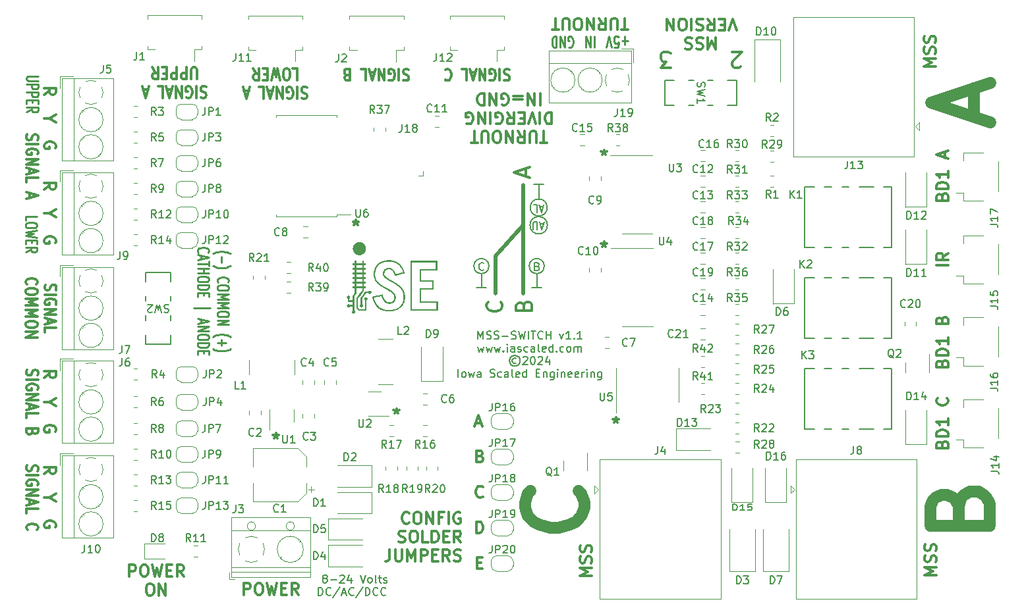
<source format=gto>
G04 #@! TF.GenerationSoftware,KiCad,Pcbnew,6.0.10-86aedd382b~118~ubuntu18.04.1*
G04 #@! TF.CreationDate,2024-12-06T10:44:55-07:00*
G04 #@! TF.ProjectId,mss-switch,6d73732d-7377-4697-9463-682e6b696361,rev?*
G04 #@! TF.SameCoordinates,Original*
G04 #@! TF.FileFunction,Legend,Top*
G04 #@! TF.FilePolarity,Positive*
%FSLAX46Y46*%
G04 Gerber Fmt 4.6, Leading zero omitted, Abs format (unit mm)*
G04 Created by KiCad (PCBNEW 6.0.10-86aedd382b~118~ubuntu18.04.1) date 2024-12-06 10:44:55*
%MOMM*%
%LPD*%
G01*
G04 APERTURE LIST*
%ADD10C,0.000000*%
%ADD11C,0.508000*%
%ADD12C,0.150000*%
%ADD13C,0.300000*%
%ADD14C,0.152400*%
%ADD15C,0.254000*%
%ADD16C,1.524000*%
%ADD17C,0.120000*%
G04 APERTURE END LIST*
D10*
G36*
X71015214Y-151419593D02*
G01*
X71030081Y-151421362D01*
X71044864Y-151424031D01*
X71059451Y-151427574D01*
X71073733Y-151431959D01*
X71087598Y-151437159D01*
X71100936Y-151443145D01*
X71113636Y-151449887D01*
X71125588Y-151457356D01*
X71136681Y-151465525D01*
X71141870Y-151469862D01*
X71146804Y-151474363D01*
X71151468Y-151479024D01*
X71155848Y-151483842D01*
X71164598Y-151494387D01*
X71172598Y-151505233D01*
X71179853Y-151516350D01*
X71186367Y-151527709D01*
X71192147Y-151539279D01*
X71197199Y-151551030D01*
X71201527Y-151562933D01*
X71205137Y-151574958D01*
X71208036Y-151587074D01*
X71210228Y-151599253D01*
X71211719Y-151611464D01*
X71212514Y-151623678D01*
X71212620Y-151635864D01*
X71212041Y-151647993D01*
X71210783Y-151660035D01*
X71208853Y-151671960D01*
X71206254Y-151683739D01*
X71202994Y-151695340D01*
X71199077Y-151706736D01*
X71194509Y-151717895D01*
X71189295Y-151728787D01*
X71183442Y-151739384D01*
X71176954Y-151749655D01*
X71169838Y-151759571D01*
X71162098Y-151769100D01*
X71153741Y-151778215D01*
X71144771Y-151786884D01*
X71135195Y-151795078D01*
X71125018Y-151802768D01*
X71114246Y-151809922D01*
X71102883Y-151816512D01*
X71090937Y-151822508D01*
X71081002Y-151826725D01*
X71070561Y-151830380D01*
X71059686Y-151833472D01*
X71048449Y-151836002D01*
X71036923Y-151837970D01*
X71025179Y-151839376D01*
X71013291Y-151840219D01*
X71001331Y-151840500D01*
X70989371Y-151840219D01*
X70977483Y-151839376D01*
X70965739Y-151837970D01*
X70954213Y-151836002D01*
X70942976Y-151833472D01*
X70932101Y-151830380D01*
X70921660Y-151826725D01*
X70911726Y-151822508D01*
X70905091Y-151819062D01*
X70897970Y-151814881D01*
X70890490Y-151810073D01*
X70882776Y-151804748D01*
X70874954Y-151799014D01*
X70867151Y-151792979D01*
X70859493Y-151786751D01*
X70852106Y-151780440D01*
X70845116Y-151774153D01*
X70838648Y-151768000D01*
X70832830Y-151762089D01*
X70827786Y-151756528D01*
X70823644Y-151751426D01*
X70821951Y-151749081D01*
X70820530Y-151746892D01*
X70819397Y-151744871D01*
X70818568Y-151743033D01*
X70818060Y-151741391D01*
X70817887Y-151739959D01*
X70817163Y-151739306D01*
X70815038Y-151738673D01*
X70806873Y-151737478D01*
X70793962Y-151736399D01*
X70776876Y-151735461D01*
X70756185Y-151734688D01*
X70732459Y-151734105D01*
X70678187Y-151733609D01*
X70538487Y-151733609D01*
X70283076Y-152056047D01*
X70027665Y-152379192D01*
X70027665Y-153170825D01*
X70046009Y-153180703D01*
X70051820Y-153184155D01*
X70057837Y-153188377D01*
X70064000Y-153193296D01*
X70070251Y-153198838D01*
X70076532Y-153204930D01*
X70082782Y-153211498D01*
X70088943Y-153218469D01*
X70094957Y-153225770D01*
X70100764Y-153233328D01*
X70106305Y-153241068D01*
X70111522Y-153248918D01*
X70116355Y-153256804D01*
X70120746Y-153264652D01*
X70124636Y-153272390D01*
X70127965Y-153279945D01*
X70130676Y-153287241D01*
X70133587Y-153297369D01*
X70135976Y-153308102D01*
X70137847Y-153319336D01*
X70139208Y-153330964D01*
X70140065Y-153342882D01*
X70140424Y-153354983D01*
X70140291Y-153367164D01*
X70139672Y-153379317D01*
X70138573Y-153391338D01*
X70137001Y-153403121D01*
X70134962Y-153414561D01*
X70132462Y-153425553D01*
X70129507Y-153435990D01*
X70126103Y-153445769D01*
X70122258Y-153454782D01*
X70117976Y-153462925D01*
X70109807Y-153475881D01*
X70101176Y-153488023D01*
X70092084Y-153499349D01*
X70082533Y-153509855D01*
X70072522Y-153519539D01*
X70062054Y-153528397D01*
X70051128Y-153536426D01*
X70039747Y-153543623D01*
X70027911Y-153549985D01*
X70015622Y-153555509D01*
X70002880Y-153560191D01*
X69989686Y-153564029D01*
X69976041Y-153567020D01*
X69961947Y-153569160D01*
X69947405Y-153570446D01*
X69932414Y-153570875D01*
X69921130Y-153570613D01*
X69910039Y-153569832D01*
X69899151Y-153568544D01*
X69888478Y-153566759D01*
X69878032Y-153564490D01*
X69867822Y-153561746D01*
X69857859Y-153558539D01*
X69848156Y-153554879D01*
X69838722Y-153550778D01*
X69829569Y-153546247D01*
X69820708Y-153541297D01*
X69812149Y-153535938D01*
X69803904Y-153530182D01*
X69795984Y-153524039D01*
X69788399Y-153517521D01*
X69781161Y-153510638D01*
X69774281Y-153503402D01*
X69767769Y-153495824D01*
X69761636Y-153487914D01*
X69755895Y-153479683D01*
X69750555Y-153471143D01*
X69745627Y-153462305D01*
X69741123Y-153453179D01*
X69737053Y-153443776D01*
X69733429Y-153434107D01*
X69730261Y-153424184D01*
X69727560Y-153414018D01*
X69725338Y-153403618D01*
X69723605Y-153392997D01*
X69722373Y-153382166D01*
X69721652Y-153371134D01*
X69721453Y-153359914D01*
X69721727Y-153347659D01*
X69722550Y-153335757D01*
X69723928Y-153324198D01*
X69725863Y-153312972D01*
X69728361Y-153302069D01*
X69731425Y-153291478D01*
X69735060Y-153281188D01*
X69739269Y-153271190D01*
X69744057Y-153261474D01*
X69749428Y-153252027D01*
X69755386Y-153242842D01*
X69761935Y-153233906D01*
X69769079Y-153225211D01*
X69776823Y-153216744D01*
X69785171Y-153208497D01*
X69794126Y-153200459D01*
X69830109Y-153169414D01*
X69830109Y-152303697D01*
X70135615Y-151917053D01*
X70440414Y-151529703D01*
X70627387Y-151528997D01*
X70814359Y-151528292D01*
X70833409Y-151500775D01*
X70837994Y-151494486D01*
X70843000Y-151488329D01*
X70848403Y-151482320D01*
X70854179Y-151476478D01*
X70860301Y-151470816D01*
X70866746Y-151465354D01*
X70873489Y-151460106D01*
X70880505Y-151455090D01*
X70887768Y-151450322D01*
X70895255Y-151445819D01*
X70902940Y-151441597D01*
X70910799Y-151437672D01*
X70918807Y-151434062D01*
X70926939Y-151430782D01*
X70935170Y-151427850D01*
X70943476Y-151425281D01*
X70950226Y-151423563D01*
X70957108Y-151422109D01*
X70971209Y-151419984D01*
X70985667Y-151418875D01*
X71000372Y-151418754D01*
X71015214Y-151419593D01*
G37*
G36*
X68828220Y-150520053D02*
G01*
X68828220Y-150294275D01*
X69082220Y-150294275D01*
X69279776Y-150294275D01*
X70048831Y-150294275D01*
X70048831Y-149920331D01*
X69279776Y-149920331D01*
X69279776Y-150294275D01*
X69082220Y-150294275D01*
X69082220Y-149920331D01*
X68828220Y-149920331D01*
X68828220Y-149694553D01*
X69082220Y-149694553D01*
X69279776Y-149694553D01*
X70048831Y-149694553D01*
X70048831Y-149320609D01*
X69279776Y-149320609D01*
X69279776Y-149694553D01*
X69082220Y-149694553D01*
X69082220Y-149320609D01*
X68828220Y-149320609D01*
X68828220Y-149101886D01*
X69082220Y-149101886D01*
X69279776Y-149101886D01*
X70048831Y-149101886D01*
X70048831Y-148727942D01*
X69279776Y-148727942D01*
X69279776Y-149101886D01*
X69082220Y-149101886D01*
X69082220Y-148727942D01*
X68828220Y-148727942D01*
X68828220Y-148502164D01*
X69082220Y-148502164D01*
X69279776Y-148502164D01*
X70048831Y-148502164D01*
X70048831Y-148128220D01*
X69279776Y-148128220D01*
X69279776Y-148502164D01*
X69082220Y-148502164D01*
X69082220Y-148128220D01*
X68828220Y-148128220D01*
X68828220Y-147909498D01*
X69082220Y-147909498D01*
X69082220Y-147556720D01*
X69279776Y-147556720D01*
X69279776Y-147909498D01*
X70048831Y-147909498D01*
X70048831Y-147556720D01*
X70246387Y-147556720D01*
X70246387Y-147909498D01*
X70500387Y-147909498D01*
X70500387Y-148128220D01*
X70246387Y-148128220D01*
X70246387Y-148502164D01*
X70500387Y-148502164D01*
X70500387Y-148727942D01*
X70246387Y-148727942D01*
X70246387Y-149101886D01*
X70500387Y-149101886D01*
X70500387Y-149320609D01*
X70246387Y-149320609D01*
X70246387Y-149694553D01*
X70500387Y-149694553D01*
X70500387Y-149920331D01*
X70246387Y-149920331D01*
X70246387Y-150294275D01*
X70500387Y-150294275D01*
X70500387Y-150520053D01*
X70246387Y-150520053D01*
X70246387Y-150886942D01*
X70500387Y-150886942D01*
X70500387Y-151119776D01*
X70246387Y-151119776D01*
X70246387Y-151448564D01*
X69854803Y-151943158D01*
X69463220Y-152438458D01*
X69463220Y-153550414D01*
X69734859Y-153822053D01*
X70401609Y-153822053D01*
X70401609Y-153237147D01*
X70401581Y-153046880D01*
X70401516Y-152969547D01*
X70401388Y-152902990D01*
X70401295Y-152873497D01*
X70401178Y-152846392D01*
X70401036Y-152821572D01*
X70400865Y-152798935D01*
X70400663Y-152778380D01*
X70400427Y-152759803D01*
X70400156Y-152743103D01*
X70399845Y-152728177D01*
X70399493Y-152714924D01*
X70399097Y-152703240D01*
X70398655Y-152693025D01*
X70398416Y-152688435D01*
X70398164Y-152684175D01*
X70397899Y-152680230D01*
X70397621Y-152676589D01*
X70397329Y-152673237D01*
X70397023Y-152670164D01*
X70396704Y-152667355D01*
X70396369Y-152664798D01*
X70396020Y-152662480D01*
X70395656Y-152660389D01*
X70395276Y-152658511D01*
X70394880Y-152656834D01*
X70394468Y-152655346D01*
X70394040Y-152654033D01*
X70393595Y-152652882D01*
X70393133Y-152651881D01*
X70392653Y-152651018D01*
X70392156Y-152650278D01*
X70391640Y-152649650D01*
X70391106Y-152649121D01*
X70390553Y-152648678D01*
X70389982Y-152648307D01*
X70389391Y-152647998D01*
X70388780Y-152647736D01*
X70387498Y-152647303D01*
X70385168Y-152646411D01*
X70382686Y-152645199D01*
X70377311Y-152641878D01*
X70371474Y-152637463D01*
X70365273Y-152632078D01*
X70358807Y-152625846D01*
X70352176Y-152618889D01*
X70345479Y-152611331D01*
X70338815Y-152603294D01*
X70332283Y-152594901D01*
X70325982Y-152586276D01*
X70320013Y-152577542D01*
X70314473Y-152568821D01*
X70309462Y-152560236D01*
X70305080Y-152551911D01*
X70301426Y-152543968D01*
X70298598Y-152536531D01*
X70295571Y-152526381D01*
X70293099Y-152515818D01*
X70291178Y-152504910D01*
X70289800Y-152493724D01*
X70288960Y-152482327D01*
X70288651Y-152470786D01*
X70288867Y-152459169D01*
X70289602Y-152447543D01*
X70290849Y-152435974D01*
X70292603Y-152424531D01*
X70294857Y-152413280D01*
X70297606Y-152402288D01*
X70300842Y-152391623D01*
X70304559Y-152381351D01*
X70308752Y-152371541D01*
X70313414Y-152362259D01*
X70317943Y-152354175D01*
X70322555Y-152346569D01*
X70327285Y-152339409D01*
X70332167Y-152332658D01*
X70337235Y-152326284D01*
X70342523Y-152320252D01*
X70348065Y-152314527D01*
X70353896Y-152309077D01*
X70360049Y-152303866D01*
X70366558Y-152298862D01*
X70373459Y-152294028D01*
X70380784Y-152289332D01*
X70388568Y-152284740D01*
X70396845Y-152280217D01*
X70405649Y-152275729D01*
X70415014Y-152271242D01*
X70426342Y-152266266D01*
X70431503Y-152264196D01*
X70436446Y-152262389D01*
X70441256Y-152260835D01*
X70446020Y-152259521D01*
X70450826Y-152258437D01*
X70455760Y-152257572D01*
X70460909Y-152256912D01*
X70466360Y-152256448D01*
X70472200Y-152256169D01*
X70478515Y-152256061D01*
X70485392Y-152256115D01*
X70492918Y-152256319D01*
X70510264Y-152257130D01*
X70522321Y-152257928D01*
X70533658Y-152259013D01*
X70544334Y-152260408D01*
X70554406Y-152262135D01*
X70563932Y-152264219D01*
X70572971Y-152266680D01*
X70581579Y-152269543D01*
X70589816Y-152272829D01*
X70597738Y-152276562D01*
X70605404Y-152280764D01*
X70612872Y-152285458D01*
X70620199Y-152290667D01*
X70627443Y-152296413D01*
X70634663Y-152302719D01*
X70641915Y-152309608D01*
X70649259Y-152317103D01*
X70657125Y-152325595D01*
X70664335Y-152333913D01*
X70670907Y-152342114D01*
X70676864Y-152350253D01*
X70682225Y-152358388D01*
X70687012Y-152366576D01*
X70691244Y-152374873D01*
X70694944Y-152383337D01*
X70698130Y-152392024D01*
X70700825Y-152400991D01*
X70703049Y-152410295D01*
X70704821Y-152419993D01*
X70706164Y-152430141D01*
X70707098Y-152440797D01*
X70707643Y-152452017D01*
X70707820Y-152463858D01*
X70707670Y-152477371D01*
X70706952Y-152490398D01*
X70705659Y-152502952D01*
X70703785Y-152515044D01*
X70701324Y-152526686D01*
X70698270Y-152537888D01*
X70694617Y-152548663D01*
X70690357Y-152559021D01*
X70685486Y-152568973D01*
X70682820Y-152573801D01*
X70679997Y-152578532D01*
X70677019Y-152583168D01*
X70673884Y-152587709D01*
X70667140Y-152596514D01*
X70659760Y-152604960D01*
X70651737Y-152613058D01*
X70643064Y-152620818D01*
X70633737Y-152628253D01*
X70599870Y-152654359D01*
X70599870Y-153336630D01*
X70599164Y-154019608D01*
X69650192Y-154019608D01*
X69458281Y-153827698D01*
X69265665Y-153635081D01*
X69265665Y-152362259D01*
X69657248Y-151866959D01*
X70048831Y-151372364D01*
X70048831Y-151119776D01*
X69279776Y-151119776D01*
X69279776Y-151442214D01*
X69279070Y-151765358D01*
X69152776Y-151924108D01*
X69026481Y-152082858D01*
X69025776Y-153028303D01*
X69025776Y-153973747D01*
X69061053Y-154004087D01*
X69070598Y-154012559D01*
X69079399Y-154021068D01*
X69087475Y-154029649D01*
X69094843Y-154038339D01*
X69101520Y-154047173D01*
X69107525Y-154056188D01*
X69112874Y-154065421D01*
X69117586Y-154074906D01*
X69121678Y-154084681D01*
X69125167Y-154094782D01*
X69128071Y-154105244D01*
X69130407Y-154116104D01*
X69132194Y-154127398D01*
X69133449Y-154139163D01*
X69134189Y-154151434D01*
X69134431Y-154164247D01*
X69134510Y-154180786D01*
X69134386Y-154188082D01*
X69134134Y-154194829D01*
X69133736Y-154201105D01*
X69133179Y-154206986D01*
X69132445Y-154212549D01*
X69131521Y-154217870D01*
X69130390Y-154223025D01*
X69129036Y-154228092D01*
X69127445Y-154233146D01*
X69125601Y-154238264D01*
X69123488Y-154243523D01*
X69121090Y-154248999D01*
X69118393Y-154254768D01*
X69115381Y-154260908D01*
X69108057Y-154274640D01*
X69100110Y-154287523D01*
X69091547Y-154299551D01*
X69082374Y-154310716D01*
X69072598Y-154321013D01*
X69062225Y-154330436D01*
X69051260Y-154338978D01*
X69039710Y-154346633D01*
X69027582Y-154353396D01*
X69014881Y-154359259D01*
X69001614Y-154364217D01*
X68987786Y-154368263D01*
X68973404Y-154371392D01*
X68958475Y-154373596D01*
X68943004Y-154374870D01*
X68926998Y-154375208D01*
X68914410Y-154374975D01*
X68902292Y-154374266D01*
X68890622Y-154373069D01*
X68879373Y-154371372D01*
X68868521Y-154369162D01*
X68858041Y-154366427D01*
X68847908Y-154363155D01*
X68838098Y-154359333D01*
X68828585Y-154354949D01*
X68819346Y-154349990D01*
X68810354Y-154344444D01*
X68801585Y-154338299D01*
X68793015Y-154331542D01*
X68784619Y-154324160D01*
X68776371Y-154316142D01*
X68768248Y-154307475D01*
X68760879Y-154298887D01*
X68754112Y-154290297D01*
X68747936Y-154281669D01*
X68742341Y-154272969D01*
X68737316Y-154264162D01*
X68732852Y-154255212D01*
X68728937Y-154246084D01*
X68725562Y-154236743D01*
X68722716Y-154227155D01*
X68720389Y-154217283D01*
X68718570Y-154207092D01*
X68717250Y-154196549D01*
X68716417Y-154185616D01*
X68716062Y-154174260D01*
X68716174Y-154162445D01*
X68716742Y-154150136D01*
X68717800Y-154138247D01*
X68719384Y-154126660D01*
X68721491Y-154115379D01*
X68724118Y-154104408D01*
X68727261Y-154093750D01*
X68730918Y-154083412D01*
X68735086Y-154073395D01*
X68739761Y-154063706D01*
X68744941Y-154054347D01*
X68750621Y-154045323D01*
X68756800Y-154036637D01*
X68763474Y-154028296D01*
X68770640Y-154020301D01*
X68778295Y-154012658D01*
X68786436Y-154005370D01*
X68795059Y-153998442D01*
X68828220Y-153973747D01*
X68828220Y-153462219D01*
X68464859Y-153462219D01*
X68433815Y-153498203D01*
X68424110Y-153508826D01*
X68413939Y-153518608D01*
X68403340Y-153527553D01*
X68392351Y-153535668D01*
X68381010Y-153542957D01*
X68369355Y-153549426D01*
X68357424Y-153555081D01*
X68345256Y-153559928D01*
X68332889Y-153563972D01*
X68320360Y-153567218D01*
X68307708Y-153569672D01*
X68294970Y-153571340D01*
X68282186Y-153572227D01*
X68269393Y-153572338D01*
X68256629Y-153571680D01*
X68243932Y-153570258D01*
X68231341Y-153568077D01*
X68218893Y-153565143D01*
X68206627Y-153561462D01*
X68194580Y-153557038D01*
X68182792Y-153551879D01*
X68171299Y-153545988D01*
X68160141Y-153539372D01*
X68149354Y-153532037D01*
X68138979Y-153523987D01*
X68129051Y-153515229D01*
X68119610Y-153505767D01*
X68110694Y-153495608D01*
X68102340Y-153484757D01*
X68094587Y-153473220D01*
X68087474Y-153461002D01*
X68081037Y-153448109D01*
X68077698Y-153440510D01*
X68074692Y-153432803D01*
X68072016Y-153424998D01*
X68069668Y-153417108D01*
X68067646Y-153409144D01*
X68065946Y-153401116D01*
X68064568Y-153393037D01*
X68063508Y-153384917D01*
X68062335Y-153368603D01*
X68062409Y-153352263D01*
X68063710Y-153335990D01*
X68066220Y-153319874D01*
X68069921Y-153304006D01*
X68074794Y-153288477D01*
X68080821Y-153273378D01*
X68087982Y-153258799D01*
X68091983Y-153251734D01*
X68096260Y-153244833D01*
X68100811Y-153238108D01*
X68105635Y-153231569D01*
X68110728Y-153225229D01*
X68116089Y-153219099D01*
X68121715Y-153213191D01*
X68127604Y-153207514D01*
X68135963Y-153200144D01*
X68144141Y-153193370D01*
X68152190Y-153187174D01*
X68160158Y-153181541D01*
X68168098Y-153176453D01*
X68176059Y-153171894D01*
X68184093Y-153167848D01*
X68192250Y-153164299D01*
X68200580Y-153161228D01*
X68209135Y-153158621D01*
X68217965Y-153156460D01*
X68227120Y-153154730D01*
X68236651Y-153153412D01*
X68246610Y-153152492D01*
X68257045Y-153151951D01*
X68268009Y-153151775D01*
X68281249Y-153151961D01*
X68293758Y-153152539D01*
X68305599Y-153153533D01*
X68316836Y-153154972D01*
X68327531Y-153156882D01*
X68337747Y-153159291D01*
X68347549Y-153162224D01*
X68356997Y-153165710D01*
X68366157Y-153169774D01*
X68375090Y-153174444D01*
X68383859Y-153179746D01*
X68392529Y-153185708D01*
X68401161Y-153192356D01*
X68409819Y-153199717D01*
X68418566Y-153207818D01*
X68427465Y-153216686D01*
X68468387Y-153257608D01*
X68828220Y-153257608D01*
X68828220Y-152855442D01*
X68172054Y-152855442D01*
X68172054Y-152449748D01*
X68136070Y-152418703D01*
X68124744Y-152408365D01*
X68114322Y-152397481D01*
X68104813Y-152386085D01*
X68096228Y-152374209D01*
X68088578Y-152361886D01*
X68081872Y-152349151D01*
X68076121Y-152336034D01*
X68071335Y-152322571D01*
X68067526Y-152308793D01*
X68064702Y-152294735D01*
X68062874Y-152280428D01*
X68062053Y-152265906D01*
X68062249Y-152251202D01*
X68063472Y-152236350D01*
X68065733Y-152221382D01*
X68069042Y-152206331D01*
X68074402Y-152188154D01*
X68080932Y-152170947D01*
X68084624Y-152162716D01*
X68088595Y-152154739D01*
X68092839Y-152147018D01*
X68097353Y-152139557D01*
X68102131Y-152132359D01*
X68107169Y-152125429D01*
X68112463Y-152118769D01*
X68118007Y-152112383D01*
X68123797Y-152106275D01*
X68129828Y-152100447D01*
X68136096Y-152094905D01*
X68142597Y-152089650D01*
X68149324Y-152084686D01*
X68156274Y-152080018D01*
X68163443Y-152075648D01*
X68170824Y-152071579D01*
X68178415Y-152067817D01*
X68186209Y-152064363D01*
X68194204Y-152061221D01*
X68202392Y-152058396D01*
X68210771Y-152055889D01*
X68219336Y-152053706D01*
X68237003Y-152050322D01*
X68255357Y-152048271D01*
X68274359Y-152047581D01*
X68282257Y-152047775D01*
X68290071Y-152048222D01*
X68297799Y-152048922D01*
X68305437Y-152049870D01*
X68312979Y-152051064D01*
X68320421Y-152052503D01*
X68327761Y-152054183D01*
X68334993Y-152056103D01*
X68342113Y-152058259D01*
X68349118Y-152060649D01*
X68356002Y-152063271D01*
X68362763Y-152066122D01*
X68369395Y-152069201D01*
X68375896Y-152072503D01*
X68382259Y-152076028D01*
X68388483Y-152079772D01*
X68394561Y-152083733D01*
X68400491Y-152087909D01*
X68406268Y-152092296D01*
X68411887Y-152096894D01*
X68417346Y-152101699D01*
X68422639Y-152106708D01*
X68427762Y-152111920D01*
X68432712Y-152117332D01*
X68437484Y-152122941D01*
X68442075Y-152128745D01*
X68446479Y-152134741D01*
X68450693Y-152140928D01*
X68454713Y-152147302D01*
X68458534Y-152153861D01*
X68462153Y-152160603D01*
X68465565Y-152167525D01*
X68469186Y-152175953D01*
X68472376Y-152185043D01*
X68475135Y-152194711D01*
X68477460Y-152204876D01*
X68479351Y-152215453D01*
X68480807Y-152226362D01*
X68481827Y-152237518D01*
X68482410Y-152248840D01*
X68482554Y-152260245D01*
X68482260Y-152271650D01*
X68481525Y-152282972D01*
X68480348Y-152294128D01*
X68478730Y-152305037D01*
X68476667Y-152315615D01*
X68474161Y-152325779D01*
X68471209Y-152335448D01*
X68468569Y-152342309D01*
X68465206Y-152349592D01*
X68461207Y-152357189D01*
X68456657Y-152364993D01*
X68451644Y-152372896D01*
X68446256Y-152380790D01*
X68440577Y-152388569D01*
X68434697Y-152396125D01*
X68428700Y-152403350D01*
X68422675Y-152410137D01*
X68416707Y-152416378D01*
X68410884Y-152421966D01*
X68405293Y-152426793D01*
X68400020Y-152430752D01*
X68397530Y-152432373D01*
X68395152Y-152433736D01*
X68392897Y-152434828D01*
X68390776Y-152435636D01*
X68388408Y-152436486D01*
X68386321Y-152437537D01*
X68384496Y-152438924D01*
X68382915Y-152440785D01*
X68381563Y-152443252D01*
X68380420Y-152446463D01*
X68379469Y-152450553D01*
X68378693Y-152455656D01*
X68378074Y-152461909D01*
X68377595Y-152469446D01*
X68376984Y-152488917D01*
X68376721Y-152515150D01*
X68376665Y-152549231D01*
X68376665Y-152657887D01*
X68828220Y-152657887D01*
X68828220Y-152007364D01*
X68955220Y-151847909D01*
X69082220Y-151687747D01*
X69082220Y-151119776D01*
X68828220Y-151119776D01*
X68828220Y-150886942D01*
X69082220Y-150886942D01*
X69279776Y-150886942D01*
X70048831Y-150886942D01*
X70048831Y-150520053D01*
X69279776Y-150520053D01*
X69279776Y-150886942D01*
X69082220Y-150886942D01*
X69082220Y-150520053D01*
X68828220Y-150520053D01*
G37*
D11*
X87122000Y-151765000D02*
X87122000Y-147002500D01*
X90678000Y-143002000D02*
X87122000Y-146939000D01*
D12*
X93421200Y-148259800D02*
G75*
G03*
X93421200Y-148259800I-965200J0D01*
G01*
X85344000Y-151024470D02*
X85979000Y-151024470D01*
X85344000Y-149225000D02*
X85344000Y-151024470D01*
X92075000Y-137744200D02*
X93345000Y-137744200D01*
D10*
G36*
X69681237Y-145180233D02*
G01*
X69723835Y-145181580D01*
X69763522Y-145183738D01*
X69797521Y-145186657D01*
X69811519Y-145188386D01*
X69823053Y-145190287D01*
X69853801Y-145196668D01*
X69884123Y-145204166D01*
X69914006Y-145212772D01*
X69943439Y-145222478D01*
X69972409Y-145233275D01*
X70000903Y-145245155D01*
X70028910Y-145258110D01*
X70056416Y-145272131D01*
X70083410Y-145287211D01*
X70109878Y-145303341D01*
X70135810Y-145320513D01*
X70161191Y-145338718D01*
X70186010Y-145357949D01*
X70210255Y-145378196D01*
X70233912Y-145399452D01*
X70256970Y-145421709D01*
X70276805Y-145442189D01*
X70295829Y-145463145D01*
X70314041Y-145484575D01*
X70331439Y-145506475D01*
X70348023Y-145528842D01*
X70363791Y-145551673D01*
X70378743Y-145574965D01*
X70392878Y-145598715D01*
X70406194Y-145622920D01*
X70418690Y-145647576D01*
X70430365Y-145672681D01*
X70441219Y-145698232D01*
X70451251Y-145724224D01*
X70460458Y-145750656D01*
X70468841Y-145777524D01*
X70476398Y-145804825D01*
X70482889Y-145832227D01*
X70488343Y-145860628D01*
X70492763Y-145889884D01*
X70496153Y-145919853D01*
X70498519Y-145950393D01*
X70499863Y-145981360D01*
X70500190Y-146012613D01*
X70499505Y-146044009D01*
X70497810Y-146075404D01*
X70495112Y-146106657D01*
X70491412Y-146137625D01*
X70486716Y-146168165D01*
X70481029Y-146198134D01*
X70474353Y-146227390D01*
X70466693Y-146255790D01*
X70458053Y-146283192D01*
X70449559Y-146307133D01*
X70440470Y-146330554D01*
X70430768Y-146353481D01*
X70420438Y-146375940D01*
X70409464Y-146397956D01*
X70397828Y-146419556D01*
X70385513Y-146440765D01*
X70372505Y-146461609D01*
X70358785Y-146482115D01*
X70344338Y-146502307D01*
X70329146Y-146522212D01*
X70313194Y-146541855D01*
X70296465Y-146561263D01*
X70278942Y-146580461D01*
X70260608Y-146599475D01*
X70241448Y-146618331D01*
X70213451Y-146644277D01*
X70184753Y-146668672D01*
X70155348Y-146691519D01*
X70125230Y-146712820D01*
X70094392Y-146732580D01*
X70062829Y-146750800D01*
X70030535Y-146767485D01*
X69997502Y-146782637D01*
X69963725Y-146796260D01*
X69929198Y-146808356D01*
X69893915Y-146818928D01*
X69857868Y-146827980D01*
X69821053Y-146835515D01*
X69783462Y-146841536D01*
X69745091Y-146846046D01*
X69705931Y-146849048D01*
X69662206Y-146850376D01*
X69618663Y-146849352D01*
X69575384Y-146846007D01*
X69532453Y-146840371D01*
X69489951Y-146832474D01*
X69447962Y-146822345D01*
X69406569Y-146810015D01*
X69365853Y-146795514D01*
X69325899Y-146778871D01*
X69286787Y-146760116D01*
X69248602Y-146739280D01*
X69211425Y-146716392D01*
X69175340Y-146691483D01*
X69140429Y-146664582D01*
X69106774Y-146635720D01*
X69074459Y-146604925D01*
X69045067Y-146574280D01*
X69017490Y-146542688D01*
X68991737Y-146510178D01*
X68967821Y-146476779D01*
X68945753Y-146442520D01*
X68925544Y-146407430D01*
X68907206Y-146371539D01*
X68890750Y-146334874D01*
X68876187Y-146297465D01*
X68863530Y-146259341D01*
X68852788Y-146220531D01*
X68843974Y-146181063D01*
X68837099Y-146140967D01*
X68832174Y-146100271D01*
X68829210Y-146059005D01*
X68828220Y-146017197D01*
X68828976Y-145980724D01*
X68831228Y-145944615D01*
X68834947Y-145908905D01*
X68840108Y-145873628D01*
X68846685Y-145838818D01*
X68854651Y-145804510D01*
X68863979Y-145770737D01*
X68874644Y-145737533D01*
X68886617Y-145704933D01*
X68899874Y-145672971D01*
X68914387Y-145641680D01*
X68930130Y-145611096D01*
X68947077Y-145581251D01*
X68965201Y-145552180D01*
X68984475Y-145523918D01*
X69004874Y-145496498D01*
X69026370Y-145469954D01*
X69048937Y-145444321D01*
X69072549Y-145419633D01*
X69097179Y-145395923D01*
X69122800Y-145373226D01*
X69149387Y-145351577D01*
X69176913Y-145331008D01*
X69205351Y-145311554D01*
X69234674Y-145293250D01*
X69264857Y-145276129D01*
X69295872Y-145260226D01*
X69327694Y-145245574D01*
X69360296Y-145232208D01*
X69393651Y-145220161D01*
X69427732Y-145209469D01*
X69462515Y-145200165D01*
X69485114Y-145194851D01*
X69506788Y-145189934D01*
X69516492Y-145187831D01*
X69525022Y-145186076D01*
X69532064Y-145184750D01*
X69537303Y-145183937D01*
X69549334Y-145182613D01*
X69563762Y-145181547D01*
X69598422Y-145180166D01*
X69638507Y-145179745D01*
X69681237Y-145180233D01*
G37*
D12*
X92456000Y-149225000D02*
X92456000Y-151024470D01*
D11*
X90678000Y-137795000D02*
X90678000Y-151765000D01*
D12*
X93802200Y-140716000D02*
G75*
G03*
X93802200Y-140716000I-1092200J0D01*
G01*
D10*
G36*
X79672609Y-147584942D02*
G01*
X79672609Y-148826720D01*
X77598275Y-148826720D01*
X77598275Y-150075553D01*
X79178720Y-150075553D01*
X79178720Y-151310275D01*
X77598275Y-151310275D01*
X77598275Y-152770775D01*
X79757276Y-152770775D01*
X79757276Y-154005497D01*
X76222442Y-154005497D01*
X76222442Y-153822053D01*
X76405886Y-153822053D01*
X79573831Y-153822053D01*
X79573831Y-152954220D01*
X77414830Y-152954220D01*
X77414830Y-151126831D01*
X78995275Y-151126831D01*
X78995275Y-150258998D01*
X77414830Y-150258998D01*
X77414830Y-148636220D01*
X79489164Y-148636220D01*
X79489164Y-147768387D01*
X76405886Y-147768387D01*
X76405886Y-153822053D01*
X76222442Y-153822053D01*
X76222442Y-147584942D01*
X79672609Y-147584942D01*
G37*
D12*
X92710000Y-139543670D02*
X92710000Y-137744200D01*
X93827600Y-143002000D02*
G75*
G03*
X93827600Y-143002000I-1117600J0D01*
G01*
X86309200Y-148259800D02*
G75*
G03*
X86309200Y-148259800I-965200J0D01*
G01*
X93091000Y-151024470D02*
X91821000Y-151024470D01*
D10*
G36*
X71324773Y-152240285D02*
G01*
X71319365Y-152216126D01*
X71315963Y-152197362D01*
X71314775Y-152184692D01*
X71315076Y-152180860D01*
X71316009Y-152178814D01*
X71530244Y-152130053D01*
X71994312Y-152030030D01*
X72457719Y-151932255D01*
X72669970Y-151890241D01*
X72670880Y-151892654D01*
X72672484Y-151898565D01*
X72677378Y-151919258D01*
X72683861Y-151949078D01*
X72691137Y-151984786D01*
X72707767Y-152063037D01*
X72726683Y-152138217D01*
X72747854Y-152210279D01*
X72771250Y-152279179D01*
X72796842Y-152344871D01*
X72824598Y-152407309D01*
X72854490Y-152466449D01*
X72886487Y-152522243D01*
X72903266Y-152548872D01*
X72920560Y-152574648D01*
X72938365Y-152599565D01*
X72956678Y-152623617D01*
X72975494Y-152646799D01*
X72994811Y-152669106D01*
X73014624Y-152690530D01*
X73034930Y-152711067D01*
X73055724Y-152730712D01*
X73077004Y-152749457D01*
X73098765Y-152767299D01*
X73121003Y-152784230D01*
X73143716Y-152800246D01*
X73166898Y-152815340D01*
X73190547Y-152829507D01*
X73214659Y-152842741D01*
X73245450Y-152858071D01*
X73276436Y-152871780D01*
X73307618Y-152883868D01*
X73338991Y-152894335D01*
X73370555Y-152903183D01*
X73402306Y-152910409D01*
X73434244Y-152916015D01*
X73466366Y-152920000D01*
X73498669Y-152922365D01*
X73531153Y-152923109D01*
X73563814Y-152922233D01*
X73596651Y-152919736D01*
X73629662Y-152915618D01*
X73662844Y-152909880D01*
X73696195Y-152902521D01*
X73729715Y-152893542D01*
X73779104Y-152877099D01*
X73825884Y-152857213D01*
X73869974Y-152833997D01*
X73911296Y-152807563D01*
X73949769Y-152778025D01*
X73985314Y-152745495D01*
X74017852Y-152710086D01*
X74047303Y-152671909D01*
X74073586Y-152631079D01*
X74096624Y-152587707D01*
X74116336Y-152541906D01*
X74132642Y-152493789D01*
X74145463Y-152443469D01*
X74154719Y-152391058D01*
X74160332Y-152336669D01*
X74162220Y-152280414D01*
X74161620Y-152249339D01*
X74159804Y-152219036D01*
X74156746Y-152189437D01*
X74152419Y-152160470D01*
X74146799Y-152132065D01*
X74139859Y-152104152D01*
X74131573Y-152076661D01*
X74121915Y-152049521D01*
X74110860Y-152022662D01*
X74098382Y-151996015D01*
X74084455Y-151969507D01*
X74069053Y-151943070D01*
X74052151Y-151916633D01*
X74033722Y-151890126D01*
X74013741Y-151863478D01*
X73992181Y-151836619D01*
X73963117Y-151802729D01*
X73932479Y-151769622D01*
X73899765Y-151736957D01*
X73864475Y-151704394D01*
X73826110Y-151671591D01*
X73784169Y-151638207D01*
X73738151Y-151603901D01*
X73687557Y-151568332D01*
X73570639Y-151492041D01*
X73429412Y-151406606D01*
X73259875Y-151309297D01*
X73058026Y-151197387D01*
X72894856Y-151107230D01*
X72754383Y-151027921D01*
X72633109Y-150957277D01*
X72527536Y-150893116D01*
X72434167Y-150833254D01*
X72349505Y-150775508D01*
X72270051Y-150717697D01*
X72192309Y-150657636D01*
X72151132Y-150623564D01*
X72106044Y-150583895D01*
X72058823Y-150540372D01*
X72011246Y-150494741D01*
X71965091Y-150448747D01*
X71922136Y-150404133D01*
X71884159Y-150362644D01*
X71867592Y-150343617D01*
X71852937Y-150326026D01*
X71807707Y-150267520D01*
X71765671Y-150208122D01*
X71726814Y-150147784D01*
X71691122Y-150086456D01*
X71658580Y-150024091D01*
X71629174Y-149960640D01*
X71602889Y-149896054D01*
X71579710Y-149830284D01*
X71559624Y-149763283D01*
X71542616Y-149695001D01*
X71528672Y-149625390D01*
X71517776Y-149554401D01*
X71509914Y-149481986D01*
X71505073Y-149408096D01*
X71503237Y-149332683D01*
X71504392Y-149255698D01*
X71508709Y-149170203D01*
X71515575Y-149086750D01*
X71524994Y-149005331D01*
X71536969Y-148925938D01*
X71551503Y-148848563D01*
X71568599Y-148773197D01*
X71588261Y-148699831D01*
X71610490Y-148628459D01*
X71635291Y-148559070D01*
X71662667Y-148491658D01*
X71692620Y-148426214D01*
X71725154Y-148362729D01*
X71760272Y-148301195D01*
X71797976Y-148241605D01*
X71838271Y-148183949D01*
X71881159Y-148128220D01*
X71892726Y-148114353D01*
X71905860Y-148099339D01*
X71936027Y-148066638D01*
X71970047Y-148031655D01*
X72006307Y-147995928D01*
X72043196Y-147960995D01*
X72079101Y-147928393D01*
X72112409Y-147899661D01*
X72127586Y-147887227D01*
X72141509Y-147876337D01*
X72194353Y-147838528D01*
X72249144Y-147802634D01*
X72305842Y-147768666D01*
X72364410Y-147736637D01*
X72424809Y-147706559D01*
X72487001Y-147678445D01*
X72550948Y-147652307D01*
X72616612Y-147628158D01*
X72683955Y-147606009D01*
X72752938Y-147585874D01*
X72823522Y-147567764D01*
X72895671Y-147551693D01*
X72969344Y-147537672D01*
X73044506Y-147525714D01*
X73121116Y-147515831D01*
X73199137Y-147508037D01*
X73246511Y-147505228D01*
X73308123Y-147503164D01*
X73379095Y-147501860D01*
X73454548Y-147501334D01*
X73529604Y-147501601D01*
X73599385Y-147502679D01*
X73659013Y-147504583D01*
X73703609Y-147507331D01*
X73859244Y-147526589D01*
X74009322Y-147555427D01*
X74082220Y-147573395D01*
X74153660Y-147593704D01*
X74223620Y-147616337D01*
X74292075Y-147641276D01*
X74359004Y-147668504D01*
X74424384Y-147698002D01*
X74488191Y-147729752D01*
X74550404Y-147763737D01*
X74610998Y-147799939D01*
X74669951Y-147838340D01*
X74727241Y-147878923D01*
X74782844Y-147921669D01*
X74836738Y-147966560D01*
X74888899Y-148013579D01*
X74939305Y-148062708D01*
X74987934Y-148113930D01*
X75034761Y-148167225D01*
X75079764Y-148222577D01*
X75122921Y-148279968D01*
X75164208Y-148339379D01*
X75203603Y-148400794D01*
X75241082Y-148464194D01*
X75276624Y-148529560D01*
X75310204Y-148596877D01*
X75341801Y-148666125D01*
X75371391Y-148737287D01*
X75424459Y-148885281D01*
X75435826Y-148921467D01*
X75447797Y-148962175D01*
X75459719Y-149004852D01*
X75470937Y-149046941D01*
X75480800Y-149085889D01*
X75488653Y-149119139D01*
X75493844Y-149144138D01*
X75495237Y-149152745D01*
X75495720Y-149158331D01*
X75493949Y-149160245D01*
X75488466Y-149163129D01*
X75465337Y-149172111D01*
X75363252Y-149205074D01*
X75173061Y-149262114D01*
X74878359Y-149348125D01*
X74638183Y-149417556D01*
X74441267Y-149473890D01*
X74307851Y-149511439D01*
X74271281Y-149521391D01*
X74258176Y-149524514D01*
X74256977Y-149522036D01*
X74254538Y-149515937D01*
X74246534Y-149494528D01*
X74235355Y-149463594D01*
X74222192Y-149426442D01*
X74191578Y-149342925D01*
X74160273Y-149264819D01*
X74128196Y-149192027D01*
X74095269Y-149124453D01*
X74061412Y-149062002D01*
X74026545Y-149004576D01*
X74008708Y-148977718D01*
X73990589Y-148952081D01*
X73972177Y-148927652D01*
X73953464Y-148904419D01*
X73934438Y-148882371D01*
X73915090Y-148861495D01*
X73895410Y-148841780D01*
X73875388Y-148823213D01*
X73855014Y-148805782D01*
X73834279Y-148789476D01*
X73813171Y-148774282D01*
X73791682Y-148760188D01*
X73769801Y-148747183D01*
X73747518Y-148735254D01*
X73724824Y-148724389D01*
X73701709Y-148714576D01*
X73678161Y-148705804D01*
X73654173Y-148698060D01*
X73629733Y-148691332D01*
X73604831Y-148685609D01*
X73588176Y-148682368D01*
X73570343Y-148679525D01*
X73551512Y-148677080D01*
X73531861Y-148675036D01*
X73490816Y-148672152D01*
X73448639Y-148670880D01*
X73406759Y-148671229D01*
X73366607Y-148673207D01*
X73347626Y-148674809D01*
X73329614Y-148676821D01*
X73312748Y-148679245D01*
X73297209Y-148682081D01*
X73251716Y-148693179D01*
X73208893Y-148706898D01*
X73168733Y-148723249D01*
X73131227Y-148742241D01*
X73113467Y-148752730D01*
X73096367Y-148763882D01*
X73079926Y-148775700D01*
X73064144Y-148788183D01*
X73049019Y-148801333D01*
X73034551Y-148815152D01*
X73020737Y-148829641D01*
X73007578Y-148844800D01*
X72995072Y-148860630D01*
X72983219Y-148877134D01*
X72972016Y-148894312D01*
X72961464Y-148912165D01*
X72942305Y-148949902D01*
X72925734Y-148990354D01*
X72911743Y-149033530D01*
X72900323Y-149079440D01*
X72891466Y-149128092D01*
X72885164Y-149179498D01*
X72883348Y-149200952D01*
X72882142Y-149221453D01*
X72881563Y-149241091D01*
X72881626Y-149259953D01*
X72882346Y-149278129D01*
X72883738Y-149295707D01*
X72885819Y-149312778D01*
X72888604Y-149329428D01*
X72892108Y-149345748D01*
X72896347Y-149361826D01*
X72901337Y-149377751D01*
X72907092Y-149393612D01*
X72913629Y-149409497D01*
X72920962Y-149425497D01*
X72929108Y-149441699D01*
X72938081Y-149458192D01*
X72949452Y-149477417D01*
X72962139Y-149496736D01*
X72976153Y-149516158D01*
X72991505Y-149535693D01*
X73008205Y-149555352D01*
X73026262Y-149575146D01*
X73045688Y-149595085D01*
X73066492Y-149615178D01*
X73088686Y-149635437D01*
X73112279Y-149655872D01*
X73137282Y-149676492D01*
X73163705Y-149697309D01*
X73191558Y-149718333D01*
X73220852Y-149739574D01*
X73251597Y-149761042D01*
X73283803Y-149782748D01*
X73329302Y-149812446D01*
X73375007Y-149841209D01*
X73423640Y-149870618D01*
X73477919Y-149902251D01*
X73614301Y-149978506D01*
X73805914Y-150082609D01*
X73936983Y-150153372D01*
X74049596Y-150214934D01*
X74146731Y-150269004D01*
X74231365Y-150317294D01*
X74306473Y-150361517D01*
X74375033Y-150403383D01*
X74440021Y-150444604D01*
X74504414Y-150486892D01*
X74626504Y-150571917D01*
X74740432Y-150658300D01*
X74846305Y-150746209D01*
X74944229Y-150835811D01*
X75034311Y-150927273D01*
X75116656Y-151020763D01*
X75191372Y-151116448D01*
X75258565Y-151214496D01*
X75318342Y-151315074D01*
X75370808Y-151418349D01*
X75416070Y-151524490D01*
X75454236Y-151633662D01*
X75485410Y-151746035D01*
X75509700Y-151861774D01*
X75527212Y-151981049D01*
X75538053Y-152104025D01*
X75541077Y-152179605D01*
X75541206Y-152257550D01*
X75538525Y-152336917D01*
X75533114Y-152416763D01*
X75525058Y-152496146D01*
X75514439Y-152574124D01*
X75501339Y-152649753D01*
X75485842Y-152722092D01*
X75449743Y-152853370D01*
X75404816Y-152979066D01*
X75351261Y-153099002D01*
X75289279Y-153213004D01*
X75219069Y-153320896D01*
X75140834Y-153422502D01*
X75054772Y-153517646D01*
X74961085Y-153606153D01*
X74859973Y-153687847D01*
X74751637Y-153762552D01*
X74636277Y-153830093D01*
X74514094Y-153890293D01*
X74385288Y-153942978D01*
X74250059Y-153987971D01*
X74108608Y-154025097D01*
X73961137Y-154054180D01*
X73854883Y-154069519D01*
X73745578Y-154081113D01*
X73634670Y-154088920D01*
X73523604Y-154092898D01*
X73413828Y-154093007D01*
X73306789Y-154089205D01*
X73203934Y-154081451D01*
X73154527Y-154076079D01*
X73106709Y-154069703D01*
X72991940Y-154049819D01*
X72880477Y-154024571D01*
X72772333Y-153993966D01*
X72667523Y-153958016D01*
X72566062Y-153916728D01*
X72467964Y-153870112D01*
X72373243Y-153818178D01*
X72281915Y-153760934D01*
X72193993Y-153698391D01*
X72109492Y-153630556D01*
X72028426Y-153557441D01*
X71950811Y-153479054D01*
X71876659Y-153395403D01*
X71805987Y-153306500D01*
X71738808Y-153212352D01*
X71675137Y-153112970D01*
X71651557Y-153072395D01*
X71625009Y-153023717D01*
X71596692Y-152969350D01*
X71567804Y-152911710D01*
X71539545Y-152853209D01*
X71513112Y-152796263D01*
X71489706Y-152743286D01*
X71470525Y-152696692D01*
X71443484Y-152624896D01*
X71415327Y-152543939D01*
X71387715Y-152459410D01*
X71362311Y-152376899D01*
X71347450Y-152325209D01*
X71543669Y-152325209D01*
X71543903Y-152328656D01*
X71544600Y-152332988D01*
X71545775Y-152338326D01*
X71547441Y-152344790D01*
X71549614Y-152352502D01*
X71555537Y-152372151D01*
X71563659Y-152398242D01*
X71582001Y-152454827D01*
X71601288Y-152510768D01*
X71621488Y-152566000D01*
X71642571Y-152620459D01*
X71664506Y-152674078D01*
X71687261Y-152726792D01*
X71710806Y-152778537D01*
X71735109Y-152829248D01*
X71760140Y-152878859D01*
X71785868Y-152927305D01*
X71812261Y-152974521D01*
X71839289Y-153020442D01*
X71866920Y-153065004D01*
X71895124Y-153108139D01*
X71923870Y-153149785D01*
X71953126Y-153189875D01*
X72014364Y-153267400D01*
X72078238Y-153340442D01*
X72144770Y-153409015D01*
X72213983Y-153473134D01*
X72285900Y-153532812D01*
X72360543Y-153588065D01*
X72437935Y-153638906D01*
X72518099Y-153685352D01*
X72601058Y-153727414D01*
X72686835Y-153765110D01*
X72775451Y-153798452D01*
X72866930Y-153827455D01*
X72961295Y-153852134D01*
X73058569Y-153872503D01*
X73158773Y-153888577D01*
X73261931Y-153900369D01*
X73317673Y-153903959D01*
X73385470Y-153905804D01*
X73461435Y-153906012D01*
X73541684Y-153904691D01*
X73622330Y-153901947D01*
X73699486Y-153897889D01*
X73769267Y-153892623D01*
X73827787Y-153886258D01*
X73910421Y-153873889D01*
X73990845Y-153859268D01*
X74069065Y-153842394D01*
X74145088Y-153823265D01*
X74218920Y-153801879D01*
X74290568Y-153778234D01*
X74360036Y-153752327D01*
X74427332Y-153724157D01*
X74492462Y-153693721D01*
X74555432Y-153661018D01*
X74616248Y-153626045D01*
X74674916Y-153588801D01*
X74731443Y-153549282D01*
X74785835Y-153507488D01*
X74838097Y-153463416D01*
X74888237Y-153417064D01*
X74934213Y-153370628D01*
X74977704Y-153322828D01*
X75018740Y-153273606D01*
X75057349Y-153222904D01*
X75093561Y-153170664D01*
X75127403Y-153116828D01*
X75158906Y-153061339D01*
X75188098Y-153004138D01*
X75215007Y-152945167D01*
X75239664Y-152884370D01*
X75262096Y-152821687D01*
X75282334Y-152757061D01*
X75300405Y-152690434D01*
X75316338Y-152621749D01*
X75330163Y-152550946D01*
X75341909Y-152477970D01*
X75344482Y-152456672D01*
X75346647Y-152430786D01*
X75349780Y-152367859D01*
X75351360Y-152294415D01*
X75351434Y-152215679D01*
X75350053Y-152136878D01*
X75347267Y-152063235D01*
X75343124Y-151999978D01*
X75337675Y-151952331D01*
X75330948Y-151913584D01*
X75322616Y-151871754D01*
X75312995Y-151828121D01*
X75302398Y-151783967D01*
X75291139Y-151740574D01*
X75279534Y-151699224D01*
X75267895Y-151661197D01*
X75256537Y-151627775D01*
X75245682Y-151599415D01*
X75233792Y-151570493D01*
X75220925Y-151541108D01*
X75207137Y-151511359D01*
X75192484Y-151481345D01*
X75177025Y-151451166D01*
X75143912Y-151390709D01*
X75108253Y-151330780D01*
X75070501Y-151272175D01*
X75050983Y-151243617D01*
X75031113Y-151215687D01*
X75010947Y-151188484D01*
X74990542Y-151162108D01*
X74976754Y-151145376D01*
X74960469Y-151126605D01*
X74921673Y-151084189D01*
X74876676Y-151037341D01*
X74828000Y-150988542D01*
X74778166Y-150940272D01*
X74729696Y-150895012D01*
X74685113Y-150855242D01*
X74646937Y-150823442D01*
X74559477Y-150756230D01*
X74472587Y-150693069D01*
X74382010Y-150631330D01*
X74283488Y-150568384D01*
X74172761Y-150501601D01*
X74045572Y-150428353D01*
X73897663Y-150346010D01*
X73724776Y-150251942D01*
X73550835Y-150157216D01*
X73405743Y-150076082D01*
X73342757Y-150039796D01*
X73285472Y-150005929D01*
X73233386Y-149974154D01*
X73185996Y-149944143D01*
X73142797Y-149915572D01*
X73103287Y-149888112D01*
X73066963Y-149861438D01*
X73033320Y-149835223D01*
X73001856Y-149809140D01*
X72972068Y-149782863D01*
X72943451Y-149756065D01*
X72915503Y-149728420D01*
X72888746Y-149700686D01*
X72864001Y-149673504D01*
X72841210Y-149646761D01*
X72820319Y-149620348D01*
X72801273Y-149594155D01*
X72784014Y-149568070D01*
X72768487Y-149541983D01*
X72754637Y-149515783D01*
X72742407Y-149489360D01*
X72731742Y-149462603D01*
X72722586Y-149435402D01*
X72714883Y-149407646D01*
X72708577Y-149379224D01*
X72703613Y-149350026D01*
X72699935Y-149319941D01*
X72697487Y-149288859D01*
X72695797Y-149240005D01*
X72696770Y-149191449D01*
X72700339Y-149143359D01*
X72706439Y-149095900D01*
X72715002Y-149049240D01*
X72725963Y-149003543D01*
X72739255Y-148958977D01*
X72754813Y-148915708D01*
X72772571Y-148873903D01*
X72792461Y-148833727D01*
X72814419Y-148795348D01*
X72838377Y-148758931D01*
X72864271Y-148724644D01*
X72892033Y-148692652D01*
X72921597Y-148663122D01*
X72937035Y-148649332D01*
X72952898Y-148636220D01*
X72999480Y-148602786D01*
X73049760Y-148573406D01*
X73103286Y-148548098D01*
X73159604Y-148526881D01*
X73218261Y-148509773D01*
X73278807Y-148496793D01*
X73340786Y-148487959D01*
X73403748Y-148483291D01*
X73467238Y-148482806D01*
X73530806Y-148486524D01*
X73593997Y-148494462D01*
X73656359Y-148506640D01*
X73717439Y-148523076D01*
X73776786Y-148543789D01*
X73833945Y-148568797D01*
X73888465Y-148598120D01*
X73904308Y-148608134D01*
X73921287Y-148620059D01*
X73939212Y-148633707D01*
X73957896Y-148648887D01*
X73977150Y-148665410D01*
X73996787Y-148683088D01*
X74016618Y-148701732D01*
X74036455Y-148721151D01*
X74056110Y-148741158D01*
X74075395Y-148761562D01*
X74094123Y-148782175D01*
X74112104Y-148802808D01*
X74129150Y-148823271D01*
X74145075Y-148843376D01*
X74159688Y-148862933D01*
X74172804Y-148881753D01*
X74194874Y-148916706D01*
X74217871Y-148955792D01*
X74241265Y-148997988D01*
X74264526Y-149042267D01*
X74287126Y-149087605D01*
X74308535Y-149132975D01*
X74328224Y-149177354D01*
X74345664Y-149219715D01*
X74350000Y-149230601D01*
X74354024Y-149240526D01*
X74357754Y-149249520D01*
X74361209Y-149257616D01*
X74364407Y-149264843D01*
X74367368Y-149271234D01*
X74368766Y-149274124D01*
X74370110Y-149276818D01*
X74371405Y-149279317D01*
X74372652Y-149281627D01*
X74373853Y-149283750D01*
X74375011Y-149285692D01*
X74376129Y-149287455D01*
X74377208Y-149289043D01*
X74378250Y-149290461D01*
X74379259Y-149291713D01*
X74380236Y-149292802D01*
X74381185Y-149293731D01*
X74382106Y-149294506D01*
X74383003Y-149295130D01*
X74383877Y-149295606D01*
X74384732Y-149295939D01*
X74385569Y-149296132D01*
X74386390Y-149296190D01*
X74387199Y-149296116D01*
X74387998Y-149295914D01*
X74825442Y-149168914D01*
X75130330Y-149080279D01*
X75225790Y-149051936D01*
X75253051Y-149043581D01*
X75264298Y-149039798D01*
X75266024Y-149038949D01*
X75267488Y-149037936D01*
X75268677Y-149036677D01*
X75269578Y-149035090D01*
X75270178Y-149033094D01*
X75270462Y-149030608D01*
X75270417Y-149027548D01*
X75270030Y-149023834D01*
X75269288Y-149019385D01*
X75268177Y-149014118D01*
X75264794Y-149000805D01*
X75259774Y-148983242D01*
X75253009Y-148960775D01*
X75238397Y-148915360D01*
X75222627Y-148870175D01*
X75205736Y-148825283D01*
X75187756Y-148780748D01*
X75168722Y-148736636D01*
X75148668Y-148693009D01*
X75127628Y-148649932D01*
X75105636Y-148607468D01*
X75082726Y-148565683D01*
X75058933Y-148524640D01*
X75034290Y-148484403D01*
X75008831Y-148445036D01*
X74982592Y-148406604D01*
X74955605Y-148369170D01*
X74927904Y-148332798D01*
X74899525Y-148297553D01*
X74886987Y-148282855D01*
X74873037Y-148267184D01*
X74841604Y-148233590D01*
X74806632Y-148198111D01*
X74769527Y-148162087D01*
X74731694Y-148126856D01*
X74694539Y-148093758D01*
X74659468Y-148064133D01*
X74643153Y-148051041D01*
X74627887Y-148039320D01*
X74582400Y-148006386D01*
X74535887Y-147975052D01*
X74488331Y-147945311D01*
X74439713Y-147917159D01*
X74390016Y-147890591D01*
X74339222Y-147865600D01*
X74287314Y-147842183D01*
X74234275Y-147820333D01*
X74180086Y-147800046D01*
X74124731Y-147781317D01*
X74068191Y-147764140D01*
X74010449Y-147748510D01*
X73951487Y-147734422D01*
X73891288Y-147721871D01*
X73829835Y-147710852D01*
X73767109Y-147701359D01*
X73720902Y-147696680D01*
X73658729Y-147692771D01*
X73585724Y-147689738D01*
X73507023Y-147687689D01*
X73427760Y-147686731D01*
X73353069Y-147686972D01*
X73288085Y-147688520D01*
X73237942Y-147691481D01*
X73076905Y-147710239D01*
X72999547Y-147722861D01*
X72924308Y-147737634D01*
X72851195Y-147754551D01*
X72780220Y-147773603D01*
X72711389Y-147794784D01*
X72644713Y-147818084D01*
X72580200Y-147843497D01*
X72517860Y-147871015D01*
X72457700Y-147900630D01*
X72399730Y-147932335D01*
X72343959Y-147966120D01*
X72290396Y-148001980D01*
X72239049Y-148039906D01*
X72189928Y-148079889D01*
X72143041Y-148121924D01*
X72098398Y-148166001D01*
X72056007Y-148212113D01*
X72015877Y-148260252D01*
X71978018Y-148310411D01*
X71942437Y-148362582D01*
X71909145Y-148416757D01*
X71878149Y-148472928D01*
X71849460Y-148531087D01*
X71823085Y-148591228D01*
X71799033Y-148653341D01*
X71777314Y-148717419D01*
X71757937Y-148783455D01*
X71740910Y-148851441D01*
X71726242Y-148921369D01*
X71713942Y-148993231D01*
X71706426Y-149047170D01*
X71700281Y-149100727D01*
X71695503Y-149153837D01*
X71692092Y-149206430D01*
X71690046Y-149258440D01*
X71689361Y-149309801D01*
X71690037Y-149360444D01*
X71692070Y-149410302D01*
X71695460Y-149459309D01*
X71700203Y-149507398D01*
X71706299Y-149554500D01*
X71713744Y-149600549D01*
X71722537Y-149645478D01*
X71732676Y-149689219D01*
X71744158Y-149731705D01*
X71756981Y-149772870D01*
X71771299Y-149813732D01*
X71787487Y-149854765D01*
X71805479Y-149895875D01*
X71825211Y-149936966D01*
X71846617Y-149977947D01*
X71869632Y-150018721D01*
X71894191Y-150059196D01*
X71920229Y-150099277D01*
X71947681Y-150138871D01*
X71976482Y-150177882D01*
X72006567Y-150216217D01*
X72037870Y-150253783D01*
X72070326Y-150290484D01*
X72103871Y-150326228D01*
X72138439Y-150360919D01*
X72173965Y-150394464D01*
X72258036Y-150468396D01*
X72345018Y-150538905D01*
X72438680Y-150608454D01*
X72542794Y-150679508D01*
X72661129Y-150754532D01*
X72797455Y-150835988D01*
X72955544Y-150926340D01*
X73139164Y-151028053D01*
X73344922Y-151141636D01*
X73426948Y-151187708D01*
X73497763Y-151228166D01*
X73559383Y-151264159D01*
X73613827Y-151296837D01*
X73663111Y-151327348D01*
X73709253Y-151356842D01*
X73769464Y-151397119D01*
X73826078Y-151436800D01*
X73879203Y-151475999D01*
X73928946Y-151514831D01*
X73975414Y-151553411D01*
X74018717Y-151591854D01*
X74058959Y-151630274D01*
X74096251Y-151668786D01*
X74130697Y-151707504D01*
X74162407Y-151746544D01*
X74191488Y-151786020D01*
X74218047Y-151826047D01*
X74242192Y-151866740D01*
X74264029Y-151908213D01*
X74283668Y-151950581D01*
X74301214Y-151993959D01*
X74310978Y-152022107D01*
X74319630Y-152051431D01*
X74327166Y-152081801D01*
X74333582Y-152113087D01*
X74338873Y-152145159D01*
X74343035Y-152177885D01*
X74346065Y-152211137D01*
X74347957Y-152244784D01*
X74348709Y-152278695D01*
X74348316Y-152312740D01*
X74346773Y-152346790D01*
X74344077Y-152380713D01*
X74340223Y-152414381D01*
X74335208Y-152447661D01*
X74329027Y-152480425D01*
X74321676Y-152512542D01*
X74302383Y-152577761D01*
X74278723Y-152639732D01*
X74250829Y-152698351D01*
X74218830Y-152753512D01*
X74182858Y-152805108D01*
X74143045Y-152853036D01*
X74099521Y-152897189D01*
X74052418Y-152937463D01*
X74001867Y-152973751D01*
X73948000Y-153005949D01*
X73890947Y-153033950D01*
X73830841Y-153057650D01*
X73767811Y-153076943D01*
X73701990Y-153091723D01*
X73633508Y-153101886D01*
X73562498Y-153107325D01*
X73518825Y-153108114D01*
X73475667Y-153106794D01*
X73433048Y-153103386D01*
X73390995Y-153097914D01*
X73349535Y-153090402D01*
X73308693Y-153080872D01*
X73268496Y-153069348D01*
X73228969Y-153055853D01*
X73190138Y-153040409D01*
X73152030Y-153023040D01*
X73114671Y-153003769D01*
X73078087Y-152982620D01*
X73042304Y-152959614D01*
X73007348Y-152934776D01*
X72973245Y-152908129D01*
X72940022Y-152879695D01*
X72907703Y-152849498D01*
X72876317Y-152817561D01*
X72845887Y-152783907D01*
X72816442Y-152748560D01*
X72760606Y-152672875D01*
X72709018Y-152590693D01*
X72661887Y-152502198D01*
X72619421Y-152407575D01*
X72581829Y-152307010D01*
X72549320Y-152200686D01*
X72544610Y-152182857D01*
X72540082Y-152166136D01*
X72535851Y-152150903D01*
X72532034Y-152137539D01*
X72528746Y-152126424D01*
X72526103Y-152117938D01*
X72524221Y-152112462D01*
X72523601Y-152110971D01*
X72523215Y-152110376D01*
X72058342Y-152207477D01*
X71553781Y-152315692D01*
X71548939Y-152317011D01*
X71547075Y-152317848D01*
X71545601Y-152318966D01*
X71544533Y-152320485D01*
X71543884Y-152322525D01*
X71543669Y-152325209D01*
X71347450Y-152325209D01*
X71340776Y-152301994D01*
X71324773Y-152240285D01*
G37*
D12*
X85979000Y-151024470D02*
X84709000Y-151024470D01*
D13*
X76024619Y-122963857D02*
X75843190Y-122892428D01*
X75540809Y-122892428D01*
X75419857Y-122963857D01*
X75359380Y-123035285D01*
X75298904Y-123178142D01*
X75298904Y-123321000D01*
X75359380Y-123463857D01*
X75419857Y-123535285D01*
X75540809Y-123606714D01*
X75782714Y-123678142D01*
X75903666Y-123749571D01*
X75964142Y-123821000D01*
X76024619Y-123963857D01*
X76024619Y-124106714D01*
X75964142Y-124249571D01*
X75903666Y-124321000D01*
X75782714Y-124392428D01*
X75480333Y-124392428D01*
X75298904Y-124321000D01*
X74754619Y-122892428D02*
X74754619Y-124392428D01*
X73484619Y-124321000D02*
X73605571Y-124392428D01*
X73787000Y-124392428D01*
X73968428Y-124321000D01*
X74089380Y-124178142D01*
X74149857Y-124035285D01*
X74210333Y-123749571D01*
X74210333Y-123535285D01*
X74149857Y-123249571D01*
X74089380Y-123106714D01*
X73968428Y-122963857D01*
X73787000Y-122892428D01*
X73666047Y-122892428D01*
X73484619Y-122963857D01*
X73424142Y-123035285D01*
X73424142Y-123535285D01*
X73666047Y-123535285D01*
X72879857Y-122892428D02*
X72879857Y-124392428D01*
X72154142Y-122892428D01*
X72154142Y-124392428D01*
X71609857Y-123321000D02*
X71005095Y-123321000D01*
X71730809Y-122892428D02*
X71307476Y-124392428D01*
X70884142Y-122892428D01*
X69856047Y-122892428D02*
X70460809Y-122892428D01*
X70460809Y-124392428D01*
X68041761Y-123678142D02*
X67860333Y-123606714D01*
X67799857Y-123535285D01*
X67739380Y-123392428D01*
X67739380Y-123178142D01*
X67799857Y-123035285D01*
X67860333Y-122963857D01*
X67981285Y-122892428D01*
X68465095Y-122892428D01*
X68465095Y-124392428D01*
X68041761Y-124392428D01*
X67920809Y-124321000D01*
X67860333Y-124249571D01*
X67799857Y-124106714D01*
X67799857Y-123963857D01*
X67860333Y-123821000D01*
X67920809Y-123749571D01*
X68041761Y-123678142D01*
X68465095Y-123678142D01*
D14*
X84914619Y-157644979D02*
X84914619Y-156628979D01*
X85253285Y-157354693D01*
X85591952Y-156628979D01*
X85591952Y-157644979D01*
X86027380Y-157596598D02*
X86172523Y-157644979D01*
X86414428Y-157644979D01*
X86511190Y-157596598D01*
X86559571Y-157548217D01*
X86607952Y-157451455D01*
X86607952Y-157354693D01*
X86559571Y-157257931D01*
X86511190Y-157209550D01*
X86414428Y-157161169D01*
X86220904Y-157112788D01*
X86124142Y-157064407D01*
X86075761Y-157016026D01*
X86027380Y-156919264D01*
X86027380Y-156822502D01*
X86075761Y-156725740D01*
X86124142Y-156677360D01*
X86220904Y-156628979D01*
X86462809Y-156628979D01*
X86607952Y-156677360D01*
X86995000Y-157596598D02*
X87140142Y-157644979D01*
X87382047Y-157644979D01*
X87478809Y-157596598D01*
X87527190Y-157548217D01*
X87575571Y-157451455D01*
X87575571Y-157354693D01*
X87527190Y-157257931D01*
X87478809Y-157209550D01*
X87382047Y-157161169D01*
X87188523Y-157112788D01*
X87091761Y-157064407D01*
X87043380Y-157016026D01*
X86995000Y-156919264D01*
X86995000Y-156822502D01*
X87043380Y-156725740D01*
X87091761Y-156677360D01*
X87188523Y-156628979D01*
X87430428Y-156628979D01*
X87575571Y-156677360D01*
X88011000Y-157257931D02*
X88785095Y-157257931D01*
X89220523Y-157596598D02*
X89365666Y-157644979D01*
X89607571Y-157644979D01*
X89704333Y-157596598D01*
X89752714Y-157548217D01*
X89801095Y-157451455D01*
X89801095Y-157354693D01*
X89752714Y-157257931D01*
X89704333Y-157209550D01*
X89607571Y-157161169D01*
X89414047Y-157112788D01*
X89317285Y-157064407D01*
X89268904Y-157016026D01*
X89220523Y-156919264D01*
X89220523Y-156822502D01*
X89268904Y-156725740D01*
X89317285Y-156677360D01*
X89414047Y-156628979D01*
X89655952Y-156628979D01*
X89801095Y-156677360D01*
X90139761Y-156628979D02*
X90381666Y-157644979D01*
X90575190Y-156919264D01*
X90768714Y-157644979D01*
X91010619Y-156628979D01*
X91397666Y-157644979D02*
X91397666Y-156628979D01*
X91736333Y-156628979D02*
X92316904Y-156628979D01*
X92026619Y-157644979D02*
X92026619Y-156628979D01*
X93236142Y-157548217D02*
X93187761Y-157596598D01*
X93042619Y-157644979D01*
X92945857Y-157644979D01*
X92800714Y-157596598D01*
X92703952Y-157499836D01*
X92655571Y-157403074D01*
X92607190Y-157209550D01*
X92607190Y-157064407D01*
X92655571Y-156870883D01*
X92703952Y-156774121D01*
X92800714Y-156677360D01*
X92945857Y-156628979D01*
X93042619Y-156628979D01*
X93187761Y-156677360D01*
X93236142Y-156725740D01*
X93671571Y-157644979D02*
X93671571Y-156628979D01*
X93671571Y-157112788D02*
X94252142Y-157112788D01*
X94252142Y-157644979D02*
X94252142Y-156628979D01*
X95413285Y-156967645D02*
X95655190Y-157644979D01*
X95897095Y-156967645D01*
X96816333Y-157644979D02*
X96235761Y-157644979D01*
X96526047Y-157644979D02*
X96526047Y-156628979D01*
X96429285Y-156774121D01*
X96332523Y-156870883D01*
X96235761Y-156919264D01*
X97251761Y-157548217D02*
X97300142Y-157596598D01*
X97251761Y-157644979D01*
X97203380Y-157596598D01*
X97251761Y-157548217D01*
X97251761Y-157644979D01*
X98267761Y-157644979D02*
X97687190Y-157644979D01*
X97977476Y-157644979D02*
X97977476Y-156628979D01*
X97880714Y-156774121D01*
X97783952Y-156870883D01*
X97687190Y-156919264D01*
X84890428Y-158603405D02*
X85083952Y-159280739D01*
X85277476Y-158796929D01*
X85471000Y-159280739D01*
X85664523Y-158603405D01*
X85954809Y-158603405D02*
X86148333Y-159280739D01*
X86341857Y-158796929D01*
X86535380Y-159280739D01*
X86728904Y-158603405D01*
X87019190Y-158603405D02*
X87212714Y-159280739D01*
X87406238Y-158796929D01*
X87599761Y-159280739D01*
X87793285Y-158603405D01*
X88180333Y-159183977D02*
X88228714Y-159232358D01*
X88180333Y-159280739D01*
X88131952Y-159232358D01*
X88180333Y-159183977D01*
X88180333Y-159280739D01*
X88664142Y-159280739D02*
X88664142Y-158603405D01*
X88664142Y-158264739D02*
X88615761Y-158313120D01*
X88664142Y-158361500D01*
X88712523Y-158313120D01*
X88664142Y-158264739D01*
X88664142Y-158361500D01*
X89583380Y-159280739D02*
X89583380Y-158748548D01*
X89535000Y-158651786D01*
X89438238Y-158603405D01*
X89244714Y-158603405D01*
X89147952Y-158651786D01*
X89583380Y-159232358D02*
X89486619Y-159280739D01*
X89244714Y-159280739D01*
X89147952Y-159232358D01*
X89099571Y-159135596D01*
X89099571Y-159038834D01*
X89147952Y-158942072D01*
X89244714Y-158893691D01*
X89486619Y-158893691D01*
X89583380Y-158845310D01*
X90018809Y-159232358D02*
X90115571Y-159280739D01*
X90309095Y-159280739D01*
X90405857Y-159232358D01*
X90454238Y-159135596D01*
X90454238Y-159087215D01*
X90405857Y-158990453D01*
X90309095Y-158942072D01*
X90163952Y-158942072D01*
X90067190Y-158893691D01*
X90018809Y-158796929D01*
X90018809Y-158748548D01*
X90067190Y-158651786D01*
X90163952Y-158603405D01*
X90309095Y-158603405D01*
X90405857Y-158651786D01*
X91325095Y-159232358D02*
X91228333Y-159280739D01*
X91034809Y-159280739D01*
X90938047Y-159232358D01*
X90889666Y-159183977D01*
X90841285Y-159087215D01*
X90841285Y-158796929D01*
X90889666Y-158700167D01*
X90938047Y-158651786D01*
X91034809Y-158603405D01*
X91228333Y-158603405D01*
X91325095Y-158651786D01*
X92195952Y-159280739D02*
X92195952Y-158748548D01*
X92147571Y-158651786D01*
X92050809Y-158603405D01*
X91857285Y-158603405D01*
X91760523Y-158651786D01*
X92195952Y-159232358D02*
X92099190Y-159280739D01*
X91857285Y-159280739D01*
X91760523Y-159232358D01*
X91712142Y-159135596D01*
X91712142Y-159038834D01*
X91760523Y-158942072D01*
X91857285Y-158893691D01*
X92099190Y-158893691D01*
X92195952Y-158845310D01*
X92824904Y-159280739D02*
X92728142Y-159232358D01*
X92679761Y-159135596D01*
X92679761Y-158264739D01*
X93599000Y-159232358D02*
X93502238Y-159280739D01*
X93308714Y-159280739D01*
X93211952Y-159232358D01*
X93163571Y-159135596D01*
X93163571Y-158748548D01*
X93211952Y-158651786D01*
X93308714Y-158603405D01*
X93502238Y-158603405D01*
X93599000Y-158651786D01*
X93647380Y-158748548D01*
X93647380Y-158845310D01*
X93163571Y-158942072D01*
X94518238Y-159280739D02*
X94518238Y-158264739D01*
X94518238Y-159232358D02*
X94421476Y-159280739D01*
X94227952Y-159280739D01*
X94131190Y-159232358D01*
X94082809Y-159183977D01*
X94034428Y-159087215D01*
X94034428Y-158796929D01*
X94082809Y-158700167D01*
X94131190Y-158651786D01*
X94227952Y-158603405D01*
X94421476Y-158603405D01*
X94518238Y-158651786D01*
X95002047Y-159183977D02*
X95050428Y-159232358D01*
X95002047Y-159280739D01*
X94953666Y-159232358D01*
X95002047Y-159183977D01*
X95002047Y-159280739D01*
X95921285Y-159232358D02*
X95824523Y-159280739D01*
X95631000Y-159280739D01*
X95534238Y-159232358D01*
X95485857Y-159183977D01*
X95437476Y-159087215D01*
X95437476Y-158796929D01*
X95485857Y-158700167D01*
X95534238Y-158651786D01*
X95631000Y-158603405D01*
X95824523Y-158603405D01*
X95921285Y-158651786D01*
X96501857Y-159280739D02*
X96405095Y-159232358D01*
X96356714Y-159183977D01*
X96308333Y-159087215D01*
X96308333Y-158796929D01*
X96356714Y-158700167D01*
X96405095Y-158651786D01*
X96501857Y-158603405D01*
X96647000Y-158603405D01*
X96743761Y-158651786D01*
X96792142Y-158700167D01*
X96840523Y-158796929D01*
X96840523Y-159087215D01*
X96792142Y-159183977D01*
X96743761Y-159232358D01*
X96647000Y-159280739D01*
X96501857Y-159280739D01*
X97275952Y-159280739D02*
X97275952Y-158603405D01*
X97275952Y-158700167D02*
X97324333Y-158651786D01*
X97421095Y-158603405D01*
X97566238Y-158603405D01*
X97663000Y-158651786D01*
X97711380Y-158748548D01*
X97711380Y-159280739D01*
X97711380Y-158748548D02*
X97759761Y-158651786D01*
X97856523Y-158603405D01*
X98001666Y-158603405D01*
X98098428Y-158651786D01*
X98146809Y-158748548D01*
X98146809Y-159280739D01*
X89825285Y-160142403D02*
X89728523Y-160094022D01*
X89535000Y-160094022D01*
X89438238Y-160142403D01*
X89341476Y-160239165D01*
X89293095Y-160335927D01*
X89293095Y-160529451D01*
X89341476Y-160626213D01*
X89438238Y-160722975D01*
X89535000Y-160771356D01*
X89728523Y-160771356D01*
X89825285Y-160722975D01*
X89631761Y-159755356D02*
X89389857Y-159803737D01*
X89147952Y-159948880D01*
X89002809Y-160190784D01*
X88954428Y-160432689D01*
X89002809Y-160674594D01*
X89147952Y-160916499D01*
X89389857Y-161061641D01*
X89631761Y-161110022D01*
X89873666Y-161061641D01*
X90115571Y-160916499D01*
X90260714Y-160674594D01*
X90309095Y-160432689D01*
X90260714Y-160190784D01*
X90115571Y-159948880D01*
X89873666Y-159803737D01*
X89631761Y-159755356D01*
X90696142Y-159997260D02*
X90744523Y-159948880D01*
X90841285Y-159900499D01*
X91083190Y-159900499D01*
X91179952Y-159948880D01*
X91228333Y-159997260D01*
X91276714Y-160094022D01*
X91276714Y-160190784D01*
X91228333Y-160335927D01*
X90647761Y-160916499D01*
X91276714Y-160916499D01*
X91905666Y-159900499D02*
X92002428Y-159900499D01*
X92099190Y-159948880D01*
X92147571Y-159997260D01*
X92195952Y-160094022D01*
X92244333Y-160287546D01*
X92244333Y-160529451D01*
X92195952Y-160722975D01*
X92147571Y-160819737D01*
X92099190Y-160868118D01*
X92002428Y-160916499D01*
X91905666Y-160916499D01*
X91808904Y-160868118D01*
X91760523Y-160819737D01*
X91712142Y-160722975D01*
X91663761Y-160529451D01*
X91663761Y-160287546D01*
X91712142Y-160094022D01*
X91760523Y-159997260D01*
X91808904Y-159948880D01*
X91905666Y-159900499D01*
X92631380Y-159997260D02*
X92679761Y-159948880D01*
X92776523Y-159900499D01*
X93018428Y-159900499D01*
X93115190Y-159948880D01*
X93163571Y-159997260D01*
X93211952Y-160094022D01*
X93211952Y-160190784D01*
X93163571Y-160335927D01*
X92583000Y-160916499D01*
X93211952Y-160916499D01*
X94082809Y-160239165D02*
X94082809Y-160916499D01*
X93840904Y-159852118D02*
X93599000Y-160577832D01*
X94227952Y-160577832D01*
X82374619Y-162552259D02*
X82374619Y-161536259D01*
X83003571Y-162552259D02*
X82906809Y-162503878D01*
X82858428Y-162455497D01*
X82810047Y-162358735D01*
X82810047Y-162068449D01*
X82858428Y-161971687D01*
X82906809Y-161923306D01*
X83003571Y-161874925D01*
X83148714Y-161874925D01*
X83245476Y-161923306D01*
X83293857Y-161971687D01*
X83342238Y-162068449D01*
X83342238Y-162358735D01*
X83293857Y-162455497D01*
X83245476Y-162503878D01*
X83148714Y-162552259D01*
X83003571Y-162552259D01*
X83680904Y-161874925D02*
X83874428Y-162552259D01*
X84067952Y-162068449D01*
X84261476Y-162552259D01*
X84455000Y-161874925D01*
X85277476Y-162552259D02*
X85277476Y-162020068D01*
X85229095Y-161923306D01*
X85132333Y-161874925D01*
X84938809Y-161874925D01*
X84842047Y-161923306D01*
X85277476Y-162503878D02*
X85180714Y-162552259D01*
X84938809Y-162552259D01*
X84842047Y-162503878D01*
X84793666Y-162407116D01*
X84793666Y-162310354D01*
X84842047Y-162213592D01*
X84938809Y-162165211D01*
X85180714Y-162165211D01*
X85277476Y-162116830D01*
X86487000Y-162503878D02*
X86632142Y-162552259D01*
X86874047Y-162552259D01*
X86970809Y-162503878D01*
X87019190Y-162455497D01*
X87067571Y-162358735D01*
X87067571Y-162261973D01*
X87019190Y-162165211D01*
X86970809Y-162116830D01*
X86874047Y-162068449D01*
X86680523Y-162020068D01*
X86583761Y-161971687D01*
X86535380Y-161923306D01*
X86487000Y-161826544D01*
X86487000Y-161729782D01*
X86535380Y-161633020D01*
X86583761Y-161584640D01*
X86680523Y-161536259D01*
X86922428Y-161536259D01*
X87067571Y-161584640D01*
X87938428Y-162503878D02*
X87841666Y-162552259D01*
X87648142Y-162552259D01*
X87551380Y-162503878D01*
X87503000Y-162455497D01*
X87454619Y-162358735D01*
X87454619Y-162068449D01*
X87503000Y-161971687D01*
X87551380Y-161923306D01*
X87648142Y-161874925D01*
X87841666Y-161874925D01*
X87938428Y-161923306D01*
X88809285Y-162552259D02*
X88809285Y-162020068D01*
X88760904Y-161923306D01*
X88664142Y-161874925D01*
X88470619Y-161874925D01*
X88373857Y-161923306D01*
X88809285Y-162503878D02*
X88712523Y-162552259D01*
X88470619Y-162552259D01*
X88373857Y-162503878D01*
X88325476Y-162407116D01*
X88325476Y-162310354D01*
X88373857Y-162213592D01*
X88470619Y-162165211D01*
X88712523Y-162165211D01*
X88809285Y-162116830D01*
X89438238Y-162552259D02*
X89341476Y-162503878D01*
X89293095Y-162407116D01*
X89293095Y-161536259D01*
X90212333Y-162503878D02*
X90115571Y-162552259D01*
X89922047Y-162552259D01*
X89825285Y-162503878D01*
X89776904Y-162407116D01*
X89776904Y-162020068D01*
X89825285Y-161923306D01*
X89922047Y-161874925D01*
X90115571Y-161874925D01*
X90212333Y-161923306D01*
X90260714Y-162020068D01*
X90260714Y-162116830D01*
X89776904Y-162213592D01*
X91131571Y-162552259D02*
X91131571Y-161536259D01*
X91131571Y-162503878D02*
X91034809Y-162552259D01*
X90841285Y-162552259D01*
X90744523Y-162503878D01*
X90696142Y-162455497D01*
X90647761Y-162358735D01*
X90647761Y-162068449D01*
X90696142Y-161971687D01*
X90744523Y-161923306D01*
X90841285Y-161874925D01*
X91034809Y-161874925D01*
X91131571Y-161923306D01*
X92389476Y-162020068D02*
X92728142Y-162020068D01*
X92873285Y-162552259D02*
X92389476Y-162552259D01*
X92389476Y-161536259D01*
X92873285Y-161536259D01*
X93308714Y-161874925D02*
X93308714Y-162552259D01*
X93308714Y-161971687D02*
X93357095Y-161923306D01*
X93453857Y-161874925D01*
X93599000Y-161874925D01*
X93695761Y-161923306D01*
X93744142Y-162020068D01*
X93744142Y-162552259D01*
X94663380Y-161874925D02*
X94663380Y-162697401D01*
X94615000Y-162794163D01*
X94566619Y-162842544D01*
X94469857Y-162890925D01*
X94324714Y-162890925D01*
X94227952Y-162842544D01*
X94663380Y-162503878D02*
X94566619Y-162552259D01*
X94373095Y-162552259D01*
X94276333Y-162503878D01*
X94227952Y-162455497D01*
X94179571Y-162358735D01*
X94179571Y-162068449D01*
X94227952Y-161971687D01*
X94276333Y-161923306D01*
X94373095Y-161874925D01*
X94566619Y-161874925D01*
X94663380Y-161923306D01*
X95147190Y-162552259D02*
X95147190Y-161874925D01*
X95147190Y-161536259D02*
X95098809Y-161584640D01*
X95147190Y-161633020D01*
X95195571Y-161584640D01*
X95147190Y-161536259D01*
X95147190Y-161633020D01*
X95631000Y-161874925D02*
X95631000Y-162552259D01*
X95631000Y-161971687D02*
X95679380Y-161923306D01*
X95776142Y-161874925D01*
X95921285Y-161874925D01*
X96018047Y-161923306D01*
X96066428Y-162020068D01*
X96066428Y-162552259D01*
X96937285Y-162503878D02*
X96840523Y-162552259D01*
X96647000Y-162552259D01*
X96550238Y-162503878D01*
X96501857Y-162407116D01*
X96501857Y-162020068D01*
X96550238Y-161923306D01*
X96647000Y-161874925D01*
X96840523Y-161874925D01*
X96937285Y-161923306D01*
X96985666Y-162020068D01*
X96985666Y-162116830D01*
X96501857Y-162213592D01*
X97808142Y-162503878D02*
X97711380Y-162552259D01*
X97517857Y-162552259D01*
X97421095Y-162503878D01*
X97372714Y-162407116D01*
X97372714Y-162020068D01*
X97421095Y-161923306D01*
X97517857Y-161874925D01*
X97711380Y-161874925D01*
X97808142Y-161923306D01*
X97856523Y-162020068D01*
X97856523Y-162116830D01*
X97372714Y-162213592D01*
X98291952Y-162552259D02*
X98291952Y-161874925D01*
X98291952Y-162068449D02*
X98340333Y-161971687D01*
X98388714Y-161923306D01*
X98485476Y-161874925D01*
X98582238Y-161874925D01*
X98920904Y-162552259D02*
X98920904Y-161874925D01*
X98920904Y-161536259D02*
X98872523Y-161584640D01*
X98920904Y-161633020D01*
X98969285Y-161584640D01*
X98920904Y-161536259D01*
X98920904Y-161633020D01*
X99404714Y-161874925D02*
X99404714Y-162552259D01*
X99404714Y-161971687D02*
X99453095Y-161923306D01*
X99549857Y-161874925D01*
X99695000Y-161874925D01*
X99791761Y-161923306D01*
X99840142Y-162020068D01*
X99840142Y-162552259D01*
X100759380Y-161874925D02*
X100759380Y-162697401D01*
X100711000Y-162794163D01*
X100662619Y-162842544D01*
X100565857Y-162890925D01*
X100420714Y-162890925D01*
X100323952Y-162842544D01*
X100759380Y-162503878D02*
X100662619Y-162552259D01*
X100469095Y-162552259D01*
X100372333Y-162503878D01*
X100323952Y-162455497D01*
X100275571Y-162358735D01*
X100275571Y-162068449D01*
X100323952Y-161971687D01*
X100372333Y-161923306D01*
X100469095Y-161874925D01*
X100662619Y-161874925D01*
X100759380Y-161923306D01*
D13*
X104206857Y-117876178D02*
X103349714Y-117876178D01*
X103778285Y-116376178D02*
X103778285Y-117876178D01*
X102849714Y-117876178D02*
X102849714Y-116661892D01*
X102778285Y-116519035D01*
X102706857Y-116447607D01*
X102564000Y-116376178D01*
X102278285Y-116376178D01*
X102135428Y-116447607D01*
X102064000Y-116519035D01*
X101992571Y-116661892D01*
X101992571Y-117876178D01*
X100421142Y-116376178D02*
X100921142Y-117090464D01*
X101278285Y-116376178D02*
X101278285Y-117876178D01*
X100706857Y-117876178D01*
X100564000Y-117804750D01*
X100492571Y-117733321D01*
X100421142Y-117590464D01*
X100421142Y-117376178D01*
X100492571Y-117233321D01*
X100564000Y-117161892D01*
X100706857Y-117090464D01*
X101278285Y-117090464D01*
X99778285Y-116376178D02*
X99778285Y-117876178D01*
X98921142Y-116376178D01*
X98921142Y-117876178D01*
X97921142Y-117876178D02*
X97635428Y-117876178D01*
X97492571Y-117804750D01*
X97349714Y-117661892D01*
X97278285Y-117376178D01*
X97278285Y-116876178D01*
X97349714Y-116590464D01*
X97492571Y-116447607D01*
X97635428Y-116376178D01*
X97921142Y-116376178D01*
X98064000Y-116447607D01*
X98206857Y-116590464D01*
X98278285Y-116876178D01*
X98278285Y-117376178D01*
X98206857Y-117661892D01*
X98064000Y-117804750D01*
X97921142Y-117876178D01*
X96635428Y-117876178D02*
X96635428Y-116661892D01*
X96564000Y-116519035D01*
X96492571Y-116447607D01*
X96349714Y-116376178D01*
X96064000Y-116376178D01*
X95921142Y-116447607D01*
X95849714Y-116519035D01*
X95778285Y-116661892D01*
X95778285Y-117876178D01*
X95278285Y-117876178D02*
X94421142Y-117876178D01*
X94849714Y-116376178D02*
X94849714Y-117876178D01*
X74422000Y-166564571D02*
X74422000Y-166921714D01*
X74064857Y-166778857D02*
X74422000Y-166921714D01*
X74779142Y-166778857D01*
X74207714Y-167207428D02*
X74422000Y-166921714D01*
X74636285Y-167207428D01*
X93792857Y-132395428D02*
X92935714Y-132395428D01*
X93364285Y-130895428D02*
X93364285Y-132395428D01*
X92435714Y-132395428D02*
X92435714Y-131181142D01*
X92364285Y-131038285D01*
X92292857Y-130966857D01*
X92150000Y-130895428D01*
X91864285Y-130895428D01*
X91721428Y-130966857D01*
X91650000Y-131038285D01*
X91578571Y-131181142D01*
X91578571Y-132395428D01*
X90007142Y-130895428D02*
X90507142Y-131609714D01*
X90864285Y-130895428D02*
X90864285Y-132395428D01*
X90292857Y-132395428D01*
X90150000Y-132324000D01*
X90078571Y-132252571D01*
X90007142Y-132109714D01*
X90007142Y-131895428D01*
X90078571Y-131752571D01*
X90150000Y-131681142D01*
X90292857Y-131609714D01*
X90864285Y-131609714D01*
X89364285Y-130895428D02*
X89364285Y-132395428D01*
X88507142Y-130895428D01*
X88507142Y-132395428D01*
X87507142Y-132395428D02*
X87221428Y-132395428D01*
X87078571Y-132324000D01*
X86935714Y-132181142D01*
X86864285Y-131895428D01*
X86864285Y-131395428D01*
X86935714Y-131109714D01*
X87078571Y-130966857D01*
X87221428Y-130895428D01*
X87507142Y-130895428D01*
X87650000Y-130966857D01*
X87792857Y-131109714D01*
X87864285Y-131395428D01*
X87864285Y-131895428D01*
X87792857Y-132181142D01*
X87650000Y-132324000D01*
X87507142Y-132395428D01*
X86221428Y-132395428D02*
X86221428Y-131181142D01*
X86150000Y-131038285D01*
X86078571Y-130966857D01*
X85935714Y-130895428D01*
X85650000Y-130895428D01*
X85507142Y-130966857D01*
X85435714Y-131038285D01*
X85364285Y-131181142D01*
X85364285Y-132395428D01*
X84864285Y-132395428D02*
X84007142Y-132395428D01*
X84435714Y-130895428D02*
X84435714Y-132395428D01*
X94364285Y-128480428D02*
X94364285Y-129980428D01*
X94007142Y-129980428D01*
X93792857Y-129909000D01*
X93650000Y-129766142D01*
X93578571Y-129623285D01*
X93507142Y-129337571D01*
X93507142Y-129123285D01*
X93578571Y-128837571D01*
X93650000Y-128694714D01*
X93792857Y-128551857D01*
X94007142Y-128480428D01*
X94364285Y-128480428D01*
X92864285Y-128480428D02*
X92864285Y-129980428D01*
X92364285Y-129980428D02*
X91864285Y-128480428D01*
X91364285Y-129980428D01*
X90864285Y-129266142D02*
X90364285Y-129266142D01*
X90150000Y-128480428D02*
X90864285Y-128480428D01*
X90864285Y-129980428D01*
X90150000Y-129980428D01*
X88650000Y-128480428D02*
X89150000Y-129194714D01*
X89507142Y-128480428D02*
X89507142Y-129980428D01*
X88935714Y-129980428D01*
X88792857Y-129909000D01*
X88721428Y-129837571D01*
X88650000Y-129694714D01*
X88650000Y-129480428D01*
X88721428Y-129337571D01*
X88792857Y-129266142D01*
X88935714Y-129194714D01*
X89507142Y-129194714D01*
X87221428Y-129909000D02*
X87364285Y-129980428D01*
X87578571Y-129980428D01*
X87792857Y-129909000D01*
X87935714Y-129766142D01*
X88007142Y-129623285D01*
X88078571Y-129337571D01*
X88078571Y-129123285D01*
X88007142Y-128837571D01*
X87935714Y-128694714D01*
X87792857Y-128551857D01*
X87578571Y-128480428D01*
X87435714Y-128480428D01*
X87221428Y-128551857D01*
X87150000Y-128623285D01*
X87150000Y-129123285D01*
X87435714Y-129123285D01*
X86507142Y-128480428D02*
X86507142Y-129980428D01*
X85792857Y-128480428D02*
X85792857Y-129980428D01*
X84935714Y-128480428D01*
X84935714Y-129980428D01*
X83435714Y-129909000D02*
X83578571Y-129980428D01*
X83792857Y-129980428D01*
X84007142Y-129909000D01*
X84150000Y-129766142D01*
X84221428Y-129623285D01*
X84292857Y-129337571D01*
X84292857Y-129123285D01*
X84221428Y-128837571D01*
X84150000Y-128694714D01*
X84007142Y-128551857D01*
X83792857Y-128480428D01*
X83650000Y-128480428D01*
X83435714Y-128551857D01*
X83364285Y-128623285D01*
X83364285Y-129123285D01*
X83650000Y-129123285D01*
X92900000Y-126065428D02*
X92900000Y-127565428D01*
X92185714Y-126065428D02*
X92185714Y-127565428D01*
X91328571Y-126065428D01*
X91328571Y-127565428D01*
X90614285Y-126851142D02*
X89471428Y-126851142D01*
X89471428Y-126422571D02*
X90614285Y-126422571D01*
X87971428Y-127494000D02*
X88114285Y-127565428D01*
X88328571Y-127565428D01*
X88542857Y-127494000D01*
X88685714Y-127351142D01*
X88757142Y-127208285D01*
X88828571Y-126922571D01*
X88828571Y-126708285D01*
X88757142Y-126422571D01*
X88685714Y-126279714D01*
X88542857Y-126136857D01*
X88328571Y-126065428D01*
X88185714Y-126065428D01*
X87971428Y-126136857D01*
X87900000Y-126208285D01*
X87900000Y-126708285D01*
X88185714Y-126708285D01*
X87257142Y-126065428D02*
X87257142Y-127565428D01*
X86400000Y-126065428D01*
X86400000Y-127565428D01*
X85685714Y-126065428D02*
X85685714Y-127565428D01*
X85328571Y-127565428D01*
X85114285Y-127494000D01*
X84971428Y-127351142D01*
X84900000Y-127208285D01*
X84828571Y-126922571D01*
X84828571Y-126708285D01*
X84900000Y-126422571D01*
X84971428Y-126279714D01*
X85114285Y-126136857D01*
X85328571Y-126065428D01*
X85685714Y-126065428D01*
X84768571Y-186416607D02*
X85268571Y-186416607D01*
X85482857Y-187202321D02*
X84768571Y-187202321D01*
X84768571Y-185702321D01*
X85482857Y-185702321D01*
X99484571Y-188110571D02*
X97984571Y-188110571D01*
X99056000Y-187610571D01*
X97984571Y-187110571D01*
X99484571Y-187110571D01*
X99413142Y-186467714D02*
X99484571Y-186253428D01*
X99484571Y-185896285D01*
X99413142Y-185753428D01*
X99341714Y-185682000D01*
X99198857Y-185610571D01*
X99056000Y-185610571D01*
X98913142Y-185682000D01*
X98841714Y-185753428D01*
X98770285Y-185896285D01*
X98698857Y-186182000D01*
X98627428Y-186324857D01*
X98556000Y-186396285D01*
X98413142Y-186467714D01*
X98270285Y-186467714D01*
X98127428Y-186396285D01*
X98056000Y-186324857D01*
X97984571Y-186182000D01*
X97984571Y-185824857D01*
X98056000Y-185610571D01*
X99413142Y-185039142D02*
X99484571Y-184824857D01*
X99484571Y-184467714D01*
X99413142Y-184324857D01*
X99341714Y-184253428D01*
X99198857Y-184182000D01*
X99056000Y-184182000D01*
X98913142Y-184253428D01*
X98841714Y-184324857D01*
X98770285Y-184467714D01*
X98698857Y-184753428D01*
X98627428Y-184896285D01*
X98556000Y-184967714D01*
X98413142Y-185039142D01*
X98270285Y-185039142D01*
X98127428Y-184967714D01*
X98056000Y-184896285D01*
X97984571Y-184753428D01*
X97984571Y-184396285D01*
X98056000Y-184182000D01*
X30595000Y-133107857D02*
X30666428Y-132965000D01*
X30666428Y-132750714D01*
X30595000Y-132536428D01*
X30452142Y-132393571D01*
X30309285Y-132322142D01*
X30023571Y-132250714D01*
X29809285Y-132250714D01*
X29523571Y-132322142D01*
X29380714Y-132393571D01*
X29237857Y-132536428D01*
X29166428Y-132750714D01*
X29166428Y-132893571D01*
X29237857Y-133107857D01*
X29309285Y-133179285D01*
X29809285Y-133179285D01*
X29809285Y-132893571D01*
X29166428Y-138386285D02*
X29880714Y-137886285D01*
X29166428Y-137529142D02*
X30666428Y-137529142D01*
X30666428Y-138100571D01*
X30595000Y-138243428D01*
X30523571Y-138314857D01*
X30380714Y-138386285D01*
X30166428Y-138386285D01*
X30023571Y-138314857D01*
X29952142Y-138243428D01*
X29880714Y-138100571D01*
X29880714Y-137529142D01*
X50005904Y-125187357D02*
X49824476Y-125115928D01*
X49522095Y-125115928D01*
X49401142Y-125187357D01*
X49340666Y-125258785D01*
X49280190Y-125401642D01*
X49280190Y-125544500D01*
X49340666Y-125687357D01*
X49401142Y-125758785D01*
X49522095Y-125830214D01*
X49764000Y-125901642D01*
X49884952Y-125973071D01*
X49945428Y-126044500D01*
X50005904Y-126187357D01*
X50005904Y-126330214D01*
X49945428Y-126473071D01*
X49884952Y-126544500D01*
X49764000Y-126615928D01*
X49461619Y-126615928D01*
X49280190Y-126544500D01*
X48735904Y-125115928D02*
X48735904Y-126615928D01*
X47465904Y-126544500D02*
X47586857Y-126615928D01*
X47768285Y-126615928D01*
X47949714Y-126544500D01*
X48070666Y-126401642D01*
X48131142Y-126258785D01*
X48191619Y-125973071D01*
X48191619Y-125758785D01*
X48131142Y-125473071D01*
X48070666Y-125330214D01*
X47949714Y-125187357D01*
X47768285Y-125115928D01*
X47647333Y-125115928D01*
X47465904Y-125187357D01*
X47405428Y-125258785D01*
X47405428Y-125758785D01*
X47647333Y-125758785D01*
X46861142Y-125115928D02*
X46861142Y-126615928D01*
X46135428Y-125115928D01*
X46135428Y-126615928D01*
X45591142Y-125544500D02*
X44986380Y-125544500D01*
X45712095Y-125115928D02*
X45288761Y-126615928D01*
X44865428Y-125115928D01*
X43837333Y-125115928D02*
X44442095Y-125115928D01*
X44442095Y-126615928D01*
X42506857Y-125544500D02*
X41902095Y-125544500D01*
X42627809Y-125115928D02*
X42204476Y-126615928D01*
X41781142Y-125115928D01*
X48796380Y-124200928D02*
X48796380Y-122986642D01*
X48735904Y-122843785D01*
X48675428Y-122772357D01*
X48554476Y-122700928D01*
X48312571Y-122700928D01*
X48191619Y-122772357D01*
X48131142Y-122843785D01*
X48070666Y-122986642D01*
X48070666Y-124200928D01*
X47465904Y-122700928D02*
X47465904Y-124200928D01*
X46982095Y-124200928D01*
X46861142Y-124129500D01*
X46800666Y-124058071D01*
X46740190Y-123915214D01*
X46740190Y-123700928D01*
X46800666Y-123558071D01*
X46861142Y-123486642D01*
X46982095Y-123415214D01*
X47465904Y-123415214D01*
X46195904Y-122700928D02*
X46195904Y-124200928D01*
X45712095Y-124200928D01*
X45591142Y-124129500D01*
X45530666Y-124058071D01*
X45470190Y-123915214D01*
X45470190Y-123700928D01*
X45530666Y-123558071D01*
X45591142Y-123486642D01*
X45712095Y-123415214D01*
X46195904Y-123415214D01*
X44925904Y-123486642D02*
X44502571Y-123486642D01*
X44321142Y-122700928D02*
X44925904Y-122700928D01*
X44925904Y-124200928D01*
X44321142Y-124200928D01*
X43051142Y-122700928D02*
X43474476Y-123415214D01*
X43776857Y-122700928D02*
X43776857Y-124200928D01*
X43293047Y-124200928D01*
X43172095Y-124129500D01*
X43111619Y-124058071D01*
X43051142Y-123915214D01*
X43051142Y-123700928D01*
X43111619Y-123558071D01*
X43172095Y-123486642D01*
X43293047Y-123415214D01*
X43776857Y-123415214D01*
D15*
X26753428Y-142379095D02*
X26753428Y-141895285D01*
X28253428Y-141895285D01*
X28253428Y-142911285D02*
X28253428Y-143104809D01*
X28182000Y-143201571D01*
X28039142Y-143298333D01*
X27753428Y-143346714D01*
X27253428Y-143346714D01*
X26967714Y-143298333D01*
X26824857Y-143201571D01*
X26753428Y-143104809D01*
X26753428Y-142911285D01*
X26824857Y-142814523D01*
X26967714Y-142717761D01*
X27253428Y-142669380D01*
X27753428Y-142669380D01*
X28039142Y-142717761D01*
X28182000Y-142814523D01*
X28253428Y-142911285D01*
X28253428Y-143685380D02*
X26753428Y-143927285D01*
X27824857Y-144120809D01*
X26753428Y-144314333D01*
X28253428Y-144556238D01*
X27539142Y-144943285D02*
X27539142Y-145281952D01*
X26753428Y-145427095D02*
X26753428Y-144943285D01*
X28253428Y-144943285D01*
X28253428Y-145427095D01*
X26753428Y-146443095D02*
X27467714Y-146104428D01*
X26753428Y-145862523D02*
X28253428Y-145862523D01*
X28253428Y-146249571D01*
X28182000Y-146346333D01*
X28110571Y-146394714D01*
X27967714Y-146443095D01*
X27753428Y-146443095D01*
X27610571Y-146394714D01*
X27539142Y-146346333D01*
X27467714Y-146249571D01*
X27467714Y-145862523D01*
D13*
X76061428Y-181254714D02*
X75990000Y-181326142D01*
X75775714Y-181397571D01*
X75632857Y-181397571D01*
X75418571Y-181326142D01*
X75275714Y-181183285D01*
X75204285Y-181040428D01*
X75132857Y-180754714D01*
X75132857Y-180540428D01*
X75204285Y-180254714D01*
X75275714Y-180111857D01*
X75418571Y-179969000D01*
X75632857Y-179897571D01*
X75775714Y-179897571D01*
X75990000Y-179969000D01*
X76061428Y-180040428D01*
X76990000Y-179897571D02*
X77275714Y-179897571D01*
X77418571Y-179969000D01*
X77561428Y-180111857D01*
X77632857Y-180397571D01*
X77632857Y-180897571D01*
X77561428Y-181183285D01*
X77418571Y-181326142D01*
X77275714Y-181397571D01*
X76990000Y-181397571D01*
X76847142Y-181326142D01*
X76704285Y-181183285D01*
X76632857Y-180897571D01*
X76632857Y-180397571D01*
X76704285Y-180111857D01*
X76847142Y-179969000D01*
X76990000Y-179897571D01*
X78275714Y-181397571D02*
X78275714Y-179897571D01*
X79132857Y-181397571D01*
X79132857Y-179897571D01*
X80347142Y-180611857D02*
X79847142Y-180611857D01*
X79847142Y-181397571D02*
X79847142Y-179897571D01*
X80561428Y-179897571D01*
X81132857Y-181397571D02*
X81132857Y-179897571D01*
X82632857Y-179969000D02*
X82490000Y-179897571D01*
X82275714Y-179897571D01*
X82061428Y-179969000D01*
X81918571Y-180111857D01*
X81847142Y-180254714D01*
X81775714Y-180540428D01*
X81775714Y-180754714D01*
X81847142Y-181040428D01*
X81918571Y-181183285D01*
X82061428Y-181326142D01*
X82275714Y-181397571D01*
X82418571Y-181397571D01*
X82632857Y-181326142D01*
X82704285Y-181254714D01*
X82704285Y-180754714D01*
X82418571Y-180754714D01*
X74704285Y-183741142D02*
X74918571Y-183812571D01*
X75275714Y-183812571D01*
X75418571Y-183741142D01*
X75490000Y-183669714D01*
X75561428Y-183526857D01*
X75561428Y-183384000D01*
X75490000Y-183241142D01*
X75418571Y-183169714D01*
X75275714Y-183098285D01*
X74990000Y-183026857D01*
X74847142Y-182955428D01*
X74775714Y-182884000D01*
X74704285Y-182741142D01*
X74704285Y-182598285D01*
X74775714Y-182455428D01*
X74847142Y-182384000D01*
X74990000Y-182312571D01*
X75347142Y-182312571D01*
X75561428Y-182384000D01*
X76490000Y-182312571D02*
X76775714Y-182312571D01*
X76918571Y-182384000D01*
X77061428Y-182526857D01*
X77132857Y-182812571D01*
X77132857Y-183312571D01*
X77061428Y-183598285D01*
X76918571Y-183741142D01*
X76775714Y-183812571D01*
X76490000Y-183812571D01*
X76347142Y-183741142D01*
X76204285Y-183598285D01*
X76132857Y-183312571D01*
X76132857Y-182812571D01*
X76204285Y-182526857D01*
X76347142Y-182384000D01*
X76490000Y-182312571D01*
X78490000Y-183812571D02*
X77775714Y-183812571D01*
X77775714Y-182312571D01*
X78990000Y-183812571D02*
X78990000Y-182312571D01*
X79347142Y-182312571D01*
X79561428Y-182384000D01*
X79704285Y-182526857D01*
X79775714Y-182669714D01*
X79847142Y-182955428D01*
X79847142Y-183169714D01*
X79775714Y-183455428D01*
X79704285Y-183598285D01*
X79561428Y-183741142D01*
X79347142Y-183812571D01*
X78990000Y-183812571D01*
X80490000Y-183026857D02*
X80990000Y-183026857D01*
X81204285Y-183812571D02*
X80490000Y-183812571D01*
X80490000Y-182312571D01*
X81204285Y-182312571D01*
X82704285Y-183812571D02*
X82204285Y-183098285D01*
X81847142Y-183812571D02*
X81847142Y-182312571D01*
X82418571Y-182312571D01*
X82561428Y-182384000D01*
X82632857Y-182455428D01*
X82704285Y-182598285D01*
X82704285Y-182812571D01*
X82632857Y-182955428D01*
X82561428Y-183026857D01*
X82418571Y-183098285D01*
X81847142Y-183098285D01*
X73561428Y-184727571D02*
X73561428Y-185799000D01*
X73490000Y-186013285D01*
X73347142Y-186156142D01*
X73132857Y-186227571D01*
X72990000Y-186227571D01*
X74275714Y-184727571D02*
X74275714Y-185941857D01*
X74347142Y-186084714D01*
X74418571Y-186156142D01*
X74561428Y-186227571D01*
X74847142Y-186227571D01*
X74990000Y-186156142D01*
X75061428Y-186084714D01*
X75132857Y-185941857D01*
X75132857Y-184727571D01*
X75847142Y-186227571D02*
X75847142Y-184727571D01*
X76347142Y-185799000D01*
X76847142Y-184727571D01*
X76847142Y-186227571D01*
X77561428Y-186227571D02*
X77561428Y-184727571D01*
X78132857Y-184727571D01*
X78275714Y-184799000D01*
X78347142Y-184870428D01*
X78418571Y-185013285D01*
X78418571Y-185227571D01*
X78347142Y-185370428D01*
X78275714Y-185441857D01*
X78132857Y-185513285D01*
X77561428Y-185513285D01*
X79061428Y-185441857D02*
X79561428Y-185441857D01*
X79775714Y-186227571D02*
X79061428Y-186227571D01*
X79061428Y-184727571D01*
X79775714Y-184727571D01*
X81275714Y-186227571D02*
X80775714Y-185513285D01*
X80418571Y-186227571D02*
X80418571Y-184727571D01*
X80990000Y-184727571D01*
X81132857Y-184799000D01*
X81204285Y-184870428D01*
X81275714Y-185013285D01*
X81275714Y-185227571D01*
X81204285Y-185370428D01*
X81132857Y-185441857D01*
X80990000Y-185513285D01*
X80418571Y-185513285D01*
X81847142Y-186156142D02*
X82061428Y-186227571D01*
X82418571Y-186227571D01*
X82561428Y-186156142D01*
X82632857Y-186084714D01*
X82704285Y-185941857D01*
X82704285Y-185799000D01*
X82632857Y-185656142D01*
X82561428Y-185584714D01*
X82418571Y-185513285D01*
X82132857Y-185441857D01*
X81990000Y-185370428D01*
X81918571Y-185299000D01*
X81847142Y-185156142D01*
X81847142Y-185013285D01*
X81918571Y-184870428D01*
X81990000Y-184799000D01*
X82132857Y-184727571D01*
X82490000Y-184727571D01*
X82704285Y-184799000D01*
X85554285Y-177915464D02*
X85482857Y-177986892D01*
X85268571Y-178058321D01*
X85125714Y-178058321D01*
X84911428Y-177986892D01*
X84768571Y-177844035D01*
X84697142Y-177701178D01*
X84625714Y-177415464D01*
X84625714Y-177201178D01*
X84697142Y-176915464D01*
X84768571Y-176772607D01*
X84911428Y-176629750D01*
X85125714Y-176558321D01*
X85268571Y-176558321D01*
X85482857Y-176629750D01*
X85554285Y-176701178D01*
X144545857Y-139311178D02*
X144617285Y-139096892D01*
X144688714Y-139025464D01*
X144831571Y-138954035D01*
X145045857Y-138954035D01*
X145188714Y-139025464D01*
X145260142Y-139096892D01*
X145331571Y-139239750D01*
X145331571Y-139811178D01*
X143831571Y-139811178D01*
X143831571Y-139311178D01*
X143903000Y-139168321D01*
X143974428Y-139096892D01*
X144117285Y-139025464D01*
X144260142Y-139025464D01*
X144403000Y-139096892D01*
X144474428Y-139168321D01*
X144545857Y-139311178D01*
X144545857Y-139811178D01*
X145331571Y-138311178D02*
X143831571Y-138311178D01*
X143831571Y-137954035D01*
X143903000Y-137739750D01*
X144045857Y-137596892D01*
X144188714Y-137525464D01*
X144474428Y-137454035D01*
X144688714Y-137454035D01*
X144974428Y-137525464D01*
X145117285Y-137596892D01*
X145260142Y-137739750D01*
X145331571Y-137954035D01*
X145331571Y-138311178D01*
X145331571Y-136025464D02*
X145331571Y-136882607D01*
X145331571Y-136454035D02*
X143831571Y-136454035D01*
X144045857Y-136596892D01*
X144188714Y-136739750D01*
X144260142Y-136882607D01*
X144903000Y-134311178D02*
X144903000Y-133596892D01*
X145331571Y-134454035D02*
X143831571Y-133954035D01*
X145331571Y-133454035D01*
X40096714Y-188193071D02*
X40096714Y-186693071D01*
X40668142Y-186693071D01*
X40811000Y-186764500D01*
X40882428Y-186835928D01*
X40953857Y-186978785D01*
X40953857Y-187193071D01*
X40882428Y-187335928D01*
X40811000Y-187407357D01*
X40668142Y-187478785D01*
X40096714Y-187478785D01*
X41882428Y-186693071D02*
X42168142Y-186693071D01*
X42311000Y-186764500D01*
X42453857Y-186907357D01*
X42525285Y-187193071D01*
X42525285Y-187693071D01*
X42453857Y-187978785D01*
X42311000Y-188121642D01*
X42168142Y-188193071D01*
X41882428Y-188193071D01*
X41739571Y-188121642D01*
X41596714Y-187978785D01*
X41525285Y-187693071D01*
X41525285Y-187193071D01*
X41596714Y-186907357D01*
X41739571Y-186764500D01*
X41882428Y-186693071D01*
X43025285Y-186693071D02*
X43382428Y-188193071D01*
X43668142Y-187121642D01*
X43953857Y-188193071D01*
X44311000Y-186693071D01*
X44882428Y-187407357D02*
X45382428Y-187407357D01*
X45596714Y-188193071D02*
X44882428Y-188193071D01*
X44882428Y-186693071D01*
X45596714Y-186693071D01*
X47096714Y-188193071D02*
X46596714Y-187478785D01*
X46239571Y-188193071D02*
X46239571Y-186693071D01*
X46811000Y-186693071D01*
X46953857Y-186764500D01*
X47025285Y-186835928D01*
X47096714Y-186978785D01*
X47096714Y-187193071D01*
X47025285Y-187335928D01*
X46953857Y-187407357D01*
X46811000Y-187478785D01*
X46239571Y-187478785D01*
X42632428Y-189108071D02*
X42918142Y-189108071D01*
X43061000Y-189179500D01*
X43203857Y-189322357D01*
X43275285Y-189608071D01*
X43275285Y-190108071D01*
X43203857Y-190393785D01*
X43061000Y-190536642D01*
X42918142Y-190608071D01*
X42632428Y-190608071D01*
X42489571Y-190536642D01*
X42346714Y-190393785D01*
X42275285Y-190108071D01*
X42275285Y-189608071D01*
X42346714Y-189322357D01*
X42489571Y-189179500D01*
X42632428Y-189108071D01*
X43918142Y-190608071D02*
X43918142Y-189108071D01*
X44775285Y-190608071D01*
X44775285Y-189108071D01*
X69215000Y-142307571D02*
X69215000Y-142664714D01*
X68857857Y-142521857D02*
X69215000Y-142664714D01*
X69572142Y-142521857D01*
X69000714Y-142950428D02*
X69215000Y-142664714D01*
X69429285Y-142950428D01*
D12*
X92527428Y-148286041D02*
X92670285Y-148333660D01*
X92717904Y-148381279D01*
X92765523Y-148476517D01*
X92765523Y-148619374D01*
X92717904Y-148714612D01*
X92670285Y-148762231D01*
X92575047Y-148809850D01*
X92194095Y-148809850D01*
X92194095Y-147809850D01*
X92527428Y-147809850D01*
X92622666Y-147857470D01*
X92670285Y-147905089D01*
X92717904Y-148000327D01*
X92717904Y-148095565D01*
X92670285Y-148190803D01*
X92622666Y-148238422D01*
X92527428Y-148286041D01*
X92194095Y-148286041D01*
D13*
X26951857Y-131330095D02*
X26880428Y-131511523D01*
X26880428Y-131813904D01*
X26951857Y-131934857D01*
X27023285Y-131995333D01*
X27166142Y-132055809D01*
X27309000Y-132055809D01*
X27451857Y-131995333D01*
X27523285Y-131934857D01*
X27594714Y-131813904D01*
X27666142Y-131572000D01*
X27737571Y-131451047D01*
X27809000Y-131390571D01*
X27951857Y-131330095D01*
X28094714Y-131330095D01*
X28237571Y-131390571D01*
X28309000Y-131451047D01*
X28380428Y-131572000D01*
X28380428Y-131874380D01*
X28309000Y-132055809D01*
X26880428Y-132600095D02*
X28380428Y-132600095D01*
X28309000Y-133870095D02*
X28380428Y-133749142D01*
X28380428Y-133567714D01*
X28309000Y-133386285D01*
X28166142Y-133265333D01*
X28023285Y-133204857D01*
X27737571Y-133144380D01*
X27523285Y-133144380D01*
X27237571Y-133204857D01*
X27094714Y-133265333D01*
X26951857Y-133386285D01*
X26880428Y-133567714D01*
X26880428Y-133688666D01*
X26951857Y-133870095D01*
X27023285Y-133930571D01*
X27523285Y-133930571D01*
X27523285Y-133688666D01*
X26880428Y-134474857D02*
X28380428Y-134474857D01*
X26880428Y-135200571D01*
X28380428Y-135200571D01*
X27309000Y-135744857D02*
X27309000Y-136349619D01*
X26880428Y-135623904D02*
X28380428Y-136047238D01*
X26880428Y-136470571D01*
X26880428Y-137498666D02*
X26880428Y-136893904D01*
X28380428Y-136893904D01*
X27309000Y-138829142D02*
X27309000Y-139433904D01*
X26880428Y-138708190D02*
X28380428Y-139131523D01*
X26880428Y-139554857D01*
X144545857Y-171168321D02*
X144617285Y-170954035D01*
X144688714Y-170882607D01*
X144831571Y-170811178D01*
X145045857Y-170811178D01*
X145188714Y-170882607D01*
X145260142Y-170954035D01*
X145331571Y-171096892D01*
X145331571Y-171668321D01*
X143831571Y-171668321D01*
X143831571Y-171168321D01*
X143903000Y-171025464D01*
X143974428Y-170954035D01*
X144117285Y-170882607D01*
X144260142Y-170882607D01*
X144403000Y-170954035D01*
X144474428Y-171025464D01*
X144545857Y-171168321D01*
X144545857Y-171668321D01*
X145331571Y-170168321D02*
X143831571Y-170168321D01*
X143831571Y-169811178D01*
X143903000Y-169596892D01*
X144045857Y-169454035D01*
X144188714Y-169382607D01*
X144474428Y-169311178D01*
X144688714Y-169311178D01*
X144974428Y-169382607D01*
X145117285Y-169454035D01*
X145260142Y-169596892D01*
X145331571Y-169811178D01*
X145331571Y-170168321D01*
X145331571Y-167882607D02*
X145331571Y-168739750D01*
X145331571Y-168311178D02*
X143831571Y-168311178D01*
X144045857Y-168454035D01*
X144188714Y-168596892D01*
X144260142Y-168739750D01*
X145188714Y-165239750D02*
X145260142Y-165311178D01*
X145331571Y-165525464D01*
X145331571Y-165668321D01*
X145260142Y-165882607D01*
X145117285Y-166025464D01*
X144974428Y-166096892D01*
X144688714Y-166168321D01*
X144474428Y-166168321D01*
X144188714Y-166096892D01*
X144045857Y-166025464D01*
X143903000Y-165882607D01*
X143831571Y-165668321D01*
X143831571Y-165525464D01*
X143903000Y-165311178D01*
X143974428Y-165239750D01*
D15*
X99846190Y-118662178D02*
X99846190Y-120162178D01*
X99362380Y-118662178D02*
X99362380Y-120162178D01*
X98781809Y-118662178D01*
X98781809Y-120162178D01*
D13*
X29880714Y-178054000D02*
X29166428Y-178054000D01*
X30666428Y-177554000D02*
X29880714Y-178054000D01*
X30666428Y-178554000D01*
X30595000Y-145299857D02*
X30666428Y-145157000D01*
X30666428Y-144942714D01*
X30595000Y-144728428D01*
X30452142Y-144585571D01*
X30309285Y-144514142D01*
X30023571Y-144442714D01*
X29809285Y-144442714D01*
X29523571Y-144514142D01*
X29380714Y-144585571D01*
X29237857Y-144728428D01*
X29166428Y-144942714D01*
X29166428Y-145085571D01*
X29237857Y-145299857D01*
X29309285Y-145371285D01*
X29809285Y-145371285D01*
X29809285Y-145085571D01*
X54828714Y-190543571D02*
X54828714Y-189043571D01*
X55400142Y-189043571D01*
X55543000Y-189115000D01*
X55614428Y-189186428D01*
X55685857Y-189329285D01*
X55685857Y-189543571D01*
X55614428Y-189686428D01*
X55543000Y-189757857D01*
X55400142Y-189829285D01*
X54828714Y-189829285D01*
X56614428Y-189043571D02*
X56900142Y-189043571D01*
X57043000Y-189115000D01*
X57185857Y-189257857D01*
X57257285Y-189543571D01*
X57257285Y-190043571D01*
X57185857Y-190329285D01*
X57043000Y-190472142D01*
X56900142Y-190543571D01*
X56614428Y-190543571D01*
X56471571Y-190472142D01*
X56328714Y-190329285D01*
X56257285Y-190043571D01*
X56257285Y-189543571D01*
X56328714Y-189257857D01*
X56471571Y-189115000D01*
X56614428Y-189043571D01*
X57757285Y-189043571D02*
X58114428Y-190543571D01*
X58400142Y-189472142D01*
X58685857Y-190543571D01*
X59043000Y-189043571D01*
X59614428Y-189757857D02*
X60114428Y-189757857D01*
X60328714Y-190543571D02*
X59614428Y-190543571D01*
X59614428Y-189043571D01*
X60328714Y-189043571D01*
X61828714Y-190543571D02*
X61328714Y-189829285D01*
X60971571Y-190543571D02*
X60971571Y-189043571D01*
X61543000Y-189043571D01*
X61685857Y-189115000D01*
X61757285Y-189186428D01*
X61828714Y-189329285D01*
X61828714Y-189543571D01*
X61757285Y-189686428D01*
X61685857Y-189757857D01*
X61543000Y-189829285D01*
X60971571Y-189829285D01*
X62959904Y-125314357D02*
X62778476Y-125242928D01*
X62476095Y-125242928D01*
X62355142Y-125314357D01*
X62294666Y-125385785D01*
X62234190Y-125528642D01*
X62234190Y-125671500D01*
X62294666Y-125814357D01*
X62355142Y-125885785D01*
X62476095Y-125957214D01*
X62718000Y-126028642D01*
X62838952Y-126100071D01*
X62899428Y-126171500D01*
X62959904Y-126314357D01*
X62959904Y-126457214D01*
X62899428Y-126600071D01*
X62838952Y-126671500D01*
X62718000Y-126742928D01*
X62415619Y-126742928D01*
X62234190Y-126671500D01*
X61689904Y-125242928D02*
X61689904Y-126742928D01*
X60419904Y-126671500D02*
X60540857Y-126742928D01*
X60722285Y-126742928D01*
X60903714Y-126671500D01*
X61024666Y-126528642D01*
X61085142Y-126385785D01*
X61145619Y-126100071D01*
X61145619Y-125885785D01*
X61085142Y-125600071D01*
X61024666Y-125457214D01*
X60903714Y-125314357D01*
X60722285Y-125242928D01*
X60601333Y-125242928D01*
X60419904Y-125314357D01*
X60359428Y-125385785D01*
X60359428Y-125885785D01*
X60601333Y-125885785D01*
X59815142Y-125242928D02*
X59815142Y-126742928D01*
X59089428Y-125242928D01*
X59089428Y-126742928D01*
X58545142Y-125671500D02*
X57940380Y-125671500D01*
X58666095Y-125242928D02*
X58242761Y-126742928D01*
X57819428Y-125242928D01*
X56791333Y-125242928D02*
X57396095Y-125242928D01*
X57396095Y-126742928D01*
X55460857Y-125671500D02*
X54856095Y-125671500D01*
X55581809Y-125242928D02*
X55158476Y-126742928D01*
X54735142Y-125242928D01*
X61115380Y-122827928D02*
X61720142Y-122827928D01*
X61720142Y-124327928D01*
X60450142Y-124327928D02*
X60208238Y-124327928D01*
X60087285Y-124256500D01*
X59966333Y-124113642D01*
X59905857Y-123827928D01*
X59905857Y-123327928D01*
X59966333Y-123042214D01*
X60087285Y-122899357D01*
X60208238Y-122827928D01*
X60450142Y-122827928D01*
X60571095Y-122899357D01*
X60692047Y-123042214D01*
X60752523Y-123327928D01*
X60752523Y-123827928D01*
X60692047Y-124113642D01*
X60571095Y-124256500D01*
X60450142Y-124327928D01*
X59482523Y-124327928D02*
X59180142Y-122827928D01*
X58938238Y-123899357D01*
X58696333Y-122827928D01*
X58393952Y-124327928D01*
X57910142Y-123613642D02*
X57486809Y-123613642D01*
X57305380Y-122827928D02*
X57910142Y-122827928D01*
X57910142Y-124327928D01*
X57305380Y-124327928D01*
X56035380Y-122827928D02*
X56458714Y-123542214D01*
X56761095Y-122827928D02*
X56761095Y-124327928D01*
X56277285Y-124327928D01*
X56156333Y-124256500D01*
X56095857Y-124185071D01*
X56035380Y-124042214D01*
X56035380Y-123827928D01*
X56095857Y-123685071D01*
X56156333Y-123613642D01*
X56277285Y-123542214D01*
X56761095Y-123542214D01*
X29880714Y-141478000D02*
X29166428Y-141478000D01*
X30666428Y-140978000D02*
X29880714Y-141478000D01*
X30666428Y-141978000D01*
X145331571Y-148157750D02*
X143831571Y-148157750D01*
X145331571Y-146586321D02*
X144617285Y-147086321D01*
X145331571Y-147443464D02*
X143831571Y-147443464D01*
X143831571Y-146872035D01*
X143903000Y-146729178D01*
X143974428Y-146657750D01*
X144117285Y-146586321D01*
X144331571Y-146586321D01*
X144474428Y-146657750D01*
X144545857Y-146729178D01*
X144617285Y-146872035D01*
X144617285Y-147443464D01*
X118690571Y-122545988D02*
X118593809Y-122642750D01*
X118400285Y-122739511D01*
X117916476Y-122739511D01*
X117722952Y-122642750D01*
X117626190Y-122545988D01*
X117529428Y-122352464D01*
X117529428Y-122158940D01*
X117626190Y-121868654D01*
X118787333Y-120707511D01*
X117529428Y-120707511D01*
X109643333Y-122739511D02*
X108385428Y-122739511D01*
X109062761Y-121965416D01*
X108772476Y-121965416D01*
X108578952Y-121868654D01*
X108482190Y-121771892D01*
X108385428Y-121578369D01*
X108385428Y-121094559D01*
X108482190Y-120901035D01*
X108578952Y-120804273D01*
X108772476Y-120707511D01*
X109353047Y-120707511D01*
X109546571Y-120804273D01*
X109643333Y-120901035D01*
X84605857Y-168485750D02*
X85320142Y-168485750D01*
X84463000Y-168914321D02*
X84963000Y-167414321D01*
X85463000Y-168914321D01*
X87847714Y-152855047D02*
X87944476Y-152951809D01*
X88041238Y-153242095D01*
X88041238Y-153435619D01*
X87944476Y-153725904D01*
X87750952Y-153919428D01*
X87557428Y-154016190D01*
X87170380Y-154112952D01*
X86880095Y-154112952D01*
X86493047Y-154016190D01*
X86299523Y-153919428D01*
X86106000Y-153725904D01*
X86009238Y-153435619D01*
X86009238Y-153242095D01*
X86106000Y-152951809D01*
X86202761Y-152855047D01*
X29880714Y-165735000D02*
X29166428Y-165735000D01*
X30666428Y-165235000D02*
X29880714Y-165735000D01*
X30666428Y-166235000D01*
X115466571Y-118853678D02*
X115466571Y-120353678D01*
X114966571Y-119282250D01*
X114466571Y-120353678D01*
X114466571Y-118853678D01*
X113823714Y-118925107D02*
X113609428Y-118853678D01*
X113252285Y-118853678D01*
X113109428Y-118925107D01*
X113038000Y-118996535D01*
X112966571Y-119139392D01*
X112966571Y-119282250D01*
X113038000Y-119425107D01*
X113109428Y-119496535D01*
X113252285Y-119567964D01*
X113538000Y-119639392D01*
X113680857Y-119710821D01*
X113752285Y-119782250D01*
X113823714Y-119925107D01*
X113823714Y-120067964D01*
X113752285Y-120210821D01*
X113680857Y-120282250D01*
X113538000Y-120353678D01*
X113180857Y-120353678D01*
X112966571Y-120282250D01*
X112395142Y-118925107D02*
X112180857Y-118853678D01*
X111823714Y-118853678D01*
X111680857Y-118925107D01*
X111609428Y-118996535D01*
X111538000Y-119139392D01*
X111538000Y-119282250D01*
X111609428Y-119425107D01*
X111680857Y-119496535D01*
X111823714Y-119567964D01*
X112109428Y-119639392D01*
X112252285Y-119710821D01*
X112323714Y-119782250D01*
X112395142Y-119925107D01*
X112395142Y-120067964D01*
X112323714Y-120210821D01*
X112252285Y-120282250D01*
X112109428Y-120353678D01*
X111752285Y-120353678D01*
X111538000Y-120282250D01*
X118109428Y-117938678D02*
X117609428Y-116438678D01*
X117109428Y-117938678D01*
X116609428Y-117224392D02*
X116109428Y-117224392D01*
X115895142Y-116438678D02*
X116609428Y-116438678D01*
X116609428Y-117938678D01*
X115895142Y-117938678D01*
X114395142Y-116438678D02*
X114895142Y-117152964D01*
X115252285Y-116438678D02*
X115252285Y-117938678D01*
X114680857Y-117938678D01*
X114538000Y-117867250D01*
X114466571Y-117795821D01*
X114395142Y-117652964D01*
X114395142Y-117438678D01*
X114466571Y-117295821D01*
X114538000Y-117224392D01*
X114680857Y-117152964D01*
X115252285Y-117152964D01*
X113823714Y-116510107D02*
X113609428Y-116438678D01*
X113252285Y-116438678D01*
X113109428Y-116510107D01*
X113038000Y-116581535D01*
X112966571Y-116724392D01*
X112966571Y-116867250D01*
X113038000Y-117010107D01*
X113109428Y-117081535D01*
X113252285Y-117152964D01*
X113538000Y-117224392D01*
X113680857Y-117295821D01*
X113752285Y-117367250D01*
X113823714Y-117510107D01*
X113823714Y-117652964D01*
X113752285Y-117795821D01*
X113680857Y-117867250D01*
X113538000Y-117938678D01*
X113180857Y-117938678D01*
X112966571Y-117867250D01*
X112323714Y-116438678D02*
X112323714Y-117938678D01*
X111323714Y-117938678D02*
X111038000Y-117938678D01*
X110895142Y-117867250D01*
X110752285Y-117724392D01*
X110680857Y-117438678D01*
X110680857Y-116938678D01*
X110752285Y-116652964D01*
X110895142Y-116510107D01*
X111038000Y-116438678D01*
X111323714Y-116438678D01*
X111466571Y-116510107D01*
X111609428Y-116652964D01*
X111680857Y-116938678D01*
X111680857Y-117438678D01*
X111609428Y-117724392D01*
X111466571Y-117867250D01*
X111323714Y-117938678D01*
X110038000Y-116438678D02*
X110038000Y-117938678D01*
X109180857Y-116438678D01*
X109180857Y-117938678D01*
X101092000Y-133290571D02*
X101092000Y-133647714D01*
X100734857Y-133504857D02*
X101092000Y-133647714D01*
X101449142Y-133504857D01*
X100877714Y-133933428D02*
X101092000Y-133647714D01*
X101306285Y-133933428D01*
D16*
X146648714Y-179121464D02*
X147011571Y-178032892D01*
X147374428Y-177670035D01*
X148100142Y-177307178D01*
X149188714Y-177307178D01*
X149914428Y-177670035D01*
X150277285Y-178032892D01*
X150640142Y-178758607D01*
X150640142Y-181661464D01*
X143020142Y-181661464D01*
X143020142Y-179121464D01*
X143383000Y-178395750D01*
X143745857Y-178032892D01*
X144471571Y-177670035D01*
X145197285Y-177670035D01*
X145923000Y-178032892D01*
X146285857Y-178395750D01*
X146648714Y-179121464D01*
X146648714Y-181661464D01*
D13*
X58928000Y-169739571D02*
X58928000Y-170096714D01*
X58570857Y-169953857D02*
X58928000Y-170096714D01*
X59285142Y-169953857D01*
X58713714Y-170382428D02*
X58928000Y-170096714D01*
X59142285Y-170382428D01*
X91016666Y-136677666D02*
X91016666Y-135710047D01*
X91597238Y-136871190D02*
X89565238Y-136193857D01*
X91597238Y-135516523D01*
X102616000Y-167707571D02*
X102616000Y-168064714D01*
X102258857Y-167921857D02*
X102616000Y-168064714D01*
X102973142Y-167921857D01*
X102401714Y-168350428D02*
X102616000Y-168064714D01*
X102830285Y-168350428D01*
X143680571Y-122578571D02*
X142180571Y-122578571D01*
X143252000Y-122078571D01*
X142180571Y-121578571D01*
X143680571Y-121578571D01*
X143609142Y-120935714D02*
X143680571Y-120721428D01*
X143680571Y-120364285D01*
X143609142Y-120221428D01*
X143537714Y-120150000D01*
X143394857Y-120078571D01*
X143252000Y-120078571D01*
X143109142Y-120150000D01*
X143037714Y-120221428D01*
X142966285Y-120364285D01*
X142894857Y-120650000D01*
X142823428Y-120792857D01*
X142752000Y-120864285D01*
X142609142Y-120935714D01*
X142466285Y-120935714D01*
X142323428Y-120864285D01*
X142252000Y-120792857D01*
X142180571Y-120650000D01*
X142180571Y-120292857D01*
X142252000Y-120078571D01*
X143609142Y-119507142D02*
X143680571Y-119292857D01*
X143680571Y-118935714D01*
X143609142Y-118792857D01*
X143537714Y-118721428D01*
X143394857Y-118650000D01*
X143252000Y-118650000D01*
X143109142Y-118721428D01*
X143037714Y-118792857D01*
X142966285Y-118935714D01*
X142894857Y-119221428D01*
X142823428Y-119364285D01*
X142752000Y-119435714D01*
X142609142Y-119507142D01*
X142466285Y-119507142D01*
X142323428Y-119435714D01*
X142252000Y-119364285D01*
X142180571Y-119221428D01*
X142180571Y-118864285D01*
X142252000Y-118650000D01*
X29302357Y-150646190D02*
X29230928Y-150827619D01*
X29230928Y-151130000D01*
X29302357Y-151250952D01*
X29373785Y-151311428D01*
X29516642Y-151371904D01*
X29659500Y-151371904D01*
X29802357Y-151311428D01*
X29873785Y-151250952D01*
X29945214Y-151130000D01*
X30016642Y-150888095D01*
X30088071Y-150767142D01*
X30159500Y-150706666D01*
X30302357Y-150646190D01*
X30445214Y-150646190D01*
X30588071Y-150706666D01*
X30659500Y-150767142D01*
X30730928Y-150888095D01*
X30730928Y-151190476D01*
X30659500Y-151371904D01*
X29230928Y-151916190D02*
X30730928Y-151916190D01*
X30659500Y-153186190D02*
X30730928Y-153065238D01*
X30730928Y-152883809D01*
X30659500Y-152702380D01*
X30516642Y-152581428D01*
X30373785Y-152520952D01*
X30088071Y-152460476D01*
X29873785Y-152460476D01*
X29588071Y-152520952D01*
X29445214Y-152581428D01*
X29302357Y-152702380D01*
X29230928Y-152883809D01*
X29230928Y-153004761D01*
X29302357Y-153186190D01*
X29373785Y-153246666D01*
X29873785Y-153246666D01*
X29873785Y-153004761D01*
X29230928Y-153790952D02*
X30730928Y-153790952D01*
X29230928Y-154516666D01*
X30730928Y-154516666D01*
X29659500Y-155060952D02*
X29659500Y-155665714D01*
X29230928Y-154940000D02*
X30730928Y-155363333D01*
X29230928Y-155786666D01*
X29230928Y-156814761D02*
X29230928Y-156210000D01*
X30730928Y-156210000D01*
X26958785Y-150615952D02*
X26887357Y-150555476D01*
X26815928Y-150374047D01*
X26815928Y-150253095D01*
X26887357Y-150071666D01*
X27030214Y-149950714D01*
X27173071Y-149890238D01*
X27458785Y-149829761D01*
X27673071Y-149829761D01*
X27958785Y-149890238D01*
X28101642Y-149950714D01*
X28244500Y-150071666D01*
X28315928Y-150253095D01*
X28315928Y-150374047D01*
X28244500Y-150555476D01*
X28173071Y-150615952D01*
X28315928Y-151402142D02*
X28315928Y-151644047D01*
X28244500Y-151765000D01*
X28101642Y-151885952D01*
X27815928Y-151946428D01*
X27315928Y-151946428D01*
X27030214Y-151885952D01*
X26887357Y-151765000D01*
X26815928Y-151644047D01*
X26815928Y-151402142D01*
X26887357Y-151281190D01*
X27030214Y-151160238D01*
X27315928Y-151099761D01*
X27815928Y-151099761D01*
X28101642Y-151160238D01*
X28244500Y-151281190D01*
X28315928Y-151402142D01*
X26815928Y-152490714D02*
X28315928Y-152490714D01*
X27244500Y-152914047D01*
X28315928Y-153337380D01*
X26815928Y-153337380D01*
X26815928Y-153942142D02*
X28315928Y-153942142D01*
X27244500Y-154365476D01*
X28315928Y-154788809D01*
X26815928Y-154788809D01*
X28315928Y-155635476D02*
X28315928Y-155877380D01*
X28244500Y-155998333D01*
X28101642Y-156119285D01*
X27815928Y-156179761D01*
X27315928Y-156179761D01*
X27030214Y-156119285D01*
X26887357Y-155998333D01*
X26815928Y-155877380D01*
X26815928Y-155635476D01*
X26887357Y-155514523D01*
X27030214Y-155393571D01*
X27315928Y-155333095D01*
X27815928Y-155333095D01*
X28101642Y-155393571D01*
X28244500Y-155514523D01*
X28315928Y-155635476D01*
X26815928Y-156724047D02*
X28315928Y-156724047D01*
X26815928Y-157449761D01*
X28315928Y-157449761D01*
D12*
X93336533Y-142835333D02*
X92913200Y-142835333D01*
X93421200Y-142549619D02*
X93124866Y-143549619D01*
X92828533Y-142549619D01*
X92532200Y-143549619D02*
X92532200Y-142740095D01*
X92489866Y-142644857D01*
X92447533Y-142597238D01*
X92362866Y-142549619D01*
X92193533Y-142549619D01*
X92108866Y-142597238D01*
X92066533Y-142644857D01*
X92024200Y-142740095D01*
X92024200Y-143549619D01*
D15*
X28380428Y-123837095D02*
X27166142Y-123837095D01*
X27023285Y-123885476D01*
X26951857Y-123933857D01*
X26880428Y-124030619D01*
X26880428Y-124224142D01*
X26951857Y-124320904D01*
X27023285Y-124369285D01*
X27166142Y-124417666D01*
X28380428Y-124417666D01*
X26880428Y-124901476D02*
X28380428Y-124901476D01*
X28380428Y-125288523D01*
X28309000Y-125385285D01*
X28237571Y-125433666D01*
X28094714Y-125482047D01*
X27880428Y-125482047D01*
X27737571Y-125433666D01*
X27666142Y-125385285D01*
X27594714Y-125288523D01*
X27594714Y-124901476D01*
X26880428Y-125917476D02*
X28380428Y-125917476D01*
X28380428Y-126304523D01*
X28309000Y-126401285D01*
X28237571Y-126449666D01*
X28094714Y-126498047D01*
X27880428Y-126498047D01*
X27737571Y-126449666D01*
X27666142Y-126401285D01*
X27594714Y-126304523D01*
X27594714Y-125917476D01*
X27666142Y-126933476D02*
X27666142Y-127272142D01*
X26880428Y-127417285D02*
X26880428Y-126933476D01*
X28380428Y-126933476D01*
X28380428Y-127417285D01*
X26880428Y-128433285D02*
X27594714Y-128094619D01*
X26880428Y-127852714D02*
X28380428Y-127852714D01*
X28380428Y-128239761D01*
X28309000Y-128336523D01*
X28237571Y-128384904D01*
X28094714Y-128433285D01*
X27880428Y-128433285D01*
X27737571Y-128384904D01*
X27666142Y-128336523D01*
X27594714Y-128239761D01*
X27594714Y-127852714D01*
D14*
X65144952Y-188418167D02*
X65048190Y-188369786D01*
X64999809Y-188321405D01*
X64951428Y-188224643D01*
X64951428Y-188176262D01*
X64999809Y-188079500D01*
X65048190Y-188031120D01*
X65144952Y-187982739D01*
X65338476Y-187982739D01*
X65435238Y-188031120D01*
X65483619Y-188079500D01*
X65532000Y-188176262D01*
X65532000Y-188224643D01*
X65483619Y-188321405D01*
X65435238Y-188369786D01*
X65338476Y-188418167D01*
X65144952Y-188418167D01*
X65048190Y-188466548D01*
X64999809Y-188514929D01*
X64951428Y-188611691D01*
X64951428Y-188805215D01*
X64999809Y-188901977D01*
X65048190Y-188950358D01*
X65144952Y-188998739D01*
X65338476Y-188998739D01*
X65435238Y-188950358D01*
X65483619Y-188901977D01*
X65532000Y-188805215D01*
X65532000Y-188611691D01*
X65483619Y-188514929D01*
X65435238Y-188466548D01*
X65338476Y-188418167D01*
X65967428Y-188611691D02*
X66741523Y-188611691D01*
X67176952Y-188079500D02*
X67225333Y-188031120D01*
X67322095Y-187982739D01*
X67564000Y-187982739D01*
X67660761Y-188031120D01*
X67709142Y-188079500D01*
X67757523Y-188176262D01*
X67757523Y-188273024D01*
X67709142Y-188418167D01*
X67128571Y-188998739D01*
X67757523Y-188998739D01*
X68628380Y-188321405D02*
X68628380Y-188998739D01*
X68386476Y-187934358D02*
X68144571Y-188660072D01*
X68773523Y-188660072D01*
X69789523Y-187982739D02*
X70128190Y-188998739D01*
X70466857Y-187982739D01*
X70950666Y-188998739D02*
X70853904Y-188950358D01*
X70805523Y-188901977D01*
X70757142Y-188805215D01*
X70757142Y-188514929D01*
X70805523Y-188418167D01*
X70853904Y-188369786D01*
X70950666Y-188321405D01*
X71095809Y-188321405D01*
X71192571Y-188369786D01*
X71240952Y-188418167D01*
X71289333Y-188514929D01*
X71289333Y-188805215D01*
X71240952Y-188901977D01*
X71192571Y-188950358D01*
X71095809Y-188998739D01*
X70950666Y-188998739D01*
X71869904Y-188998739D02*
X71773142Y-188950358D01*
X71724761Y-188853596D01*
X71724761Y-187982739D01*
X72111809Y-188321405D02*
X72498857Y-188321405D01*
X72256952Y-187982739D02*
X72256952Y-188853596D01*
X72305333Y-188950358D01*
X72402095Y-188998739D01*
X72498857Y-188998739D01*
X72789142Y-188950358D02*
X72885904Y-188998739D01*
X73079428Y-188998739D01*
X73176190Y-188950358D01*
X73224571Y-188853596D01*
X73224571Y-188805215D01*
X73176190Y-188708453D01*
X73079428Y-188660072D01*
X72934285Y-188660072D01*
X72837523Y-188611691D01*
X72789142Y-188514929D01*
X72789142Y-188466548D01*
X72837523Y-188369786D01*
X72934285Y-188321405D01*
X73079428Y-188321405D01*
X73176190Y-188369786D01*
X64395047Y-190634499D02*
X64395047Y-189618499D01*
X64636952Y-189618499D01*
X64782095Y-189666880D01*
X64878857Y-189763641D01*
X64927238Y-189860403D01*
X64975619Y-190053927D01*
X64975619Y-190199070D01*
X64927238Y-190392594D01*
X64878857Y-190489356D01*
X64782095Y-190586118D01*
X64636952Y-190634499D01*
X64395047Y-190634499D01*
X65991619Y-190537737D02*
X65943238Y-190586118D01*
X65798095Y-190634499D01*
X65701333Y-190634499D01*
X65556190Y-190586118D01*
X65459428Y-190489356D01*
X65411047Y-190392594D01*
X65362666Y-190199070D01*
X65362666Y-190053927D01*
X65411047Y-189860403D01*
X65459428Y-189763641D01*
X65556190Y-189666880D01*
X65701333Y-189618499D01*
X65798095Y-189618499D01*
X65943238Y-189666880D01*
X65991619Y-189715260D01*
X67152761Y-189570118D02*
X66281904Y-190876403D01*
X67443047Y-190344213D02*
X67926857Y-190344213D01*
X67346285Y-190634499D02*
X67684952Y-189618499D01*
X68023619Y-190634499D01*
X68942857Y-190537737D02*
X68894476Y-190586118D01*
X68749333Y-190634499D01*
X68652571Y-190634499D01*
X68507428Y-190586118D01*
X68410666Y-190489356D01*
X68362285Y-190392594D01*
X68313904Y-190199070D01*
X68313904Y-190053927D01*
X68362285Y-189860403D01*
X68410666Y-189763641D01*
X68507428Y-189666880D01*
X68652571Y-189618499D01*
X68749333Y-189618499D01*
X68894476Y-189666880D01*
X68942857Y-189715260D01*
X70104000Y-189570118D02*
X69233142Y-190876403D01*
X70442666Y-190634499D02*
X70442666Y-189618499D01*
X70684571Y-189618499D01*
X70829714Y-189666880D01*
X70926476Y-189763641D01*
X70974857Y-189860403D01*
X71023238Y-190053927D01*
X71023238Y-190199070D01*
X70974857Y-190392594D01*
X70926476Y-190489356D01*
X70829714Y-190586118D01*
X70684571Y-190634499D01*
X70442666Y-190634499D01*
X72039238Y-190537737D02*
X71990857Y-190586118D01*
X71845714Y-190634499D01*
X71748952Y-190634499D01*
X71603809Y-190586118D01*
X71507047Y-190489356D01*
X71458666Y-190392594D01*
X71410285Y-190199070D01*
X71410285Y-190053927D01*
X71458666Y-189860403D01*
X71507047Y-189763641D01*
X71603809Y-189666880D01*
X71748952Y-189618499D01*
X71845714Y-189618499D01*
X71990857Y-189666880D01*
X72039238Y-189715260D01*
X73055238Y-190537737D02*
X73006857Y-190586118D01*
X72861714Y-190634499D01*
X72764952Y-190634499D01*
X72619809Y-190586118D01*
X72523047Y-190489356D01*
X72474666Y-190392594D01*
X72426285Y-190199070D01*
X72426285Y-190053927D01*
X72474666Y-189860403D01*
X72523047Y-189763641D01*
X72619809Y-189666880D01*
X72764952Y-189618499D01*
X72861714Y-189618499D01*
X73006857Y-189666880D01*
X73055238Y-189715260D01*
D13*
X29166428Y-162643285D02*
X29880714Y-162143285D01*
X29166428Y-161786142D02*
X30666428Y-161786142D01*
X30666428Y-162357571D01*
X30595000Y-162500428D01*
X30523571Y-162571857D01*
X30380714Y-162643285D01*
X30166428Y-162643285D01*
X30023571Y-162571857D01*
X29952142Y-162500428D01*
X29880714Y-162357571D01*
X29880714Y-161786142D01*
D16*
X97844428Y-177180178D02*
X98207285Y-177543035D01*
X98570142Y-178631607D01*
X98570142Y-179357321D01*
X98207285Y-180445892D01*
X97481571Y-181171607D01*
X96755857Y-181534464D01*
X95304428Y-181897321D01*
X94215857Y-181897321D01*
X92764428Y-181534464D01*
X92038714Y-181171607D01*
X91313000Y-180445892D01*
X90950142Y-179357321D01*
X90950142Y-178631607D01*
X91313000Y-177543035D01*
X91675857Y-177180178D01*
X148590000Y-129029035D02*
X148590000Y-125400464D01*
X150767142Y-129754750D02*
X143147142Y-127214750D01*
X150767142Y-124674750D01*
D13*
X26951857Y-161592380D02*
X26880428Y-161773809D01*
X26880428Y-162076190D01*
X26951857Y-162197142D01*
X27023285Y-162257619D01*
X27166142Y-162318095D01*
X27309000Y-162318095D01*
X27451857Y-162257619D01*
X27523285Y-162197142D01*
X27594714Y-162076190D01*
X27666142Y-161834285D01*
X27737571Y-161713333D01*
X27809000Y-161652857D01*
X27951857Y-161592380D01*
X28094714Y-161592380D01*
X28237571Y-161652857D01*
X28309000Y-161713333D01*
X28380428Y-161834285D01*
X28380428Y-162136666D01*
X28309000Y-162318095D01*
X26880428Y-162862380D02*
X28380428Y-162862380D01*
X28309000Y-164132380D02*
X28380428Y-164011428D01*
X28380428Y-163830000D01*
X28309000Y-163648571D01*
X28166142Y-163527619D01*
X28023285Y-163467142D01*
X27737571Y-163406666D01*
X27523285Y-163406666D01*
X27237571Y-163467142D01*
X27094714Y-163527619D01*
X26951857Y-163648571D01*
X26880428Y-163830000D01*
X26880428Y-163950952D01*
X26951857Y-164132380D01*
X27023285Y-164192857D01*
X27523285Y-164192857D01*
X27523285Y-163950952D01*
X26880428Y-164737142D02*
X28380428Y-164737142D01*
X26880428Y-165462857D01*
X28380428Y-165462857D01*
X27309000Y-166007142D02*
X27309000Y-166611904D01*
X26880428Y-165886190D02*
X28380428Y-166309523D01*
X26880428Y-166732857D01*
X26880428Y-167760952D02*
X26880428Y-167156190D01*
X28380428Y-167156190D01*
X27666142Y-169575238D02*
X27594714Y-169756666D01*
X27523285Y-169817142D01*
X27380428Y-169877619D01*
X27166142Y-169877619D01*
X27023285Y-169817142D01*
X26951857Y-169756666D01*
X26880428Y-169635714D01*
X26880428Y-169151904D01*
X28380428Y-169151904D01*
X28380428Y-169575238D01*
X28309000Y-169696190D01*
X28237571Y-169756666D01*
X28094714Y-169817142D01*
X27951857Y-169817142D01*
X27809000Y-169756666D01*
X27737571Y-169696190D01*
X27666142Y-169575238D01*
X27666142Y-169151904D01*
D15*
X104176285Y-119233607D02*
X103402190Y-119233607D01*
X103789238Y-118662178D02*
X103789238Y-119805035D01*
X102434571Y-120162178D02*
X102918380Y-120162178D01*
X102966761Y-119447892D01*
X102918380Y-119519321D01*
X102821619Y-119590750D01*
X102579714Y-119590750D01*
X102482952Y-119519321D01*
X102434571Y-119447892D01*
X102386190Y-119305035D01*
X102386190Y-118947892D01*
X102434571Y-118805035D01*
X102482952Y-118733607D01*
X102579714Y-118662178D01*
X102821619Y-118662178D01*
X102918380Y-118733607D01*
X102966761Y-118805035D01*
X102095904Y-120162178D02*
X101757238Y-118662178D01*
X101418571Y-120162178D01*
X48994285Y-146515666D02*
X48922857Y-146467285D01*
X48851428Y-146322142D01*
X48851428Y-146225380D01*
X48922857Y-146080238D01*
X49065714Y-145983476D01*
X49208571Y-145935095D01*
X49494285Y-145886714D01*
X49708571Y-145886714D01*
X49994285Y-145935095D01*
X50137142Y-145983476D01*
X50280000Y-146080238D01*
X50351428Y-146225380D01*
X50351428Y-146322142D01*
X50280000Y-146467285D01*
X50208571Y-146515666D01*
X49280000Y-146902714D02*
X49280000Y-147386523D01*
X48851428Y-146805952D02*
X50351428Y-147144619D01*
X48851428Y-147483285D01*
X50351428Y-147676809D02*
X50351428Y-148257380D01*
X48851428Y-147967095D02*
X50351428Y-147967095D01*
X48851428Y-148596047D02*
X50351428Y-148596047D01*
X49637142Y-148596047D02*
X49637142Y-149176619D01*
X48851428Y-149176619D02*
X50351428Y-149176619D01*
X50351428Y-149853952D02*
X50351428Y-150047476D01*
X50280000Y-150144238D01*
X50137142Y-150241000D01*
X49851428Y-150289380D01*
X49351428Y-150289380D01*
X49065714Y-150241000D01*
X48922857Y-150144238D01*
X48851428Y-150047476D01*
X48851428Y-149853952D01*
X48922857Y-149757190D01*
X49065714Y-149660428D01*
X49351428Y-149612047D01*
X49851428Y-149612047D01*
X50137142Y-149660428D01*
X50280000Y-149757190D01*
X50351428Y-149853952D01*
X48851428Y-150724809D02*
X50351428Y-150724809D01*
X50351428Y-150966714D01*
X50280000Y-151111857D01*
X50137142Y-151208619D01*
X49994285Y-151257000D01*
X49708571Y-151305380D01*
X49494285Y-151305380D01*
X49208571Y-151257000D01*
X49065714Y-151208619D01*
X48922857Y-151111857D01*
X48851428Y-150966714D01*
X48851428Y-150724809D01*
X49637142Y-151740809D02*
X49637142Y-152079476D01*
X48851428Y-152224619D02*
X48851428Y-151740809D01*
X50351428Y-151740809D01*
X50351428Y-152224619D01*
X48351428Y-153676047D02*
X50494285Y-153676047D01*
X49280000Y-155127476D02*
X49280000Y-155611285D01*
X48851428Y-155030714D02*
X50351428Y-155369380D01*
X48851428Y-155708047D01*
X48851428Y-156046714D02*
X50351428Y-156046714D01*
X48851428Y-156627285D01*
X50351428Y-156627285D01*
X50351428Y-157304619D02*
X50351428Y-157498142D01*
X50280000Y-157594904D01*
X50137142Y-157691666D01*
X49851428Y-157740047D01*
X49351428Y-157740047D01*
X49065714Y-157691666D01*
X48922857Y-157594904D01*
X48851428Y-157498142D01*
X48851428Y-157304619D01*
X48922857Y-157207857D01*
X49065714Y-157111095D01*
X49351428Y-157062714D01*
X49851428Y-157062714D01*
X50137142Y-157111095D01*
X50280000Y-157207857D01*
X50351428Y-157304619D01*
X48851428Y-158175476D02*
X50351428Y-158175476D01*
X50351428Y-158417380D01*
X50280000Y-158562523D01*
X50137142Y-158659285D01*
X49994285Y-158707666D01*
X49708571Y-158756047D01*
X49494285Y-158756047D01*
X49208571Y-158707666D01*
X49065714Y-158659285D01*
X48922857Y-158562523D01*
X48851428Y-158417380D01*
X48851428Y-158175476D01*
X49637142Y-159191476D02*
X49637142Y-159530142D01*
X48851428Y-159675285D02*
X48851428Y-159191476D01*
X50351428Y-159191476D01*
X50351428Y-159675285D01*
D12*
X93281500Y-140625533D02*
X92858166Y-140625533D01*
X93366166Y-140339819D02*
X93069833Y-141339819D01*
X92773500Y-140339819D01*
X92053833Y-140339819D02*
X92477166Y-140339819D01*
X92477166Y-141339819D01*
D13*
X30595000Y-169556857D02*
X30666428Y-169414000D01*
X30666428Y-169199714D01*
X30595000Y-168985428D01*
X30452142Y-168842571D01*
X30309285Y-168771142D01*
X30023571Y-168699714D01*
X29809285Y-168699714D01*
X29523571Y-168771142D01*
X29380714Y-168842571D01*
X29237857Y-168985428D01*
X29166428Y-169199714D01*
X29166428Y-169342571D01*
X29237857Y-169556857D01*
X29309285Y-169628285D01*
X29809285Y-169628285D01*
X29809285Y-169342571D01*
X101092000Y-145101571D02*
X101092000Y-145458714D01*
X100734857Y-145315857D02*
X101092000Y-145458714D01*
X101449142Y-145315857D01*
X100877714Y-145744428D02*
X101092000Y-145458714D01*
X101306285Y-145744428D01*
D15*
X50820000Y-146660809D02*
X50891428Y-146612428D01*
X51105714Y-146515666D01*
X51248571Y-146467285D01*
X51462857Y-146418904D01*
X51820000Y-146370523D01*
X52105714Y-146370523D01*
X52462857Y-146418904D01*
X52677142Y-146467285D01*
X52820000Y-146515666D01*
X53034285Y-146612428D01*
X53105714Y-146660809D01*
X51962857Y-147047857D02*
X51962857Y-147821952D01*
X50820000Y-148209000D02*
X50891428Y-148257380D01*
X51105714Y-148354142D01*
X51248571Y-148402523D01*
X51462857Y-148450904D01*
X51820000Y-148499285D01*
X52105714Y-148499285D01*
X52462857Y-148450904D01*
X52677142Y-148402523D01*
X52820000Y-148354142D01*
X53034285Y-148257380D01*
X53105714Y-148209000D01*
X51534285Y-150337761D02*
X51462857Y-150289380D01*
X51391428Y-150144238D01*
X51391428Y-150047476D01*
X51462857Y-149902333D01*
X51605714Y-149805571D01*
X51748571Y-149757190D01*
X52034285Y-149708809D01*
X52248571Y-149708809D01*
X52534285Y-149757190D01*
X52677142Y-149805571D01*
X52820000Y-149902333D01*
X52891428Y-150047476D01*
X52891428Y-150144238D01*
X52820000Y-150289380D01*
X52748571Y-150337761D01*
X52891428Y-150966714D02*
X52891428Y-151160238D01*
X52820000Y-151257000D01*
X52677142Y-151353761D01*
X52391428Y-151402142D01*
X51891428Y-151402142D01*
X51605714Y-151353761D01*
X51462857Y-151257000D01*
X51391428Y-151160238D01*
X51391428Y-150966714D01*
X51462857Y-150869952D01*
X51605714Y-150773190D01*
X51891428Y-150724809D01*
X52391428Y-150724809D01*
X52677142Y-150773190D01*
X52820000Y-150869952D01*
X52891428Y-150966714D01*
X51391428Y-151837571D02*
X52891428Y-151837571D01*
X51820000Y-152176238D01*
X52891428Y-152514904D01*
X51391428Y-152514904D01*
X51391428Y-152998714D02*
X52891428Y-152998714D01*
X51820000Y-153337380D01*
X52891428Y-153676047D01*
X51391428Y-153676047D01*
X52891428Y-154353380D02*
X52891428Y-154546904D01*
X52820000Y-154643666D01*
X52677142Y-154740428D01*
X52391428Y-154788809D01*
X51891428Y-154788809D01*
X51605714Y-154740428D01*
X51462857Y-154643666D01*
X51391428Y-154546904D01*
X51391428Y-154353380D01*
X51462857Y-154256619D01*
X51605714Y-154159857D01*
X51891428Y-154111476D01*
X52391428Y-154111476D01*
X52677142Y-154159857D01*
X52820000Y-154256619D01*
X52891428Y-154353380D01*
X51391428Y-155224238D02*
X52891428Y-155224238D01*
X51391428Y-155804809D01*
X52891428Y-155804809D01*
X50820000Y-157353000D02*
X50891428Y-157304619D01*
X51105714Y-157207857D01*
X51248571Y-157159476D01*
X51462857Y-157111095D01*
X51820000Y-157062714D01*
X52105714Y-157062714D01*
X52462857Y-157111095D01*
X52677142Y-157159476D01*
X52820000Y-157207857D01*
X53034285Y-157304619D01*
X53105714Y-157353000D01*
X51962857Y-157740047D02*
X51962857Y-158514142D01*
X51391428Y-158127095D02*
X52534285Y-158127095D01*
X50820000Y-158901190D02*
X50891428Y-158949571D01*
X51105714Y-159046333D01*
X51248571Y-159094714D01*
X51462857Y-159143095D01*
X51820000Y-159191476D01*
X52105714Y-159191476D01*
X52462857Y-159143095D01*
X52677142Y-159094714D01*
X52820000Y-159046333D01*
X53034285Y-158949571D01*
X53105714Y-158901190D01*
D13*
X85197142Y-172700607D02*
X85411428Y-172772035D01*
X85482857Y-172843464D01*
X85554285Y-172986321D01*
X85554285Y-173200607D01*
X85482857Y-173343464D01*
X85411428Y-173414892D01*
X85268571Y-173486321D01*
X84697142Y-173486321D01*
X84697142Y-171986321D01*
X85197142Y-171986321D01*
X85340000Y-172057750D01*
X85411428Y-172129178D01*
X85482857Y-172272035D01*
X85482857Y-172414892D01*
X85411428Y-172557750D01*
X85340000Y-172629178D01*
X85197142Y-172700607D01*
X84697142Y-172700607D01*
X29880714Y-129286000D02*
X29166428Y-129286000D01*
X30666428Y-128786000D02*
X29880714Y-129286000D01*
X30666428Y-129786000D01*
D12*
X85653523Y-148714612D02*
X85605904Y-148762231D01*
X85463047Y-148809850D01*
X85367809Y-148809850D01*
X85224952Y-148762231D01*
X85129714Y-148666993D01*
X85082095Y-148571755D01*
X85034476Y-148381279D01*
X85034476Y-148238422D01*
X85082095Y-148047946D01*
X85129714Y-147952708D01*
X85224952Y-147857470D01*
X85367809Y-147809850D01*
X85463047Y-147809850D01*
X85605904Y-147857470D01*
X85653523Y-147905089D01*
D13*
X30595000Y-181875857D02*
X30666428Y-181733000D01*
X30666428Y-181518714D01*
X30595000Y-181304428D01*
X30452142Y-181161571D01*
X30309285Y-181090142D01*
X30023571Y-181018714D01*
X29809285Y-181018714D01*
X29523571Y-181090142D01*
X29380714Y-181161571D01*
X29237857Y-181304428D01*
X29166428Y-181518714D01*
X29166428Y-181661571D01*
X29237857Y-181875857D01*
X29309285Y-181947285D01*
X29809285Y-181947285D01*
X29809285Y-181661571D01*
X84697142Y-182630321D02*
X84697142Y-181130321D01*
X85054285Y-181130321D01*
X85268571Y-181201750D01*
X85411428Y-181344607D01*
X85482857Y-181487464D01*
X85554285Y-181773178D01*
X85554285Y-181987464D01*
X85482857Y-182273178D01*
X85411428Y-182416035D01*
X85268571Y-182558892D01*
X85054285Y-182630321D01*
X84697142Y-182630321D01*
D15*
X96532095Y-120090750D02*
X96628857Y-120162178D01*
X96774000Y-120162178D01*
X96919142Y-120090750D01*
X97015904Y-119947892D01*
X97064285Y-119805035D01*
X97112666Y-119519321D01*
X97112666Y-119305035D01*
X97064285Y-119019321D01*
X97015904Y-118876464D01*
X96919142Y-118733607D01*
X96774000Y-118662178D01*
X96677238Y-118662178D01*
X96532095Y-118733607D01*
X96483714Y-118805035D01*
X96483714Y-119305035D01*
X96677238Y-119305035D01*
X96048285Y-118662178D02*
X96048285Y-120162178D01*
X95467714Y-118662178D01*
X95467714Y-120162178D01*
X94983904Y-118662178D02*
X94983904Y-120162178D01*
X94742000Y-120162178D01*
X94596857Y-120090750D01*
X94500095Y-119947892D01*
X94451714Y-119805035D01*
X94403333Y-119519321D01*
X94403333Y-119305035D01*
X94451714Y-119019321D01*
X94500095Y-118876464D01*
X94596857Y-118733607D01*
X94742000Y-118662178D01*
X94983904Y-118662178D01*
D13*
X29166428Y-126194285D02*
X29880714Y-125694285D01*
X29166428Y-125337142D02*
X30666428Y-125337142D01*
X30666428Y-125908571D01*
X30595000Y-126051428D01*
X30523571Y-126122857D01*
X30380714Y-126194285D01*
X30166428Y-126194285D01*
X30023571Y-126122857D01*
X29952142Y-126051428D01*
X29880714Y-125908571D01*
X29880714Y-125337142D01*
X144545857Y-160754321D02*
X144617285Y-160540035D01*
X144688714Y-160468607D01*
X144831571Y-160397178D01*
X145045857Y-160397178D01*
X145188714Y-160468607D01*
X145260142Y-160540035D01*
X145331571Y-160682892D01*
X145331571Y-161254321D01*
X143831571Y-161254321D01*
X143831571Y-160754321D01*
X143903000Y-160611464D01*
X143974428Y-160540035D01*
X144117285Y-160468607D01*
X144260142Y-160468607D01*
X144403000Y-160540035D01*
X144474428Y-160611464D01*
X144545857Y-160754321D01*
X144545857Y-161254321D01*
X145331571Y-159754321D02*
X143831571Y-159754321D01*
X143831571Y-159397178D01*
X143903000Y-159182892D01*
X144045857Y-159040035D01*
X144188714Y-158968607D01*
X144474428Y-158897178D01*
X144688714Y-158897178D01*
X144974428Y-158968607D01*
X145117285Y-159040035D01*
X145260142Y-159182892D01*
X145331571Y-159397178D01*
X145331571Y-159754321D01*
X145331571Y-157468607D02*
X145331571Y-158325750D01*
X145331571Y-157897178D02*
X143831571Y-157897178D01*
X144045857Y-158040035D01*
X144188714Y-158182892D01*
X144260142Y-158325750D01*
X144545857Y-155182892D02*
X144617285Y-154968607D01*
X144688714Y-154897178D01*
X144831571Y-154825750D01*
X145045857Y-154825750D01*
X145188714Y-154897178D01*
X145260142Y-154968607D01*
X145331571Y-155111464D01*
X145331571Y-155682892D01*
X143831571Y-155682892D01*
X143831571Y-155182892D01*
X143903000Y-155040035D01*
X143974428Y-154968607D01*
X144117285Y-154897178D01*
X144260142Y-154897178D01*
X144403000Y-154968607D01*
X144474428Y-155040035D01*
X144545857Y-155182892D01*
X144545857Y-155682892D01*
X90786857Y-153338857D02*
X90883619Y-153048571D01*
X90980380Y-152951809D01*
X91173904Y-152855047D01*
X91464190Y-152855047D01*
X91657714Y-152951809D01*
X91754476Y-153048571D01*
X91851238Y-153242095D01*
X91851238Y-154016190D01*
X89819238Y-154016190D01*
X89819238Y-153338857D01*
X89916000Y-153145333D01*
X90012761Y-153048571D01*
X90206285Y-152951809D01*
X90399809Y-152951809D01*
X90593333Y-153048571D01*
X90690095Y-153145333D01*
X90786857Y-153338857D01*
X90786857Y-154016190D01*
X26951857Y-173911380D02*
X26880428Y-174092809D01*
X26880428Y-174395190D01*
X26951857Y-174516142D01*
X27023285Y-174576619D01*
X27166142Y-174637095D01*
X27309000Y-174637095D01*
X27451857Y-174576619D01*
X27523285Y-174516142D01*
X27594714Y-174395190D01*
X27666142Y-174153285D01*
X27737571Y-174032333D01*
X27809000Y-173971857D01*
X27951857Y-173911380D01*
X28094714Y-173911380D01*
X28237571Y-173971857D01*
X28309000Y-174032333D01*
X28380428Y-174153285D01*
X28380428Y-174455666D01*
X28309000Y-174637095D01*
X26880428Y-175181380D02*
X28380428Y-175181380D01*
X28309000Y-176451380D02*
X28380428Y-176330428D01*
X28380428Y-176149000D01*
X28309000Y-175967571D01*
X28166142Y-175846619D01*
X28023285Y-175786142D01*
X27737571Y-175725666D01*
X27523285Y-175725666D01*
X27237571Y-175786142D01*
X27094714Y-175846619D01*
X26951857Y-175967571D01*
X26880428Y-176149000D01*
X26880428Y-176269952D01*
X26951857Y-176451380D01*
X27023285Y-176511857D01*
X27523285Y-176511857D01*
X27523285Y-176269952D01*
X26880428Y-177056142D02*
X28380428Y-177056142D01*
X26880428Y-177781857D01*
X28380428Y-177781857D01*
X27309000Y-178326142D02*
X27309000Y-178930904D01*
X26880428Y-178205190D02*
X28380428Y-178628523D01*
X26880428Y-179051857D01*
X26880428Y-180079952D02*
X26880428Y-179475190D01*
X28380428Y-179475190D01*
X27023285Y-182196619D02*
X26951857Y-182136142D01*
X26880428Y-181954714D01*
X26880428Y-181833761D01*
X26951857Y-181652333D01*
X27094714Y-181531380D01*
X27237571Y-181470904D01*
X27523285Y-181410428D01*
X27737571Y-181410428D01*
X28023285Y-181470904D01*
X28166142Y-181531380D01*
X28309000Y-181652333D01*
X28380428Y-181833761D01*
X28380428Y-181954714D01*
X28309000Y-182136142D01*
X28237571Y-182196619D01*
X88978619Y-122963857D02*
X88797190Y-122892428D01*
X88494809Y-122892428D01*
X88373857Y-122963857D01*
X88313380Y-123035285D01*
X88252904Y-123178142D01*
X88252904Y-123321000D01*
X88313380Y-123463857D01*
X88373857Y-123535285D01*
X88494809Y-123606714D01*
X88736714Y-123678142D01*
X88857666Y-123749571D01*
X88918142Y-123821000D01*
X88978619Y-123963857D01*
X88978619Y-124106714D01*
X88918142Y-124249571D01*
X88857666Y-124321000D01*
X88736714Y-124392428D01*
X88434333Y-124392428D01*
X88252904Y-124321000D01*
X87708619Y-122892428D02*
X87708619Y-124392428D01*
X86438619Y-124321000D02*
X86559571Y-124392428D01*
X86741000Y-124392428D01*
X86922428Y-124321000D01*
X87043380Y-124178142D01*
X87103857Y-124035285D01*
X87164333Y-123749571D01*
X87164333Y-123535285D01*
X87103857Y-123249571D01*
X87043380Y-123106714D01*
X86922428Y-122963857D01*
X86741000Y-122892428D01*
X86620047Y-122892428D01*
X86438619Y-122963857D01*
X86378142Y-123035285D01*
X86378142Y-123535285D01*
X86620047Y-123535285D01*
X85833857Y-122892428D02*
X85833857Y-124392428D01*
X85108142Y-122892428D01*
X85108142Y-124392428D01*
X84563857Y-123321000D02*
X83959095Y-123321000D01*
X84684809Y-122892428D02*
X84261476Y-124392428D01*
X83838142Y-122892428D01*
X82810047Y-122892428D02*
X83414809Y-122892428D01*
X83414809Y-124392428D01*
X80693380Y-123035285D02*
X80753857Y-122963857D01*
X80935285Y-122892428D01*
X81056238Y-122892428D01*
X81237666Y-122963857D01*
X81358619Y-123106714D01*
X81419095Y-123249571D01*
X81479571Y-123535285D01*
X81479571Y-123749571D01*
X81419095Y-124035285D01*
X81358619Y-124178142D01*
X81237666Y-124321000D01*
X81056238Y-124392428D01*
X80935285Y-124392428D01*
X80753857Y-124321000D01*
X80693380Y-124249571D01*
X29166428Y-174962285D02*
X29880714Y-174462285D01*
X29166428Y-174105142D02*
X30666428Y-174105142D01*
X30666428Y-174676571D01*
X30595000Y-174819428D01*
X30523571Y-174890857D01*
X30380714Y-174962285D01*
X30166428Y-174962285D01*
X30023571Y-174890857D01*
X29952142Y-174819428D01*
X29880714Y-174676571D01*
X29880714Y-174105142D01*
X143807571Y-187983571D02*
X142307571Y-187983571D01*
X143379000Y-187483571D01*
X142307571Y-186983571D01*
X143807571Y-186983571D01*
X143736142Y-186340714D02*
X143807571Y-186126428D01*
X143807571Y-185769285D01*
X143736142Y-185626428D01*
X143664714Y-185555000D01*
X143521857Y-185483571D01*
X143379000Y-185483571D01*
X143236142Y-185555000D01*
X143164714Y-185626428D01*
X143093285Y-185769285D01*
X143021857Y-186055000D01*
X142950428Y-186197857D01*
X142879000Y-186269285D01*
X142736142Y-186340714D01*
X142593285Y-186340714D01*
X142450428Y-186269285D01*
X142379000Y-186197857D01*
X142307571Y-186055000D01*
X142307571Y-185697857D01*
X142379000Y-185483571D01*
X143736142Y-184912142D02*
X143807571Y-184697857D01*
X143807571Y-184340714D01*
X143736142Y-184197857D01*
X143664714Y-184126428D01*
X143521857Y-184055000D01*
X143379000Y-184055000D01*
X143236142Y-184126428D01*
X143164714Y-184197857D01*
X143093285Y-184340714D01*
X143021857Y-184626428D01*
X142950428Y-184769285D01*
X142879000Y-184840714D01*
X142736142Y-184912142D01*
X142593285Y-184912142D01*
X142450428Y-184840714D01*
X142379000Y-184769285D01*
X142307571Y-184626428D01*
X142307571Y-184269285D01*
X142379000Y-184055000D01*
D12*
X47998142Y-183714380D02*
X47664809Y-183238190D01*
X47426714Y-183714380D02*
X47426714Y-182714380D01*
X47807666Y-182714380D01*
X47902904Y-182762000D01*
X47950523Y-182809619D01*
X47998142Y-182904857D01*
X47998142Y-183047714D01*
X47950523Y-183142952D01*
X47902904Y-183190571D01*
X47807666Y-183238190D01*
X47426714Y-183238190D01*
X48950523Y-183714380D02*
X48379095Y-183714380D01*
X48664809Y-183714380D02*
X48664809Y-182714380D01*
X48569571Y-182857238D01*
X48474333Y-182952476D01*
X48379095Y-183000095D01*
X49902904Y-183714380D02*
X49331476Y-183714380D01*
X49617190Y-183714380D02*
X49617190Y-182714380D01*
X49521952Y-182857238D01*
X49426714Y-182952476D01*
X49331476Y-183000095D01*
X67714904Y-173299380D02*
X67714904Y-172299380D01*
X67953000Y-172299380D01*
X68095857Y-172347000D01*
X68191095Y-172442238D01*
X68238714Y-172537476D01*
X68286333Y-172727952D01*
X68286333Y-172870809D01*
X68238714Y-173061285D01*
X68191095Y-173156523D01*
X68095857Y-173251761D01*
X67953000Y-173299380D01*
X67714904Y-173299380D01*
X68667285Y-172394619D02*
X68714904Y-172347000D01*
X68810142Y-172299380D01*
X69048238Y-172299380D01*
X69143476Y-172347000D01*
X69191095Y-172394619D01*
X69238714Y-172489857D01*
X69238714Y-172585095D01*
X69191095Y-172727952D01*
X68619666Y-173299380D01*
X69238714Y-173299380D01*
X121023142Y-161996380D02*
X120689809Y-161520190D01*
X120451714Y-161996380D02*
X120451714Y-160996380D01*
X120832666Y-160996380D01*
X120927904Y-161044000D01*
X120975523Y-161091619D01*
X121023142Y-161186857D01*
X121023142Y-161329714D01*
X120975523Y-161424952D01*
X120927904Y-161472571D01*
X120832666Y-161520190D01*
X120451714Y-161520190D01*
X121404095Y-161091619D02*
X121451714Y-161044000D01*
X121546952Y-160996380D01*
X121785047Y-160996380D01*
X121880285Y-161044000D01*
X121927904Y-161091619D01*
X121975523Y-161186857D01*
X121975523Y-161282095D01*
X121927904Y-161424952D01*
X121356476Y-161996380D01*
X121975523Y-161996380D01*
X122880285Y-160996380D02*
X122404095Y-160996380D01*
X122356476Y-161472571D01*
X122404095Y-161424952D01*
X122499333Y-161377333D01*
X122737428Y-161377333D01*
X122832666Y-161424952D01*
X122880285Y-161472571D01*
X122927904Y-161567809D01*
X122927904Y-161805904D01*
X122880285Y-161901142D01*
X122832666Y-161948761D01*
X122737428Y-161996380D01*
X122499333Y-161996380D01*
X122404095Y-161948761D01*
X122356476Y-161901142D01*
X43521333Y-169616380D02*
X43188000Y-169140190D01*
X42949904Y-169616380D02*
X42949904Y-168616380D01*
X43330857Y-168616380D01*
X43426095Y-168664000D01*
X43473714Y-168711619D01*
X43521333Y-168806857D01*
X43521333Y-168949714D01*
X43473714Y-169044952D01*
X43426095Y-169092571D01*
X43330857Y-169140190D01*
X42949904Y-169140190D01*
X44092761Y-169044952D02*
X43997523Y-168997333D01*
X43949904Y-168949714D01*
X43902285Y-168854476D01*
X43902285Y-168806857D01*
X43949904Y-168711619D01*
X43997523Y-168664000D01*
X44092761Y-168616380D01*
X44283238Y-168616380D01*
X44378476Y-168664000D01*
X44426095Y-168711619D01*
X44473714Y-168806857D01*
X44473714Y-168854476D01*
X44426095Y-168949714D01*
X44378476Y-168997333D01*
X44283238Y-169044952D01*
X44092761Y-169044952D01*
X43997523Y-169092571D01*
X43949904Y-169140190D01*
X43902285Y-169235428D01*
X43902285Y-169425904D01*
X43949904Y-169521142D01*
X43997523Y-169568761D01*
X44092761Y-169616380D01*
X44283238Y-169616380D01*
X44378476Y-169568761D01*
X44426095Y-169521142D01*
X44473714Y-169425904D01*
X44473714Y-169235428D01*
X44426095Y-169140190D01*
X44378476Y-169092571D01*
X44283238Y-169044952D01*
X43553142Y-145359380D02*
X43219809Y-144883190D01*
X42981714Y-145359380D02*
X42981714Y-144359380D01*
X43362666Y-144359380D01*
X43457904Y-144407000D01*
X43505523Y-144454619D01*
X43553142Y-144549857D01*
X43553142Y-144692714D01*
X43505523Y-144787952D01*
X43457904Y-144835571D01*
X43362666Y-144883190D01*
X42981714Y-144883190D01*
X44505523Y-145359380D02*
X43934095Y-145359380D01*
X44219809Y-145359380D02*
X44219809Y-144359380D01*
X44124571Y-144502238D01*
X44029333Y-144597476D01*
X43934095Y-144645095D01*
X45362666Y-144692714D02*
X45362666Y-145359380D01*
X45124571Y-144311761D02*
X44886476Y-145026047D01*
X45505523Y-145026047D01*
X150709380Y-163965273D02*
X151423666Y-163965273D01*
X151566523Y-164012892D01*
X151661761Y-164108130D01*
X151709380Y-164250988D01*
X151709380Y-164346226D01*
X151709380Y-162965273D02*
X151709380Y-163536702D01*
X151709380Y-163250988D02*
X150709380Y-163250988D01*
X150852238Y-163346226D01*
X150947476Y-163441464D01*
X150995095Y-163536702D01*
X150709380Y-162108130D02*
X150709380Y-162298607D01*
X150757000Y-162393845D01*
X150804619Y-162441464D01*
X150947476Y-162536702D01*
X151137952Y-162584321D01*
X151518904Y-162584321D01*
X151614142Y-162536702D01*
X151661761Y-162489083D01*
X151709380Y-162393845D01*
X151709380Y-162203369D01*
X151661761Y-162108130D01*
X151614142Y-162060511D01*
X151518904Y-162012892D01*
X151280809Y-162012892D01*
X151185571Y-162060511D01*
X151137952Y-162108130D01*
X151090333Y-162203369D01*
X151090333Y-162393845D01*
X151137952Y-162489083D01*
X151185571Y-162536702D01*
X151280809Y-162584321D01*
X49871476Y-175220380D02*
X49871476Y-175934666D01*
X49823857Y-176077523D01*
X49728619Y-176172761D01*
X49585761Y-176220380D01*
X49490523Y-176220380D01*
X50347666Y-176220380D02*
X50347666Y-175220380D01*
X50728619Y-175220380D01*
X50823857Y-175268000D01*
X50871476Y-175315619D01*
X50919095Y-175410857D01*
X50919095Y-175553714D01*
X50871476Y-175648952D01*
X50823857Y-175696571D01*
X50728619Y-175744190D01*
X50347666Y-175744190D01*
X51871476Y-176220380D02*
X51300047Y-176220380D01*
X51585761Y-176220380D02*
X51585761Y-175220380D01*
X51490523Y-175363238D01*
X51395285Y-175458476D01*
X51300047Y-175506095D01*
X52823857Y-176220380D02*
X52252428Y-176220380D01*
X52538142Y-176220380D02*
X52538142Y-175220380D01*
X52442904Y-175363238D01*
X52347666Y-175458476D01*
X52252428Y-175506095D01*
X54189333Y-164028380D02*
X53713142Y-164028380D01*
X53713142Y-163028380D01*
X55046476Y-164028380D02*
X54475047Y-164028380D01*
X54760761Y-164028380D02*
X54760761Y-163028380D01*
X54665523Y-163171238D01*
X54570285Y-163266476D01*
X54475047Y-163314095D01*
X108204095Y-144516130D02*
X108204095Y-145325654D01*
X108251714Y-145420892D01*
X108299333Y-145468511D01*
X108394571Y-145516130D01*
X108585047Y-145516130D01*
X108680285Y-145468511D01*
X108727904Y-145420892D01*
X108775523Y-145325654D01*
X108775523Y-144516130D01*
X109680285Y-144849464D02*
X109680285Y-145516130D01*
X109442190Y-144468511D02*
X109204095Y-145182797D01*
X109823142Y-145182797D01*
X117570642Y-136303130D02*
X117237309Y-135826940D01*
X116999214Y-136303130D02*
X116999214Y-135303130D01*
X117380166Y-135303130D01*
X117475404Y-135350750D01*
X117523023Y-135398369D01*
X117570642Y-135493607D01*
X117570642Y-135636464D01*
X117523023Y-135731702D01*
X117475404Y-135779321D01*
X117380166Y-135826940D01*
X116999214Y-135826940D01*
X117903976Y-135303130D02*
X118523023Y-135303130D01*
X118189690Y-135684083D01*
X118332547Y-135684083D01*
X118427785Y-135731702D01*
X118475404Y-135779321D01*
X118523023Y-135874559D01*
X118523023Y-136112654D01*
X118475404Y-136207892D01*
X118427785Y-136255511D01*
X118332547Y-136303130D01*
X118046833Y-136303130D01*
X117951595Y-136255511D01*
X117903976Y-136207892D01*
X119475404Y-136303130D02*
X118903976Y-136303130D01*
X119189690Y-136303130D02*
X119189690Y-135303130D01*
X119094452Y-135445988D01*
X118999214Y-135541226D01*
X118903976Y-135588845D01*
X34369476Y-184110380D02*
X34369476Y-184824666D01*
X34321857Y-184967523D01*
X34226619Y-185062761D01*
X34083761Y-185110380D01*
X33988523Y-185110380D01*
X35369476Y-185110380D02*
X34798047Y-185110380D01*
X35083761Y-185110380D02*
X35083761Y-184110380D01*
X34988523Y-184253238D01*
X34893285Y-184348476D01*
X34798047Y-184396095D01*
X35988523Y-184110380D02*
X36083761Y-184110380D01*
X36179000Y-184158000D01*
X36226619Y-184205619D01*
X36274238Y-184300857D01*
X36321857Y-184491333D01*
X36321857Y-184729428D01*
X36274238Y-184919904D01*
X36226619Y-185015142D01*
X36179000Y-185062761D01*
X36083761Y-185110380D01*
X35988523Y-185110380D01*
X35893285Y-185062761D01*
X35845666Y-185015142D01*
X35798047Y-184919904D01*
X35750428Y-184729428D01*
X35750428Y-184491333D01*
X35798047Y-184300857D01*
X35845666Y-184205619D01*
X35893285Y-184158000D01*
X35988523Y-184110380D01*
X49839666Y-168616380D02*
X49839666Y-169330666D01*
X49792047Y-169473523D01*
X49696809Y-169568761D01*
X49553952Y-169616380D01*
X49458714Y-169616380D01*
X50315857Y-169616380D02*
X50315857Y-168616380D01*
X50696809Y-168616380D01*
X50792047Y-168664000D01*
X50839666Y-168711619D01*
X50887285Y-168806857D01*
X50887285Y-168949714D01*
X50839666Y-169044952D01*
X50792047Y-169092571D01*
X50696809Y-169140190D01*
X50315857Y-169140190D01*
X51220619Y-168616380D02*
X51887285Y-168616380D01*
X51458714Y-169616380D01*
X36750666Y-122388380D02*
X36750666Y-123102666D01*
X36703047Y-123245523D01*
X36607809Y-123340761D01*
X36464952Y-123388380D01*
X36369714Y-123388380D01*
X37703047Y-122388380D02*
X37226857Y-122388380D01*
X37179238Y-122864571D01*
X37226857Y-122816952D01*
X37322095Y-122769333D01*
X37560190Y-122769333D01*
X37655428Y-122816952D01*
X37703047Y-122864571D01*
X37750666Y-122959809D01*
X37750666Y-123197904D01*
X37703047Y-123293142D01*
X37655428Y-123340761D01*
X37560190Y-123388380D01*
X37322095Y-123388380D01*
X37226857Y-123340761D01*
X37179238Y-123293142D01*
X69596095Y-167981380D02*
X69596095Y-168790904D01*
X69643714Y-168886142D01*
X69691333Y-168933761D01*
X69786571Y-168981380D01*
X69977047Y-168981380D01*
X70072285Y-168933761D01*
X70119904Y-168886142D01*
X70167523Y-168790904D01*
X70167523Y-167981380D01*
X70596095Y-168076619D02*
X70643714Y-168029000D01*
X70738952Y-167981380D01*
X70977047Y-167981380D01*
X71072285Y-168029000D01*
X71119904Y-168076619D01*
X71167523Y-168171857D01*
X71167523Y-168267095D01*
X71119904Y-168409952D01*
X70548476Y-168981380D01*
X71167523Y-168981380D01*
X86701476Y-184176130D02*
X86701476Y-184890416D01*
X86653857Y-185033273D01*
X86558619Y-185128511D01*
X86415761Y-185176130D01*
X86320523Y-185176130D01*
X87177666Y-185176130D02*
X87177666Y-184176130D01*
X87558619Y-184176130D01*
X87653857Y-184223750D01*
X87701476Y-184271369D01*
X87749095Y-184366607D01*
X87749095Y-184509464D01*
X87701476Y-184604702D01*
X87653857Y-184652321D01*
X87558619Y-184699940D01*
X87177666Y-184699940D01*
X88130047Y-184271369D02*
X88177666Y-184223750D01*
X88272904Y-184176130D01*
X88511000Y-184176130D01*
X88606238Y-184223750D01*
X88653857Y-184271369D01*
X88701476Y-184366607D01*
X88701476Y-184461845D01*
X88653857Y-184604702D01*
X88082428Y-185176130D01*
X88701476Y-185176130D01*
X89320523Y-184176130D02*
X89415761Y-184176130D01*
X89511000Y-184223750D01*
X89558619Y-184271369D01*
X89606238Y-184366607D01*
X89653857Y-184557083D01*
X89653857Y-184795178D01*
X89606238Y-184985654D01*
X89558619Y-185080892D01*
X89511000Y-185128511D01*
X89415761Y-185176130D01*
X89320523Y-185176130D01*
X89225285Y-185128511D01*
X89177666Y-185080892D01*
X89130047Y-184985654D01*
X89082428Y-184795178D01*
X89082428Y-184557083D01*
X89130047Y-184366607D01*
X89177666Y-184271369D01*
X89225285Y-184223750D01*
X89320523Y-184176130D01*
X123213904Y-154591130D02*
X123213904Y-153591130D01*
X123452000Y-153591130D01*
X123594857Y-153638750D01*
X123690095Y-153733988D01*
X123737714Y-153829226D01*
X123785333Y-154019702D01*
X123785333Y-154162559D01*
X123737714Y-154353035D01*
X123690095Y-154448273D01*
X123594857Y-154543511D01*
X123452000Y-154591130D01*
X123213904Y-154591130D01*
X124642476Y-153591130D02*
X124452000Y-153591130D01*
X124356761Y-153638750D01*
X124309142Y-153686369D01*
X124213904Y-153829226D01*
X124166285Y-154019702D01*
X124166285Y-154400654D01*
X124213904Y-154495892D01*
X124261523Y-154543511D01*
X124356761Y-154591130D01*
X124547238Y-154591130D01*
X124642476Y-154543511D01*
X124690095Y-154495892D01*
X124737714Y-154400654D01*
X124737714Y-154162559D01*
X124690095Y-154067321D01*
X124642476Y-154019702D01*
X124547238Y-153972083D01*
X124356761Y-153972083D01*
X124261523Y-154019702D01*
X124213904Y-154067321D01*
X124166285Y-154162559D01*
X122039142Y-133040380D02*
X121705809Y-132564190D01*
X121467714Y-133040380D02*
X121467714Y-132040380D01*
X121848666Y-132040380D01*
X121943904Y-132088000D01*
X121991523Y-132135619D01*
X122039142Y-132230857D01*
X122039142Y-132373714D01*
X121991523Y-132468952D01*
X121943904Y-132516571D01*
X121848666Y-132564190D01*
X121467714Y-132564190D01*
X122420095Y-132135619D02*
X122467714Y-132088000D01*
X122562952Y-132040380D01*
X122801047Y-132040380D01*
X122896285Y-132088000D01*
X122943904Y-132135619D01*
X122991523Y-132230857D01*
X122991523Y-132326095D01*
X122943904Y-132468952D01*
X122372476Y-133040380D01*
X122991523Y-133040380D01*
X123467714Y-133040380D02*
X123658190Y-133040380D01*
X123753428Y-132992761D01*
X123801047Y-132945142D01*
X123896285Y-132802285D01*
X123943904Y-132611809D01*
X123943904Y-132230857D01*
X123896285Y-132135619D01*
X123848666Y-132088000D01*
X123753428Y-132040380D01*
X123562952Y-132040380D01*
X123467714Y-132088000D01*
X123420095Y-132135619D01*
X123372476Y-132230857D01*
X123372476Y-132468952D01*
X123420095Y-132564190D01*
X123467714Y-132611809D01*
X123562952Y-132659428D01*
X123753428Y-132659428D01*
X123848666Y-132611809D01*
X123896285Y-132564190D01*
X123943904Y-132468952D01*
X49839666Y-134453380D02*
X49839666Y-135167666D01*
X49792047Y-135310523D01*
X49696809Y-135405761D01*
X49553952Y-135453380D01*
X49458714Y-135453380D01*
X50315857Y-135453380D02*
X50315857Y-134453380D01*
X50696809Y-134453380D01*
X50792047Y-134501000D01*
X50839666Y-134548619D01*
X50887285Y-134643857D01*
X50887285Y-134786714D01*
X50839666Y-134881952D01*
X50792047Y-134929571D01*
X50696809Y-134977190D01*
X50315857Y-134977190D01*
X51744428Y-134453380D02*
X51553952Y-134453380D01*
X51458714Y-134501000D01*
X51411095Y-134548619D01*
X51315857Y-134691476D01*
X51268238Y-134881952D01*
X51268238Y-135262904D01*
X51315857Y-135358142D01*
X51363476Y-135405761D01*
X51458714Y-135453380D01*
X51649190Y-135453380D01*
X51744428Y-135405761D01*
X51792047Y-135358142D01*
X51839666Y-135262904D01*
X51839666Y-135024809D01*
X51792047Y-134929571D01*
X51744428Y-134881952D01*
X51649190Y-134834333D01*
X51458714Y-134834333D01*
X51363476Y-134881952D01*
X51315857Y-134929571D01*
X51268238Y-135024809D01*
X75136476Y-130008380D02*
X75136476Y-130722666D01*
X75088857Y-130865523D01*
X74993619Y-130960761D01*
X74850761Y-131008380D01*
X74755523Y-131008380D01*
X76136476Y-131008380D02*
X75565047Y-131008380D01*
X75850761Y-131008380D02*
X75850761Y-130008380D01*
X75755523Y-130151238D01*
X75660285Y-130246476D01*
X75565047Y-130294095D01*
X76707904Y-130436952D02*
X76612666Y-130389333D01*
X76565047Y-130341714D01*
X76517428Y-130246476D01*
X76517428Y-130198857D01*
X76565047Y-130103619D01*
X76612666Y-130056000D01*
X76707904Y-130008380D01*
X76898380Y-130008380D01*
X76993619Y-130056000D01*
X77041238Y-130103619D01*
X77088857Y-130198857D01*
X77088857Y-130246476D01*
X77041238Y-130341714D01*
X76993619Y-130389333D01*
X76898380Y-130436952D01*
X76707904Y-130436952D01*
X76612666Y-130484571D01*
X76565047Y-130532190D01*
X76517428Y-130627428D01*
X76517428Y-130817904D01*
X76565047Y-130913142D01*
X76612666Y-130960761D01*
X76707904Y-131008380D01*
X76898380Y-131008380D01*
X76993619Y-130960761D01*
X77041238Y-130913142D01*
X77088857Y-130817904D01*
X77088857Y-130627428D01*
X77041238Y-130532190D01*
X76993619Y-130484571D01*
X76898380Y-130436952D01*
X113149142Y-149415892D02*
X113101523Y-149463511D01*
X112958666Y-149511130D01*
X112863428Y-149511130D01*
X112720571Y-149463511D01*
X112625333Y-149368273D01*
X112577714Y-149273035D01*
X112530095Y-149082559D01*
X112530095Y-148939702D01*
X112577714Y-148749226D01*
X112625333Y-148653988D01*
X112720571Y-148558750D01*
X112863428Y-148511130D01*
X112958666Y-148511130D01*
X113101523Y-148558750D01*
X113149142Y-148606369D01*
X114101523Y-149511130D02*
X113530095Y-149511130D01*
X113815809Y-149511130D02*
X113815809Y-148511130D01*
X113720571Y-148653988D01*
X113625333Y-148749226D01*
X113530095Y-148796845D01*
X114577714Y-149511130D02*
X114768190Y-149511130D01*
X114863428Y-149463511D01*
X114911047Y-149415892D01*
X115006285Y-149273035D01*
X115053904Y-149082559D01*
X115053904Y-148701607D01*
X115006285Y-148606369D01*
X114958666Y-148558750D01*
X114863428Y-148511130D01*
X114672952Y-148511130D01*
X114577714Y-148558750D01*
X114530095Y-148606369D01*
X114482476Y-148701607D01*
X114482476Y-148939702D01*
X114530095Y-149034940D01*
X114577714Y-149082559D01*
X114672952Y-149130178D01*
X114863428Y-149130178D01*
X114958666Y-149082559D01*
X115006285Y-149034940D01*
X115053904Y-148939702D01*
X53780476Y-120864380D02*
X53780476Y-121578666D01*
X53732857Y-121721523D01*
X53637619Y-121816761D01*
X53494761Y-121864380D01*
X53399523Y-121864380D01*
X54780476Y-121864380D02*
X54209047Y-121864380D01*
X54494761Y-121864380D02*
X54494761Y-120864380D01*
X54399523Y-121007238D01*
X54304285Y-121102476D01*
X54209047Y-121150095D01*
X55732857Y-121864380D02*
X55161428Y-121864380D01*
X55447142Y-121864380D02*
X55447142Y-120864380D01*
X55351904Y-121007238D01*
X55256666Y-121102476D01*
X55161428Y-121150095D01*
X49839666Y-127849380D02*
X49839666Y-128563666D01*
X49792047Y-128706523D01*
X49696809Y-128801761D01*
X49553952Y-128849380D01*
X49458714Y-128849380D01*
X50315857Y-128849380D02*
X50315857Y-127849380D01*
X50696809Y-127849380D01*
X50792047Y-127897000D01*
X50839666Y-127944619D01*
X50887285Y-128039857D01*
X50887285Y-128182714D01*
X50839666Y-128277952D01*
X50792047Y-128325571D01*
X50696809Y-128373190D01*
X50315857Y-128373190D01*
X51839666Y-128849380D02*
X51268238Y-128849380D01*
X51553952Y-128849380D02*
X51553952Y-127849380D01*
X51458714Y-127992238D01*
X51363476Y-128087476D01*
X51268238Y-128135095D01*
X121023142Y-156877130D02*
X120689809Y-156400940D01*
X120451714Y-156877130D02*
X120451714Y-155877130D01*
X120832666Y-155877130D01*
X120927904Y-155924750D01*
X120975523Y-155972369D01*
X121023142Y-156067607D01*
X121023142Y-156210464D01*
X120975523Y-156305702D01*
X120927904Y-156353321D01*
X120832666Y-156400940D01*
X120451714Y-156400940D01*
X121404095Y-155972369D02*
X121451714Y-155924750D01*
X121546952Y-155877130D01*
X121785047Y-155877130D01*
X121880285Y-155924750D01*
X121927904Y-155972369D01*
X121975523Y-156067607D01*
X121975523Y-156162845D01*
X121927904Y-156305702D01*
X121356476Y-156877130D01*
X121975523Y-156877130D01*
X122308857Y-155877130D02*
X122975523Y-155877130D01*
X122546952Y-156877130D01*
X113911142Y-132905892D02*
X113863523Y-132953511D01*
X113720666Y-133001130D01*
X113625428Y-133001130D01*
X113482571Y-132953511D01*
X113387333Y-132858273D01*
X113339714Y-132763035D01*
X113292095Y-132572559D01*
X113292095Y-132429702D01*
X113339714Y-132239226D01*
X113387333Y-132143988D01*
X113482571Y-132048750D01*
X113625428Y-132001130D01*
X113720666Y-132001130D01*
X113863523Y-132048750D01*
X113911142Y-132096369D01*
X114863523Y-133001130D02*
X114292095Y-133001130D01*
X114577809Y-133001130D02*
X114577809Y-132001130D01*
X114482571Y-132143988D01*
X114387333Y-132239226D01*
X114292095Y-132286845D01*
X115720666Y-132001130D02*
X115530190Y-132001130D01*
X115434952Y-132048750D01*
X115387333Y-132096369D01*
X115292095Y-132239226D01*
X115244476Y-132429702D01*
X115244476Y-132810654D01*
X115292095Y-132905892D01*
X115339714Y-132953511D01*
X115434952Y-133001130D01*
X115625428Y-133001130D01*
X115720666Y-132953511D01*
X115768285Y-132905892D01*
X115815904Y-132810654D01*
X115815904Y-132572559D01*
X115768285Y-132477321D01*
X115720666Y-132429702D01*
X115625428Y-132382083D01*
X115434952Y-132382083D01*
X115339714Y-132429702D01*
X115292095Y-132477321D01*
X115244476Y-132572559D01*
X139819142Y-153479892D02*
X139771523Y-153527511D01*
X139628666Y-153575130D01*
X139533428Y-153575130D01*
X139390571Y-153527511D01*
X139295333Y-153432273D01*
X139247714Y-153337035D01*
X139200095Y-153146559D01*
X139200095Y-153003702D01*
X139247714Y-152813226D01*
X139295333Y-152717988D01*
X139390571Y-152622750D01*
X139533428Y-152575130D01*
X139628666Y-152575130D01*
X139771523Y-152622750D01*
X139819142Y-152670369D01*
X140200095Y-152670369D02*
X140247714Y-152622750D01*
X140342952Y-152575130D01*
X140581047Y-152575130D01*
X140676285Y-152622750D01*
X140723904Y-152670369D01*
X140771523Y-152765607D01*
X140771523Y-152860845D01*
X140723904Y-153003702D01*
X140152476Y-153575130D01*
X140771523Y-153575130D01*
X141390571Y-152575130D02*
X141485809Y-152575130D01*
X141581047Y-152622750D01*
X141628666Y-152670369D01*
X141676285Y-152765607D01*
X141723904Y-152956083D01*
X141723904Y-153194178D01*
X141676285Y-153384654D01*
X141628666Y-153479892D01*
X141581047Y-153527511D01*
X141485809Y-153575130D01*
X141390571Y-153575130D01*
X141295333Y-153527511D01*
X141247714Y-153479892D01*
X141200095Y-153384654D01*
X141152476Y-153194178D01*
X141152476Y-152956083D01*
X141200095Y-152765607D01*
X141247714Y-152670369D01*
X141295333Y-152622750D01*
X141390571Y-152575130D01*
X42949904Y-183714380D02*
X42949904Y-182714380D01*
X43188000Y-182714380D01*
X43330857Y-182762000D01*
X43426095Y-182857238D01*
X43473714Y-182952476D01*
X43521333Y-183142952D01*
X43521333Y-183285809D01*
X43473714Y-183476285D01*
X43426095Y-183571523D01*
X43330857Y-183666761D01*
X43188000Y-183714380D01*
X42949904Y-183714380D01*
X44092761Y-183142952D02*
X43997523Y-183095333D01*
X43949904Y-183047714D01*
X43902285Y-182952476D01*
X43902285Y-182904857D01*
X43949904Y-182809619D01*
X43997523Y-182762000D01*
X44092761Y-182714380D01*
X44283238Y-182714380D01*
X44378476Y-182762000D01*
X44426095Y-182809619D01*
X44473714Y-182904857D01*
X44473714Y-182952476D01*
X44426095Y-183047714D01*
X44378476Y-183095333D01*
X44283238Y-183142952D01*
X44092761Y-183142952D01*
X43997523Y-183190571D01*
X43949904Y-183238190D01*
X43902285Y-183333428D01*
X43902285Y-183523904D01*
X43949904Y-183619142D01*
X43997523Y-183666761D01*
X44092761Y-183714380D01*
X44283238Y-183714380D01*
X44378476Y-183666761D01*
X44426095Y-183619142D01*
X44473714Y-183523904D01*
X44473714Y-183333428D01*
X44426095Y-183238190D01*
X44378476Y-183190571D01*
X44283238Y-183142952D01*
X113133238Y-124611416D02*
X113085619Y-124754273D01*
X113085619Y-124992369D01*
X113133238Y-125087607D01*
X113180857Y-125135226D01*
X113276095Y-125182845D01*
X113371333Y-125182845D01*
X113466571Y-125135226D01*
X113514190Y-125087607D01*
X113561809Y-124992369D01*
X113609428Y-124801892D01*
X113657047Y-124706654D01*
X113704666Y-124659035D01*
X113799904Y-124611416D01*
X113895142Y-124611416D01*
X113990380Y-124659035D01*
X114038000Y-124706654D01*
X114085619Y-124801892D01*
X114085619Y-125039988D01*
X114038000Y-125182845D01*
X114085619Y-125516178D02*
X113085619Y-125754273D01*
X113799904Y-125944750D01*
X113085619Y-126135226D01*
X114085619Y-126373321D01*
X113085619Y-127278083D02*
X113085619Y-126706654D01*
X113085619Y-126992369D02*
X114085619Y-126992369D01*
X113942761Y-126897130D01*
X113847523Y-126801892D01*
X113799904Y-126706654D01*
X133179166Y-171431130D02*
X133179166Y-172145416D01*
X133131547Y-172288273D01*
X133036309Y-172383511D01*
X132893452Y-172431130D01*
X132798214Y-172431130D01*
X133798214Y-171859702D02*
X133702976Y-171812083D01*
X133655357Y-171764464D01*
X133607738Y-171669226D01*
X133607738Y-171621607D01*
X133655357Y-171526369D01*
X133702976Y-171478750D01*
X133798214Y-171431130D01*
X133988690Y-171431130D01*
X134083928Y-171478750D01*
X134131547Y-171526369D01*
X134179166Y-171621607D01*
X134179166Y-171669226D01*
X134131547Y-171764464D01*
X134083928Y-171812083D01*
X133988690Y-171859702D01*
X133798214Y-171859702D01*
X133702976Y-171907321D01*
X133655357Y-171954940D01*
X133607738Y-172050178D01*
X133607738Y-172240654D01*
X133655357Y-172335892D01*
X133702976Y-172383511D01*
X133798214Y-172431130D01*
X133988690Y-172431130D01*
X134083928Y-172383511D01*
X134131547Y-172335892D01*
X134179166Y-172240654D01*
X134179166Y-172050178D01*
X134131547Y-171954940D01*
X134083928Y-171907321D01*
X133988690Y-171859702D01*
X118133904Y-189135130D02*
X118133904Y-188135130D01*
X118372000Y-188135130D01*
X118514857Y-188182750D01*
X118610095Y-188277988D01*
X118657714Y-188373226D01*
X118705333Y-188563702D01*
X118705333Y-188706559D01*
X118657714Y-188897035D01*
X118610095Y-188992273D01*
X118514857Y-189087511D01*
X118372000Y-189135130D01*
X118133904Y-189135130D01*
X119038666Y-188135130D02*
X119657714Y-188135130D01*
X119324380Y-188516083D01*
X119467238Y-188516083D01*
X119562476Y-188563702D01*
X119610095Y-188611321D01*
X119657714Y-188706559D01*
X119657714Y-188944654D01*
X119610095Y-189039892D01*
X119562476Y-189087511D01*
X119467238Y-189135130D01*
X119181523Y-189135130D01*
X119086285Y-189087511D01*
X119038666Y-189039892D01*
X117570642Y-133001130D02*
X117237309Y-132524940D01*
X116999214Y-133001130D02*
X116999214Y-132001130D01*
X117380166Y-132001130D01*
X117475404Y-132048750D01*
X117523023Y-132096369D01*
X117570642Y-132191607D01*
X117570642Y-132334464D01*
X117523023Y-132429702D01*
X117475404Y-132477321D01*
X117380166Y-132524940D01*
X116999214Y-132524940D01*
X117903976Y-132001130D02*
X118523023Y-132001130D01*
X118189690Y-132382083D01*
X118332547Y-132382083D01*
X118427785Y-132429702D01*
X118475404Y-132477321D01*
X118523023Y-132572559D01*
X118523023Y-132810654D01*
X118475404Y-132905892D01*
X118427785Y-132953511D01*
X118332547Y-133001130D01*
X118046833Y-133001130D01*
X117951595Y-132953511D01*
X117903976Y-132905892D01*
X119142071Y-132001130D02*
X119237309Y-132001130D01*
X119332547Y-132048750D01*
X119380166Y-132096369D01*
X119427785Y-132191607D01*
X119475404Y-132382083D01*
X119475404Y-132620178D01*
X119427785Y-132810654D01*
X119380166Y-132905892D01*
X119332547Y-132953511D01*
X119237309Y-133001130D01*
X119142071Y-133001130D01*
X119046833Y-132953511D01*
X118999214Y-132905892D01*
X118951595Y-132810654D01*
X118903976Y-132620178D01*
X118903976Y-132382083D01*
X118951595Y-132191607D01*
X118999214Y-132096369D01*
X119046833Y-132048750D01*
X119142071Y-132001130D01*
X39163666Y-158456380D02*
X39163666Y-159170666D01*
X39116047Y-159313523D01*
X39020809Y-159408761D01*
X38877952Y-159456380D01*
X38782714Y-159456380D01*
X39544619Y-158456380D02*
X40211285Y-158456380D01*
X39782714Y-159456380D01*
X56094333Y-170029142D02*
X56046714Y-170076761D01*
X55903857Y-170124380D01*
X55808619Y-170124380D01*
X55665761Y-170076761D01*
X55570523Y-169981523D01*
X55522904Y-169886285D01*
X55475285Y-169695809D01*
X55475285Y-169552952D01*
X55522904Y-169362476D01*
X55570523Y-169267238D01*
X55665761Y-169172000D01*
X55808619Y-169124380D01*
X55903857Y-169124380D01*
X56046714Y-169172000D01*
X56094333Y-169219619D01*
X56475285Y-169219619D02*
X56522904Y-169172000D01*
X56618142Y-169124380D01*
X56856238Y-169124380D01*
X56951476Y-169172000D01*
X56999095Y-169219619D01*
X57046714Y-169314857D01*
X57046714Y-169410095D01*
X56999095Y-169552952D01*
X56427666Y-170124380D01*
X57046714Y-170124380D01*
X43521333Y-138755380D02*
X43188000Y-138279190D01*
X42949904Y-138755380D02*
X42949904Y-137755380D01*
X43330857Y-137755380D01*
X43426095Y-137803000D01*
X43473714Y-137850619D01*
X43521333Y-137945857D01*
X43521333Y-138088714D01*
X43473714Y-138183952D01*
X43426095Y-138231571D01*
X43330857Y-138279190D01*
X42949904Y-138279190D01*
X43997523Y-138755380D02*
X44188000Y-138755380D01*
X44283238Y-138707761D01*
X44330857Y-138660142D01*
X44426095Y-138517285D01*
X44473714Y-138326809D01*
X44473714Y-137945857D01*
X44426095Y-137850619D01*
X44378476Y-137803000D01*
X44283238Y-137755380D01*
X44092761Y-137755380D01*
X43997523Y-137803000D01*
X43949904Y-137850619D01*
X43902285Y-137945857D01*
X43902285Y-138183952D01*
X43949904Y-138279190D01*
X43997523Y-138326809D01*
X44092761Y-138374428D01*
X44283238Y-138374428D01*
X44378476Y-138326809D01*
X44426095Y-138279190D01*
X44473714Y-138183952D01*
X110545714Y-168854380D02*
X110545714Y-167854380D01*
X110783809Y-167854380D01*
X110926666Y-167902000D01*
X111021904Y-167997238D01*
X111069523Y-168092476D01*
X111117142Y-168282952D01*
X111117142Y-168425809D01*
X111069523Y-168616285D01*
X111021904Y-168711523D01*
X110926666Y-168806761D01*
X110783809Y-168854380D01*
X110545714Y-168854380D01*
X112069523Y-168854380D02*
X111498095Y-168854380D01*
X111783809Y-168854380D02*
X111783809Y-167854380D01*
X111688571Y-167997238D01*
X111593333Y-168092476D01*
X111498095Y-168140095D01*
X112402857Y-167854380D02*
X113021904Y-167854380D01*
X112688571Y-168235333D01*
X112831428Y-168235333D01*
X112926666Y-168282952D01*
X112974285Y-168330571D01*
X113021904Y-168425809D01*
X113021904Y-168663904D01*
X112974285Y-168759142D01*
X112926666Y-168806761D01*
X112831428Y-168854380D01*
X112545714Y-168854380D01*
X112450476Y-168806761D01*
X112402857Y-168759142D01*
X117570642Y-146209130D02*
X117237309Y-145732940D01*
X116999214Y-146209130D02*
X116999214Y-145209130D01*
X117380166Y-145209130D01*
X117475404Y-145256750D01*
X117523023Y-145304369D01*
X117570642Y-145399607D01*
X117570642Y-145542464D01*
X117523023Y-145637702D01*
X117475404Y-145685321D01*
X117380166Y-145732940D01*
X116999214Y-145732940D01*
X117903976Y-145209130D02*
X118523023Y-145209130D01*
X118189690Y-145590083D01*
X118332547Y-145590083D01*
X118427785Y-145637702D01*
X118475404Y-145685321D01*
X118523023Y-145780559D01*
X118523023Y-146018654D01*
X118475404Y-146113892D01*
X118427785Y-146161511D01*
X118332547Y-146209130D01*
X118046833Y-146209130D01*
X117951595Y-146161511D01*
X117903976Y-146113892D01*
X118903976Y-145304369D02*
X118951595Y-145256750D01*
X119046833Y-145209130D01*
X119284928Y-145209130D01*
X119380166Y-145256750D01*
X119427785Y-145304369D01*
X119475404Y-145399607D01*
X119475404Y-145494845D01*
X119427785Y-145637702D01*
X118856357Y-146209130D01*
X119475404Y-146209130D01*
X53768666Y-178996380D02*
X53768666Y-179710666D01*
X53721047Y-179853523D01*
X53625809Y-179948761D01*
X53482952Y-179996380D01*
X53387714Y-179996380D01*
X54149619Y-178996380D02*
X54768666Y-178996380D01*
X54435333Y-179377333D01*
X54578190Y-179377333D01*
X54673428Y-179424952D01*
X54721047Y-179472571D01*
X54768666Y-179567809D01*
X54768666Y-179805904D01*
X54721047Y-179901142D01*
X54673428Y-179948761D01*
X54578190Y-179996380D01*
X54292476Y-179996380D01*
X54197238Y-179948761D01*
X54149619Y-179901142D01*
X126261904Y-148495130D02*
X126261904Y-147495130D01*
X126833333Y-148495130D02*
X126404761Y-147923702D01*
X126833333Y-147495130D02*
X126261904Y-148066559D01*
X127214285Y-147590369D02*
X127261904Y-147542750D01*
X127357142Y-147495130D01*
X127595238Y-147495130D01*
X127690476Y-147542750D01*
X127738095Y-147590369D01*
X127785714Y-147685607D01*
X127785714Y-147780845D01*
X127738095Y-147923702D01*
X127166666Y-148495130D01*
X127785714Y-148495130D01*
X38909666Y-146391380D02*
X38909666Y-147105666D01*
X38862047Y-147248523D01*
X38766809Y-147343761D01*
X38623952Y-147391380D01*
X38528714Y-147391380D01*
X39433476Y-147391380D02*
X39623952Y-147391380D01*
X39719190Y-147343761D01*
X39766809Y-147296142D01*
X39862047Y-147153285D01*
X39909666Y-146962809D01*
X39909666Y-146581857D01*
X39862047Y-146486619D01*
X39814428Y-146439000D01*
X39719190Y-146391380D01*
X39528714Y-146391380D01*
X39433476Y-146439000D01*
X39385857Y-146486619D01*
X39338238Y-146581857D01*
X39338238Y-146819952D01*
X39385857Y-146915190D01*
X39433476Y-146962809D01*
X39528714Y-147010428D01*
X39719190Y-147010428D01*
X39814428Y-146962809D01*
X39862047Y-146915190D01*
X39909666Y-146819952D01*
X126515904Y-160179130D02*
X126515904Y-159179130D01*
X127087333Y-160179130D02*
X126658761Y-159607702D01*
X127087333Y-159179130D02*
X126515904Y-159750559D01*
X127420666Y-159179130D02*
X128039714Y-159179130D01*
X127706380Y-159560083D01*
X127849238Y-159560083D01*
X127944476Y-159607702D01*
X127992095Y-159655321D01*
X128039714Y-159750559D01*
X128039714Y-159988654D01*
X127992095Y-160083892D01*
X127944476Y-160131511D01*
X127849238Y-160179130D01*
X127563523Y-160179130D01*
X127468285Y-160131511D01*
X127420666Y-160083892D01*
X124991904Y-139517380D02*
X124991904Y-138517380D01*
X125563333Y-139517380D02*
X125134761Y-138945952D01*
X125563333Y-138517380D02*
X124991904Y-139088809D01*
X126515714Y-139517380D02*
X125944285Y-139517380D01*
X126230000Y-139517380D02*
X126230000Y-138517380D01*
X126134761Y-138660238D01*
X126039523Y-138755476D01*
X125944285Y-138803095D01*
X43553142Y-142057380D02*
X43219809Y-141581190D01*
X42981714Y-142057380D02*
X42981714Y-141057380D01*
X43362666Y-141057380D01*
X43457904Y-141105000D01*
X43505523Y-141152619D01*
X43553142Y-141247857D01*
X43553142Y-141390714D01*
X43505523Y-141485952D01*
X43457904Y-141533571D01*
X43362666Y-141581190D01*
X42981714Y-141581190D01*
X44505523Y-142057380D02*
X43934095Y-142057380D01*
X44219809Y-142057380D02*
X44219809Y-141057380D01*
X44124571Y-141200238D01*
X44029333Y-141295476D01*
X43934095Y-141343095D01*
X44886476Y-141152619D02*
X44934095Y-141105000D01*
X45029333Y-141057380D01*
X45267428Y-141057380D01*
X45362666Y-141105000D01*
X45410285Y-141152619D01*
X45457904Y-141247857D01*
X45457904Y-141343095D01*
X45410285Y-141485952D01*
X44838857Y-142057380D01*
X45457904Y-142057380D01*
X121023142Y-159456380D02*
X120689809Y-158980190D01*
X120451714Y-159456380D02*
X120451714Y-158456380D01*
X120832666Y-158456380D01*
X120927904Y-158504000D01*
X120975523Y-158551619D01*
X121023142Y-158646857D01*
X121023142Y-158789714D01*
X120975523Y-158884952D01*
X120927904Y-158932571D01*
X120832666Y-158980190D01*
X120451714Y-158980190D01*
X121404095Y-158551619D02*
X121451714Y-158504000D01*
X121546952Y-158456380D01*
X121785047Y-158456380D01*
X121880285Y-158504000D01*
X121927904Y-158551619D01*
X121975523Y-158646857D01*
X121975523Y-158742095D01*
X121927904Y-158884952D01*
X121356476Y-159456380D01*
X121975523Y-159456380D01*
X122832666Y-158456380D02*
X122642190Y-158456380D01*
X122546952Y-158504000D01*
X122499333Y-158551619D01*
X122404095Y-158694476D01*
X122356476Y-158884952D01*
X122356476Y-159265904D01*
X122404095Y-159361142D01*
X122451714Y-159408761D01*
X122546952Y-159456380D01*
X122737428Y-159456380D01*
X122832666Y-159408761D01*
X122880285Y-159361142D01*
X122927904Y-159265904D01*
X122927904Y-159027809D01*
X122880285Y-158932571D01*
X122832666Y-158884952D01*
X122737428Y-158837333D01*
X122546952Y-158837333D01*
X122451714Y-158884952D01*
X122404095Y-158932571D01*
X122356476Y-159027809D01*
X107997666Y-171451130D02*
X107997666Y-172165416D01*
X107950047Y-172308273D01*
X107854809Y-172403511D01*
X107711952Y-172451130D01*
X107616714Y-172451130D01*
X108902428Y-171784464D02*
X108902428Y-172451130D01*
X108664333Y-171403511D02*
X108426238Y-172117797D01*
X109045285Y-172117797D01*
X43553142Y-172918380D02*
X43219809Y-172442190D01*
X42981714Y-172918380D02*
X42981714Y-171918380D01*
X43362666Y-171918380D01*
X43457904Y-171966000D01*
X43505523Y-172013619D01*
X43553142Y-172108857D01*
X43553142Y-172251714D01*
X43505523Y-172346952D01*
X43457904Y-172394571D01*
X43362666Y-172442190D01*
X42981714Y-172442190D01*
X44505523Y-172918380D02*
X43934095Y-172918380D01*
X44219809Y-172918380D02*
X44219809Y-171918380D01*
X44124571Y-172061238D01*
X44029333Y-172156476D01*
X43934095Y-172204095D01*
X45124571Y-171918380D02*
X45219809Y-171918380D01*
X45315047Y-171966000D01*
X45362666Y-172013619D01*
X45410285Y-172108857D01*
X45457904Y-172299333D01*
X45457904Y-172537428D01*
X45410285Y-172727904D01*
X45362666Y-172823142D01*
X45315047Y-172870761D01*
X45219809Y-172918380D01*
X45124571Y-172918380D01*
X45029333Y-172870761D01*
X44981714Y-172823142D01*
X44934095Y-172727904D01*
X44886476Y-172537428D01*
X44886476Y-172299333D01*
X44934095Y-172108857D01*
X44981714Y-172013619D01*
X45029333Y-171966000D01*
X45124571Y-171918380D01*
X63746142Y-148915380D02*
X63412809Y-148439190D01*
X63174714Y-148915380D02*
X63174714Y-147915380D01*
X63555666Y-147915380D01*
X63650904Y-147963000D01*
X63698523Y-148010619D01*
X63746142Y-148105857D01*
X63746142Y-148248714D01*
X63698523Y-148343952D01*
X63650904Y-148391571D01*
X63555666Y-148439190D01*
X63174714Y-148439190D01*
X64603285Y-148248714D02*
X64603285Y-148915380D01*
X64365190Y-147867761D02*
X64127095Y-148582047D01*
X64746142Y-148582047D01*
X65317571Y-147915380D02*
X65412809Y-147915380D01*
X65508047Y-147963000D01*
X65555666Y-148010619D01*
X65603285Y-148105857D01*
X65650904Y-148296333D01*
X65650904Y-148534428D01*
X65603285Y-148724904D01*
X65555666Y-148820142D01*
X65508047Y-148867761D01*
X65412809Y-148915380D01*
X65317571Y-148915380D01*
X65222333Y-148867761D01*
X65174714Y-148820142D01*
X65127095Y-148724904D01*
X65079476Y-148534428D01*
X65079476Y-148296333D01*
X65127095Y-148105857D01*
X65174714Y-148010619D01*
X65222333Y-147963000D01*
X65317571Y-147915380D01*
X86701476Y-170460130D02*
X86701476Y-171174416D01*
X86653857Y-171317273D01*
X86558619Y-171412511D01*
X86415761Y-171460130D01*
X86320523Y-171460130D01*
X87177666Y-171460130D02*
X87177666Y-170460130D01*
X87558619Y-170460130D01*
X87653857Y-170507750D01*
X87701476Y-170555369D01*
X87749095Y-170650607D01*
X87749095Y-170793464D01*
X87701476Y-170888702D01*
X87653857Y-170936321D01*
X87558619Y-170983940D01*
X87177666Y-170983940D01*
X88701476Y-171460130D02*
X88130047Y-171460130D01*
X88415761Y-171460130D02*
X88415761Y-170460130D01*
X88320523Y-170602988D01*
X88225285Y-170698226D01*
X88130047Y-170745845D01*
X89034809Y-170460130D02*
X89701476Y-170460130D01*
X89272904Y-171460130D01*
X43521333Y-135453380D02*
X43188000Y-134977190D01*
X42949904Y-135453380D02*
X42949904Y-134453380D01*
X43330857Y-134453380D01*
X43426095Y-134501000D01*
X43473714Y-134548619D01*
X43521333Y-134643857D01*
X43521333Y-134786714D01*
X43473714Y-134881952D01*
X43426095Y-134929571D01*
X43330857Y-134977190D01*
X42949904Y-134977190D01*
X43854666Y-134453380D02*
X44521333Y-134453380D01*
X44092761Y-135453380D01*
X117657714Y-179668714D02*
X117657714Y-178906714D01*
X117895809Y-178906714D01*
X118038666Y-178943000D01*
X118133904Y-179015571D01*
X118181523Y-179088142D01*
X118229142Y-179233285D01*
X118229142Y-179342142D01*
X118181523Y-179487285D01*
X118133904Y-179559857D01*
X118038666Y-179632428D01*
X117895809Y-179668714D01*
X117657714Y-179668714D01*
X119181523Y-179668714D02*
X118610095Y-179668714D01*
X118895809Y-179668714D02*
X118895809Y-178906714D01*
X118800571Y-179015571D01*
X118705333Y-179088142D01*
X118610095Y-179124428D01*
X120086285Y-178906714D02*
X119610095Y-178906714D01*
X119562476Y-179269571D01*
X119610095Y-179233285D01*
X119705333Y-179197000D01*
X119943428Y-179197000D01*
X120038666Y-179233285D01*
X120086285Y-179269571D01*
X120133904Y-179342142D01*
X120133904Y-179523571D01*
X120086285Y-179596142D01*
X120038666Y-179632428D01*
X119943428Y-179668714D01*
X119705333Y-179668714D01*
X119610095Y-179632428D01*
X119562476Y-179596142D01*
X109474095Y-135088380D02*
X109474095Y-135897904D01*
X109521714Y-135993142D01*
X109569333Y-136040761D01*
X109664571Y-136088380D01*
X109855047Y-136088380D01*
X109950285Y-136040761D01*
X109997904Y-135993142D01*
X110045523Y-135897904D01*
X110045523Y-135088380D01*
X110426476Y-135088380D02*
X111045523Y-135088380D01*
X110712190Y-135469333D01*
X110855047Y-135469333D01*
X110950285Y-135516952D01*
X110997904Y-135564571D01*
X111045523Y-135659809D01*
X111045523Y-135897904D01*
X110997904Y-135993142D01*
X110950285Y-136040761D01*
X110855047Y-136088380D01*
X110569333Y-136088380D01*
X110474095Y-136040761D01*
X110426476Y-135993142D01*
X99782333Y-140144892D02*
X99734714Y-140192511D01*
X99591857Y-140240130D01*
X99496619Y-140240130D01*
X99353761Y-140192511D01*
X99258523Y-140097273D01*
X99210904Y-140002035D01*
X99163285Y-139811559D01*
X99163285Y-139668702D01*
X99210904Y-139478226D01*
X99258523Y-139382988D01*
X99353761Y-139287750D01*
X99496619Y-139240130D01*
X99591857Y-139240130D01*
X99734714Y-139287750D01*
X99782333Y-139335369D01*
X100258523Y-140240130D02*
X100449000Y-140240130D01*
X100544238Y-140192511D01*
X100591857Y-140144892D01*
X100687095Y-140002035D01*
X100734714Y-139811559D01*
X100734714Y-139430607D01*
X100687095Y-139335369D01*
X100639476Y-139287750D01*
X100544238Y-139240130D01*
X100353761Y-139240130D01*
X100258523Y-139287750D01*
X100210904Y-139335369D01*
X100163285Y-139430607D01*
X100163285Y-139668702D01*
X100210904Y-139763940D01*
X100258523Y-139811559D01*
X100353761Y-139859178D01*
X100544238Y-139859178D01*
X100639476Y-139811559D01*
X100687095Y-139763940D01*
X100734714Y-139668702D01*
X45148333Y-153265238D02*
X45005476Y-153217619D01*
X44767380Y-153217619D01*
X44672142Y-153265238D01*
X44624523Y-153312857D01*
X44576904Y-153408095D01*
X44576904Y-153503333D01*
X44624523Y-153598571D01*
X44672142Y-153646190D01*
X44767380Y-153693809D01*
X44957857Y-153741428D01*
X45053095Y-153789047D01*
X45100714Y-153836666D01*
X45148333Y-153931904D01*
X45148333Y-154027142D01*
X45100714Y-154122380D01*
X45053095Y-154170000D01*
X44957857Y-154217619D01*
X44719761Y-154217619D01*
X44576904Y-154170000D01*
X44243571Y-154217619D02*
X44005476Y-153217619D01*
X43815000Y-153931904D01*
X43624523Y-153217619D01*
X43386428Y-154217619D01*
X43053095Y-154122380D02*
X43005476Y-154170000D01*
X42910238Y-154217619D01*
X42672142Y-154217619D01*
X42576904Y-154170000D01*
X42529285Y-154122380D01*
X42481666Y-154027142D01*
X42481666Y-153931904D01*
X42529285Y-153789047D01*
X43100714Y-153217619D01*
X42481666Y-153217619D01*
X121975714Y-173172380D02*
X121975714Y-172172380D01*
X122213809Y-172172380D01*
X122356666Y-172220000D01*
X122451904Y-172315238D01*
X122499523Y-172410476D01*
X122547142Y-172600952D01*
X122547142Y-172743809D01*
X122499523Y-172934285D01*
X122451904Y-173029523D01*
X122356666Y-173124761D01*
X122213809Y-173172380D01*
X121975714Y-173172380D01*
X123499523Y-173172380D02*
X122928095Y-173172380D01*
X123213809Y-173172380D02*
X123213809Y-172172380D01*
X123118571Y-172315238D01*
X123023333Y-172410476D01*
X122928095Y-172458095D01*
X124356666Y-172172380D02*
X124166190Y-172172380D01*
X124070952Y-172220000D01*
X124023333Y-172267619D01*
X123928095Y-172410476D01*
X123880476Y-172600952D01*
X123880476Y-172981904D01*
X123928095Y-173077142D01*
X123975714Y-173124761D01*
X124070952Y-173172380D01*
X124261428Y-173172380D01*
X124356666Y-173124761D01*
X124404285Y-173077142D01*
X124451904Y-172981904D01*
X124451904Y-172743809D01*
X124404285Y-172648571D01*
X124356666Y-172600952D01*
X124261428Y-172553333D01*
X124070952Y-172553333D01*
X123975714Y-172600952D01*
X123928095Y-172648571D01*
X123880476Y-172743809D01*
X117721142Y-142907130D02*
X117387809Y-142430940D01*
X117149714Y-142907130D02*
X117149714Y-141907130D01*
X117530666Y-141907130D01*
X117625904Y-141954750D01*
X117673523Y-142002369D01*
X117721142Y-142097607D01*
X117721142Y-142240464D01*
X117673523Y-142335702D01*
X117625904Y-142383321D01*
X117530666Y-142430940D01*
X117149714Y-142430940D01*
X118054476Y-141907130D02*
X118673523Y-141907130D01*
X118340190Y-142288083D01*
X118483047Y-142288083D01*
X118578285Y-142335702D01*
X118625904Y-142383321D01*
X118673523Y-142478559D01*
X118673523Y-142716654D01*
X118625904Y-142811892D01*
X118578285Y-142859511D01*
X118483047Y-142907130D01*
X118197333Y-142907130D01*
X118102095Y-142859511D01*
X118054476Y-142811892D01*
X119530666Y-142240464D02*
X119530666Y-142907130D01*
X119292571Y-141859511D02*
X119054476Y-142573797D01*
X119673523Y-142573797D01*
X113149142Y-139509892D02*
X113101523Y-139557511D01*
X112958666Y-139605130D01*
X112863428Y-139605130D01*
X112720571Y-139557511D01*
X112625333Y-139462273D01*
X112577714Y-139367035D01*
X112530095Y-139176559D01*
X112530095Y-139033702D01*
X112577714Y-138843226D01*
X112625333Y-138747988D01*
X112720571Y-138652750D01*
X112863428Y-138605130D01*
X112958666Y-138605130D01*
X113101523Y-138652750D01*
X113149142Y-138700369D01*
X114101523Y-139605130D02*
X113530095Y-139605130D01*
X113815809Y-139605130D02*
X113815809Y-138605130D01*
X113720571Y-138747988D01*
X113625333Y-138843226D01*
X113530095Y-138890845D01*
X114434857Y-138605130D02*
X115053904Y-138605130D01*
X114720571Y-138986083D01*
X114863428Y-138986083D01*
X114958666Y-139033702D01*
X115006285Y-139081321D01*
X115053904Y-139176559D01*
X115053904Y-139414654D01*
X115006285Y-139509892D01*
X114958666Y-139557511D01*
X114863428Y-139605130D01*
X114577714Y-139605130D01*
X114482476Y-139557511D01*
X114434857Y-139509892D01*
X72763142Y-177363380D02*
X72429809Y-176887190D01*
X72191714Y-177363380D02*
X72191714Y-176363380D01*
X72572666Y-176363380D01*
X72667904Y-176411000D01*
X72715523Y-176458619D01*
X72763142Y-176553857D01*
X72763142Y-176696714D01*
X72715523Y-176791952D01*
X72667904Y-176839571D01*
X72572666Y-176887190D01*
X72191714Y-176887190D01*
X73715523Y-177363380D02*
X73144095Y-177363380D01*
X73429809Y-177363380D02*
X73429809Y-176363380D01*
X73334571Y-176506238D01*
X73239333Y-176601476D01*
X73144095Y-176649095D01*
X74286952Y-176791952D02*
X74191714Y-176744333D01*
X74144095Y-176696714D01*
X74096476Y-176601476D01*
X74096476Y-176553857D01*
X74144095Y-176458619D01*
X74191714Y-176411000D01*
X74286952Y-176363380D01*
X74477428Y-176363380D01*
X74572666Y-176411000D01*
X74620285Y-176458619D01*
X74667904Y-176553857D01*
X74667904Y-176601476D01*
X74620285Y-176696714D01*
X74572666Y-176744333D01*
X74477428Y-176791952D01*
X74286952Y-176791952D01*
X74191714Y-176839571D01*
X74144095Y-176887190D01*
X74096476Y-176982428D01*
X74096476Y-177172904D01*
X74144095Y-177268142D01*
X74191714Y-177315761D01*
X74286952Y-177363380D01*
X74477428Y-177363380D01*
X74572666Y-177315761D01*
X74620285Y-177268142D01*
X74667904Y-177172904D01*
X74667904Y-176982428D01*
X74620285Y-176887190D01*
X74572666Y-176839571D01*
X74477428Y-176791952D01*
X117570642Y-152813130D02*
X117237309Y-152336940D01*
X116999214Y-152813130D02*
X116999214Y-151813130D01*
X117380166Y-151813130D01*
X117475404Y-151860750D01*
X117523023Y-151908369D01*
X117570642Y-152003607D01*
X117570642Y-152146464D01*
X117523023Y-152241702D01*
X117475404Y-152289321D01*
X117380166Y-152336940D01*
X116999214Y-152336940D01*
X117903976Y-151813130D02*
X118523023Y-151813130D01*
X118189690Y-152194083D01*
X118332547Y-152194083D01*
X118427785Y-152241702D01*
X118475404Y-152289321D01*
X118523023Y-152384559D01*
X118523023Y-152622654D01*
X118475404Y-152717892D01*
X118427785Y-152765511D01*
X118332547Y-152813130D01*
X118046833Y-152813130D01*
X117951595Y-152765511D01*
X117903976Y-152717892D01*
X119427785Y-151813130D02*
X118951595Y-151813130D01*
X118903976Y-152289321D01*
X118951595Y-152241702D01*
X119046833Y-152194083D01*
X119284928Y-152194083D01*
X119380166Y-152241702D01*
X119427785Y-152289321D01*
X119475404Y-152384559D01*
X119475404Y-152622654D01*
X119427785Y-152717892D01*
X119380166Y-152765511D01*
X119284928Y-152813130D01*
X119046833Y-152813130D01*
X118951595Y-152765511D01*
X118903976Y-152717892D01*
X98417142Y-146661142D02*
X98369523Y-146708761D01*
X98226666Y-146756380D01*
X98131428Y-146756380D01*
X97988571Y-146708761D01*
X97893333Y-146613523D01*
X97845714Y-146518285D01*
X97798095Y-146327809D01*
X97798095Y-146184952D01*
X97845714Y-145994476D01*
X97893333Y-145899238D01*
X97988571Y-145804000D01*
X98131428Y-145756380D01*
X98226666Y-145756380D01*
X98369523Y-145804000D01*
X98417142Y-145851619D01*
X99369523Y-146756380D02*
X98798095Y-146756380D01*
X99083809Y-146756380D02*
X99083809Y-145756380D01*
X98988571Y-145899238D01*
X98893333Y-145994476D01*
X98798095Y-146042095D01*
X99988571Y-145756380D02*
X100083809Y-145756380D01*
X100179047Y-145804000D01*
X100226666Y-145851619D01*
X100274285Y-145946857D01*
X100321904Y-146137333D01*
X100321904Y-146375428D01*
X100274285Y-146565904D01*
X100226666Y-146661142D01*
X100179047Y-146708761D01*
X100083809Y-146756380D01*
X99988571Y-146756380D01*
X99893333Y-146708761D01*
X99845714Y-146661142D01*
X99798095Y-146565904D01*
X99750476Y-146375428D01*
X99750476Y-146137333D01*
X99798095Y-145946857D01*
X99845714Y-145851619D01*
X99893333Y-145804000D01*
X99988571Y-145756380D01*
X71620142Y-128595380D02*
X71286809Y-128119190D01*
X71048714Y-128595380D02*
X71048714Y-127595380D01*
X71429666Y-127595380D01*
X71524904Y-127643000D01*
X71572523Y-127690619D01*
X71620142Y-127785857D01*
X71620142Y-127928714D01*
X71572523Y-128023952D01*
X71524904Y-128071571D01*
X71429666Y-128119190D01*
X71048714Y-128119190D01*
X71953476Y-127595380D02*
X72572523Y-127595380D01*
X72239190Y-127976333D01*
X72382047Y-127976333D01*
X72477285Y-128023952D01*
X72524904Y-128071571D01*
X72572523Y-128166809D01*
X72572523Y-128404904D01*
X72524904Y-128500142D01*
X72477285Y-128547761D01*
X72382047Y-128595380D01*
X72096333Y-128595380D01*
X72001095Y-128547761D01*
X71953476Y-128500142D01*
X72905857Y-127595380D02*
X73572523Y-127595380D01*
X73143952Y-128595380D01*
X117570642Y-149511130D02*
X117237309Y-149034940D01*
X116999214Y-149511130D02*
X116999214Y-148511130D01*
X117380166Y-148511130D01*
X117475404Y-148558750D01*
X117523023Y-148606369D01*
X117570642Y-148701607D01*
X117570642Y-148844464D01*
X117523023Y-148939702D01*
X117475404Y-148987321D01*
X117380166Y-149034940D01*
X116999214Y-149034940D01*
X117903976Y-148511130D02*
X118523023Y-148511130D01*
X118189690Y-148892083D01*
X118332547Y-148892083D01*
X118427785Y-148939702D01*
X118475404Y-148987321D01*
X118523023Y-149082559D01*
X118523023Y-149320654D01*
X118475404Y-149415892D01*
X118427785Y-149463511D01*
X118332547Y-149511130D01*
X118046833Y-149511130D01*
X117951595Y-149463511D01*
X117903976Y-149415892D01*
X119380166Y-148511130D02*
X119189690Y-148511130D01*
X119094452Y-148558750D01*
X119046833Y-148606369D01*
X118951595Y-148749226D01*
X118903976Y-148939702D01*
X118903976Y-149320654D01*
X118951595Y-149415892D01*
X118999214Y-149463511D01*
X119094452Y-149511130D01*
X119284928Y-149511130D01*
X119380166Y-149463511D01*
X119427785Y-149415892D01*
X119475404Y-149320654D01*
X119475404Y-149082559D01*
X119427785Y-148987321D01*
X119380166Y-148939702D01*
X119284928Y-148892083D01*
X119094452Y-148892083D01*
X118999214Y-148939702D01*
X118951595Y-148987321D01*
X118903976Y-149082559D01*
X121023142Y-164497130D02*
X120689809Y-164020940D01*
X120451714Y-164497130D02*
X120451714Y-163497130D01*
X120832666Y-163497130D01*
X120927904Y-163544750D01*
X120975523Y-163592369D01*
X121023142Y-163687607D01*
X121023142Y-163830464D01*
X120975523Y-163925702D01*
X120927904Y-163973321D01*
X120832666Y-164020940D01*
X120451714Y-164020940D01*
X121404095Y-163592369D02*
X121451714Y-163544750D01*
X121546952Y-163497130D01*
X121785047Y-163497130D01*
X121880285Y-163544750D01*
X121927904Y-163592369D01*
X121975523Y-163687607D01*
X121975523Y-163782845D01*
X121927904Y-163925702D01*
X121356476Y-164497130D01*
X121975523Y-164497130D01*
X122832666Y-163830464D02*
X122832666Y-164497130D01*
X122594571Y-163449511D02*
X122356476Y-164163797D01*
X122975523Y-164163797D01*
X63746142Y-151455380D02*
X63412809Y-150979190D01*
X63174714Y-151455380D02*
X63174714Y-150455380D01*
X63555666Y-150455380D01*
X63650904Y-150503000D01*
X63698523Y-150550619D01*
X63746142Y-150645857D01*
X63746142Y-150788714D01*
X63698523Y-150883952D01*
X63650904Y-150931571D01*
X63555666Y-150979190D01*
X63174714Y-150979190D01*
X64079476Y-150455380D02*
X64698523Y-150455380D01*
X64365190Y-150836333D01*
X64508047Y-150836333D01*
X64603285Y-150883952D01*
X64650904Y-150931571D01*
X64698523Y-151026809D01*
X64698523Y-151264904D01*
X64650904Y-151360142D01*
X64603285Y-151407761D01*
X64508047Y-151455380D01*
X64222333Y-151455380D01*
X64127095Y-151407761D01*
X64079476Y-151360142D01*
X65174714Y-151455380D02*
X65365190Y-151455380D01*
X65460428Y-151407761D01*
X65508047Y-151360142D01*
X65603285Y-151217285D01*
X65650904Y-151026809D01*
X65650904Y-150645857D01*
X65603285Y-150550619D01*
X65555666Y-150503000D01*
X65460428Y-150455380D01*
X65269952Y-150455380D01*
X65174714Y-150503000D01*
X65127095Y-150550619D01*
X65079476Y-150645857D01*
X65079476Y-150883952D01*
X65127095Y-150979190D01*
X65174714Y-151026809D01*
X65269952Y-151074428D01*
X65460428Y-151074428D01*
X65555666Y-151026809D01*
X65603285Y-150979190D01*
X65650904Y-150883952D01*
X39163666Y-160107380D02*
X39163666Y-160821666D01*
X39116047Y-160964523D01*
X39020809Y-161059761D01*
X38877952Y-161107380D01*
X38782714Y-161107380D01*
X40068428Y-160107380D02*
X39877952Y-160107380D01*
X39782714Y-160155000D01*
X39735095Y-160202619D01*
X39639857Y-160345476D01*
X39592238Y-160535952D01*
X39592238Y-160916904D01*
X39639857Y-161012142D01*
X39687476Y-161059761D01*
X39782714Y-161107380D01*
X39973190Y-161107380D01*
X40068428Y-161059761D01*
X40116047Y-161012142D01*
X40163666Y-160916904D01*
X40163666Y-160678809D01*
X40116047Y-160583571D01*
X40068428Y-160535952D01*
X39973190Y-160488333D01*
X39782714Y-160488333D01*
X39687476Y-160535952D01*
X39639857Y-160583571D01*
X39592238Y-160678809D01*
X49839666Y-131151380D02*
X49839666Y-131865666D01*
X49792047Y-132008523D01*
X49696809Y-132103761D01*
X49553952Y-132151380D01*
X49458714Y-132151380D01*
X50315857Y-132151380D02*
X50315857Y-131151380D01*
X50696809Y-131151380D01*
X50792047Y-131199000D01*
X50839666Y-131246619D01*
X50887285Y-131341857D01*
X50887285Y-131484714D01*
X50839666Y-131579952D01*
X50792047Y-131627571D01*
X50696809Y-131675190D01*
X50315857Y-131675190D01*
X51220619Y-131151380D02*
X51839666Y-131151380D01*
X51506333Y-131532333D01*
X51649190Y-131532333D01*
X51744428Y-131579952D01*
X51792047Y-131627571D01*
X51839666Y-131722809D01*
X51839666Y-131960904D01*
X51792047Y-132056142D01*
X51744428Y-132103761D01*
X51649190Y-132151380D01*
X51363476Y-132151380D01*
X51268238Y-132103761D01*
X51220619Y-132056142D01*
X41048666Y-120737380D02*
X41048666Y-121451666D01*
X41001047Y-121594523D01*
X40905809Y-121689761D01*
X40762952Y-121737380D01*
X40667714Y-121737380D01*
X42048666Y-121737380D02*
X41477238Y-121737380D01*
X41762952Y-121737380D02*
X41762952Y-120737380D01*
X41667714Y-120880238D01*
X41572476Y-120975476D01*
X41477238Y-121023095D01*
X120705714Y-118523130D02*
X120705714Y-117523130D01*
X120943809Y-117523130D01*
X121086666Y-117570750D01*
X121181904Y-117665988D01*
X121229523Y-117761226D01*
X121277142Y-117951702D01*
X121277142Y-118094559D01*
X121229523Y-118285035D01*
X121181904Y-118380273D01*
X121086666Y-118475511D01*
X120943809Y-118523130D01*
X120705714Y-118523130D01*
X122229523Y-118523130D02*
X121658095Y-118523130D01*
X121943809Y-118523130D02*
X121943809Y-117523130D01*
X121848571Y-117665988D01*
X121753333Y-117761226D01*
X121658095Y-117808845D01*
X122848571Y-117523130D02*
X122943809Y-117523130D01*
X123039047Y-117570750D01*
X123086666Y-117618369D01*
X123134285Y-117713607D01*
X123181904Y-117904083D01*
X123181904Y-118142178D01*
X123134285Y-118332654D01*
X123086666Y-118427892D01*
X123039047Y-118475511D01*
X122943809Y-118523130D01*
X122848571Y-118523130D01*
X122753333Y-118475511D01*
X122705714Y-118427892D01*
X122658095Y-118332654D01*
X122610476Y-118142178D01*
X122610476Y-117904083D01*
X122658095Y-117713607D01*
X122705714Y-117618369D01*
X122753333Y-117570750D01*
X122848571Y-117523130D01*
X43553142Y-176220380D02*
X43219809Y-175744190D01*
X42981714Y-176220380D02*
X42981714Y-175220380D01*
X43362666Y-175220380D01*
X43457904Y-175268000D01*
X43505523Y-175315619D01*
X43553142Y-175410857D01*
X43553142Y-175553714D01*
X43505523Y-175648952D01*
X43457904Y-175696571D01*
X43362666Y-175744190D01*
X42981714Y-175744190D01*
X44505523Y-176220380D02*
X43934095Y-176220380D01*
X44219809Y-176220380D02*
X44219809Y-175220380D01*
X44124571Y-175363238D01*
X44029333Y-175458476D01*
X43934095Y-175506095D01*
X44838857Y-175220380D02*
X45457904Y-175220380D01*
X45124571Y-175601333D01*
X45267428Y-175601333D01*
X45362666Y-175648952D01*
X45410285Y-175696571D01*
X45457904Y-175791809D01*
X45457904Y-176029904D01*
X45410285Y-176125142D01*
X45362666Y-176172761D01*
X45267428Y-176220380D01*
X44981714Y-176220380D01*
X44886476Y-176172761D01*
X44838857Y-176125142D01*
X113149142Y-136137892D02*
X113101523Y-136185511D01*
X112958666Y-136233130D01*
X112863428Y-136233130D01*
X112720571Y-136185511D01*
X112625333Y-136090273D01*
X112577714Y-135995035D01*
X112530095Y-135804559D01*
X112530095Y-135661702D01*
X112577714Y-135471226D01*
X112625333Y-135375988D01*
X112720571Y-135280750D01*
X112863428Y-135233130D01*
X112958666Y-135233130D01*
X113101523Y-135280750D01*
X113149142Y-135328369D01*
X114101523Y-136233130D02*
X113530095Y-136233130D01*
X113815809Y-136233130D02*
X113815809Y-135233130D01*
X113720571Y-135375988D01*
X113625333Y-135471226D01*
X113530095Y-135518845D01*
X114482476Y-135328369D02*
X114530095Y-135280750D01*
X114625333Y-135233130D01*
X114863428Y-135233130D01*
X114958666Y-135280750D01*
X115006285Y-135328369D01*
X115053904Y-135423607D01*
X115053904Y-135518845D01*
X115006285Y-135661702D01*
X114434857Y-136233130D01*
X115053904Y-136233130D01*
X69215095Y-140930380D02*
X69215095Y-141739904D01*
X69262714Y-141835142D01*
X69310333Y-141882761D01*
X69405571Y-141930380D01*
X69596047Y-141930380D01*
X69691285Y-141882761D01*
X69738904Y-141835142D01*
X69786523Y-141739904D01*
X69786523Y-140930380D01*
X70691285Y-140930380D02*
X70500809Y-140930380D01*
X70405571Y-140978000D01*
X70357952Y-141025619D01*
X70262714Y-141168476D01*
X70215095Y-141358952D01*
X70215095Y-141739904D01*
X70262714Y-141835142D01*
X70310333Y-141882761D01*
X70405571Y-141930380D01*
X70596047Y-141930380D01*
X70691285Y-141882761D01*
X70738904Y-141835142D01*
X70786523Y-141739904D01*
X70786523Y-141501809D01*
X70738904Y-141406571D01*
X70691285Y-141358952D01*
X70596047Y-141311333D01*
X70405571Y-141311333D01*
X70310333Y-141358952D01*
X70262714Y-141406571D01*
X70215095Y-141501809D01*
X63079333Y-170537142D02*
X63031714Y-170584761D01*
X62888857Y-170632380D01*
X62793619Y-170632380D01*
X62650761Y-170584761D01*
X62555523Y-170489523D01*
X62507904Y-170394285D01*
X62460285Y-170203809D01*
X62460285Y-170060952D01*
X62507904Y-169870476D01*
X62555523Y-169775238D01*
X62650761Y-169680000D01*
X62793619Y-169632380D01*
X62888857Y-169632380D01*
X63031714Y-169680000D01*
X63079333Y-169727619D01*
X63412666Y-169632380D02*
X64031714Y-169632380D01*
X63698380Y-170013333D01*
X63841238Y-170013333D01*
X63936476Y-170060952D01*
X63984095Y-170108571D01*
X64031714Y-170203809D01*
X64031714Y-170441904D01*
X63984095Y-170537142D01*
X63936476Y-170584761D01*
X63841238Y-170632380D01*
X63555523Y-170632380D01*
X63460285Y-170584761D01*
X63412666Y-170537142D01*
X49966666Y-165187380D02*
X49966666Y-165901666D01*
X49919047Y-166044523D01*
X49823809Y-166139761D01*
X49680952Y-166187380D01*
X49585714Y-166187380D01*
X50442857Y-166187380D02*
X50442857Y-165187380D01*
X50823809Y-165187380D01*
X50919047Y-165235000D01*
X50966666Y-165282619D01*
X51014285Y-165377857D01*
X51014285Y-165520714D01*
X50966666Y-165615952D01*
X50919047Y-165663571D01*
X50823809Y-165711190D01*
X50442857Y-165711190D01*
X51871428Y-165520714D02*
X51871428Y-166187380D01*
X51633333Y-165139761D02*
X51395238Y-165854047D01*
X52014285Y-165854047D01*
X102822476Y-127976380D02*
X102822476Y-128690666D01*
X102774857Y-128833523D01*
X102679619Y-128928761D01*
X102536761Y-128976380D01*
X102441523Y-128976380D01*
X103822476Y-128976380D02*
X103251047Y-128976380D01*
X103536761Y-128976380D02*
X103536761Y-127976380D01*
X103441523Y-128119238D01*
X103346285Y-128214476D01*
X103251047Y-128262095D01*
X104298666Y-128976380D02*
X104489142Y-128976380D01*
X104584380Y-128928761D01*
X104632000Y-128881142D01*
X104727238Y-128738285D01*
X104774857Y-128547809D01*
X104774857Y-128166857D01*
X104727238Y-128071619D01*
X104679619Y-128024000D01*
X104584380Y-127976380D01*
X104393904Y-127976380D01*
X104298666Y-128024000D01*
X104251047Y-128071619D01*
X104203428Y-128166857D01*
X104203428Y-128404952D01*
X104251047Y-128500190D01*
X104298666Y-128547809D01*
X104393904Y-128595428D01*
X104584380Y-128595428D01*
X104679619Y-128547809D01*
X104727238Y-128500190D01*
X104774857Y-128404952D01*
X77462142Y-171648380D02*
X77128809Y-171172190D01*
X76890714Y-171648380D02*
X76890714Y-170648380D01*
X77271666Y-170648380D01*
X77366904Y-170696000D01*
X77414523Y-170743619D01*
X77462142Y-170838857D01*
X77462142Y-170981714D01*
X77414523Y-171076952D01*
X77366904Y-171124571D01*
X77271666Y-171172190D01*
X76890714Y-171172190D01*
X78414523Y-171648380D02*
X77843095Y-171648380D01*
X78128809Y-171648380D02*
X78128809Y-170648380D01*
X78033571Y-170791238D01*
X77938333Y-170886476D01*
X77843095Y-170934095D01*
X79271666Y-170648380D02*
X79081190Y-170648380D01*
X78985952Y-170696000D01*
X78938333Y-170743619D01*
X78843095Y-170886476D01*
X78795476Y-171076952D01*
X78795476Y-171457904D01*
X78843095Y-171553142D01*
X78890714Y-171600761D01*
X78985952Y-171648380D01*
X79176428Y-171648380D01*
X79271666Y-171600761D01*
X79319285Y-171553142D01*
X79366904Y-171457904D01*
X79366904Y-171219809D01*
X79319285Y-171124571D01*
X79271666Y-171076952D01*
X79176428Y-171029333D01*
X78985952Y-171029333D01*
X78890714Y-171076952D01*
X78843095Y-171124571D01*
X78795476Y-171219809D01*
X150836380Y-174633273D02*
X151550666Y-174633273D01*
X151693523Y-174680892D01*
X151788761Y-174776130D01*
X151836380Y-174918988D01*
X151836380Y-175014226D01*
X151836380Y-173633273D02*
X151836380Y-174204702D01*
X151836380Y-173918988D02*
X150836380Y-173918988D01*
X150979238Y-174014226D01*
X151074476Y-174109464D01*
X151122095Y-174204702D01*
X151169714Y-172776130D02*
X151836380Y-172776130D01*
X150788761Y-173014226D02*
X151503047Y-173252321D01*
X151503047Y-172633273D01*
X113149142Y-142811892D02*
X113101523Y-142859511D01*
X112958666Y-142907130D01*
X112863428Y-142907130D01*
X112720571Y-142859511D01*
X112625333Y-142764273D01*
X112577714Y-142669035D01*
X112530095Y-142478559D01*
X112530095Y-142335702D01*
X112577714Y-142145226D01*
X112625333Y-142049988D01*
X112720571Y-141954750D01*
X112863428Y-141907130D01*
X112958666Y-141907130D01*
X113101523Y-141954750D01*
X113149142Y-142002369D01*
X114101523Y-142907130D02*
X113530095Y-142907130D01*
X113815809Y-142907130D02*
X113815809Y-141907130D01*
X113720571Y-142049988D01*
X113625333Y-142145226D01*
X113530095Y-142192845D01*
X114672952Y-142335702D02*
X114577714Y-142288083D01*
X114530095Y-142240464D01*
X114482476Y-142145226D01*
X114482476Y-142097607D01*
X114530095Y-142002369D01*
X114577714Y-141954750D01*
X114672952Y-141907130D01*
X114863428Y-141907130D01*
X114958666Y-141954750D01*
X115006285Y-142002369D01*
X115053904Y-142097607D01*
X115053904Y-142145226D01*
X115006285Y-142240464D01*
X114958666Y-142288083D01*
X114863428Y-142335702D01*
X114672952Y-142335702D01*
X114577714Y-142383321D01*
X114530095Y-142430940D01*
X114482476Y-142526178D01*
X114482476Y-142716654D01*
X114530095Y-142811892D01*
X114577714Y-142859511D01*
X114672952Y-142907130D01*
X114863428Y-142907130D01*
X114958666Y-142859511D01*
X115006285Y-142811892D01*
X115053904Y-142716654D01*
X115053904Y-142526178D01*
X115006285Y-142430940D01*
X114958666Y-142383321D01*
X114863428Y-142335702D01*
X78986142Y-128344142D02*
X78938523Y-128391761D01*
X78795666Y-128439380D01*
X78700428Y-128439380D01*
X78557571Y-128391761D01*
X78462333Y-128296523D01*
X78414714Y-128201285D01*
X78367095Y-128010809D01*
X78367095Y-127867952D01*
X78414714Y-127677476D01*
X78462333Y-127582238D01*
X78557571Y-127487000D01*
X78700428Y-127439380D01*
X78795666Y-127439380D01*
X78938523Y-127487000D01*
X78986142Y-127534619D01*
X79938523Y-128439380D02*
X79367095Y-128439380D01*
X79652809Y-128439380D02*
X79652809Y-127439380D01*
X79557571Y-127582238D01*
X79462333Y-127677476D01*
X79367095Y-127725095D01*
X80890904Y-128439380D02*
X80319476Y-128439380D01*
X80605190Y-128439380D02*
X80605190Y-127439380D01*
X80509952Y-127582238D01*
X80414714Y-127677476D01*
X80319476Y-127725095D01*
X43553142Y-179522380D02*
X43219809Y-179046190D01*
X42981714Y-179522380D02*
X42981714Y-178522380D01*
X43362666Y-178522380D01*
X43457904Y-178570000D01*
X43505523Y-178617619D01*
X43553142Y-178712857D01*
X43553142Y-178855714D01*
X43505523Y-178950952D01*
X43457904Y-178998571D01*
X43362666Y-179046190D01*
X42981714Y-179046190D01*
X44505523Y-179522380D02*
X43934095Y-179522380D01*
X44219809Y-179522380D02*
X44219809Y-178522380D01*
X44124571Y-178665238D01*
X44029333Y-178760476D01*
X43934095Y-178808095D01*
X45410285Y-178522380D02*
X44934095Y-178522380D01*
X44886476Y-178998571D01*
X44934095Y-178950952D01*
X45029333Y-178903333D01*
X45267428Y-178903333D01*
X45362666Y-178950952D01*
X45410285Y-178998571D01*
X45457904Y-179093809D01*
X45457904Y-179331904D01*
X45410285Y-179427142D01*
X45362666Y-179474761D01*
X45267428Y-179522380D01*
X45029333Y-179522380D01*
X44934095Y-179474761D01*
X44886476Y-179427142D01*
X140009714Y-149561930D02*
X140009714Y-148561930D01*
X140247809Y-148561930D01*
X140390666Y-148609550D01*
X140485904Y-148704788D01*
X140533523Y-148800026D01*
X140581142Y-148990502D01*
X140581142Y-149133359D01*
X140533523Y-149323835D01*
X140485904Y-149419073D01*
X140390666Y-149514311D01*
X140247809Y-149561930D01*
X140009714Y-149561930D01*
X141533523Y-149561930D02*
X140962095Y-149561930D01*
X141247809Y-149561930D02*
X141247809Y-148561930D01*
X141152571Y-148704788D01*
X141057333Y-148800026D01*
X140962095Y-148847645D01*
X142485904Y-149561930D02*
X141914476Y-149561930D01*
X142200190Y-149561930D02*
X142200190Y-148561930D01*
X142104952Y-148704788D01*
X142009714Y-148800026D01*
X141914476Y-148847645D01*
X86701476Y-175032130D02*
X86701476Y-175746416D01*
X86653857Y-175889273D01*
X86558619Y-175984511D01*
X86415761Y-176032130D01*
X86320523Y-176032130D01*
X87177666Y-176032130D02*
X87177666Y-175032130D01*
X87558619Y-175032130D01*
X87653857Y-175079750D01*
X87701476Y-175127369D01*
X87749095Y-175222607D01*
X87749095Y-175365464D01*
X87701476Y-175460702D01*
X87653857Y-175508321D01*
X87558619Y-175555940D01*
X87177666Y-175555940D01*
X88701476Y-176032130D02*
X88130047Y-176032130D01*
X88415761Y-176032130D02*
X88415761Y-175032130D01*
X88320523Y-175174988D01*
X88225285Y-175270226D01*
X88130047Y-175317845D01*
X89272904Y-175460702D02*
X89177666Y-175413083D01*
X89130047Y-175365464D01*
X89082428Y-175270226D01*
X89082428Y-175222607D01*
X89130047Y-175127369D01*
X89177666Y-175079750D01*
X89272904Y-175032130D01*
X89463380Y-175032130D01*
X89558619Y-175079750D01*
X89606238Y-175127369D01*
X89653857Y-175222607D01*
X89653857Y-175270226D01*
X89606238Y-175365464D01*
X89558619Y-175413083D01*
X89463380Y-175460702D01*
X89272904Y-175460702D01*
X89177666Y-175508321D01*
X89130047Y-175555940D01*
X89082428Y-175651178D01*
X89082428Y-175841654D01*
X89130047Y-175936892D01*
X89177666Y-175984511D01*
X89272904Y-176032130D01*
X89463380Y-176032130D01*
X89558619Y-175984511D01*
X89606238Y-175936892D01*
X89653857Y-175841654D01*
X89653857Y-175651178D01*
X89606238Y-175555940D01*
X89558619Y-175508321D01*
X89463380Y-175460702D01*
X122515333Y-139477130D02*
X122182000Y-139000940D01*
X121943904Y-139477130D02*
X121943904Y-138477130D01*
X122324857Y-138477130D01*
X122420095Y-138524750D01*
X122467714Y-138572369D01*
X122515333Y-138667607D01*
X122515333Y-138810464D01*
X122467714Y-138905702D01*
X122420095Y-138953321D01*
X122324857Y-139000940D01*
X121943904Y-139000940D01*
X123467714Y-139477130D02*
X122896285Y-139477130D01*
X123182000Y-139477130D02*
X123182000Y-138477130D01*
X123086761Y-138619988D01*
X122991523Y-138715226D01*
X122896285Y-138762845D01*
X122515333Y-129612380D02*
X122182000Y-129136190D01*
X121943904Y-129612380D02*
X121943904Y-128612380D01*
X122324857Y-128612380D01*
X122420095Y-128660000D01*
X122467714Y-128707619D01*
X122515333Y-128802857D01*
X122515333Y-128945714D01*
X122467714Y-129040952D01*
X122420095Y-129088571D01*
X122324857Y-129136190D01*
X121943904Y-129136190D01*
X122896285Y-128707619D02*
X122943904Y-128660000D01*
X123039142Y-128612380D01*
X123277238Y-128612380D01*
X123372476Y-128660000D01*
X123420095Y-128707619D01*
X123467714Y-128802857D01*
X123467714Y-128898095D01*
X123420095Y-129040952D01*
X122848666Y-129612380D01*
X123467714Y-129612380D01*
X102227142Y-130969130D02*
X101893809Y-130492940D01*
X101655714Y-130969130D02*
X101655714Y-129969130D01*
X102036666Y-129969130D01*
X102131904Y-130016750D01*
X102179523Y-130064369D01*
X102227142Y-130159607D01*
X102227142Y-130302464D01*
X102179523Y-130397702D01*
X102131904Y-130445321D01*
X102036666Y-130492940D01*
X101655714Y-130492940D01*
X102560476Y-129969130D02*
X103179523Y-129969130D01*
X102846190Y-130350083D01*
X102989047Y-130350083D01*
X103084285Y-130397702D01*
X103131904Y-130445321D01*
X103179523Y-130540559D01*
X103179523Y-130778654D01*
X103131904Y-130873892D01*
X103084285Y-130921511D01*
X102989047Y-130969130D01*
X102703333Y-130969130D01*
X102608095Y-130921511D01*
X102560476Y-130873892D01*
X103750952Y-130397702D02*
X103655714Y-130350083D01*
X103608095Y-130302464D01*
X103560476Y-130207226D01*
X103560476Y-130159607D01*
X103608095Y-130064369D01*
X103655714Y-130016750D01*
X103750952Y-129969130D01*
X103941428Y-129969130D01*
X104036666Y-130016750D01*
X104084285Y-130064369D01*
X104131904Y-130159607D01*
X104131904Y-130207226D01*
X104084285Y-130302464D01*
X104036666Y-130350083D01*
X103941428Y-130397702D01*
X103750952Y-130397702D01*
X103655714Y-130445321D01*
X103608095Y-130492940D01*
X103560476Y-130588178D01*
X103560476Y-130778654D01*
X103608095Y-130873892D01*
X103655714Y-130921511D01*
X103750952Y-130969130D01*
X103941428Y-130969130D01*
X104036666Y-130921511D01*
X104084285Y-130873892D01*
X104131904Y-130778654D01*
X104131904Y-130588178D01*
X104084285Y-130492940D01*
X104036666Y-130445321D01*
X103941428Y-130397702D01*
X43521333Y-166187380D02*
X43188000Y-165711190D01*
X42949904Y-166187380D02*
X42949904Y-165187380D01*
X43330857Y-165187380D01*
X43426095Y-165235000D01*
X43473714Y-165282619D01*
X43521333Y-165377857D01*
X43521333Y-165520714D01*
X43473714Y-165615952D01*
X43426095Y-165663571D01*
X43330857Y-165711190D01*
X42949904Y-165711190D01*
X44378476Y-165187380D02*
X44188000Y-165187380D01*
X44092761Y-165235000D01*
X44045142Y-165282619D01*
X43949904Y-165425476D01*
X43902285Y-165615952D01*
X43902285Y-165996904D01*
X43949904Y-166092142D01*
X43997523Y-166139761D01*
X44092761Y-166187380D01*
X44283238Y-166187380D01*
X44378476Y-166139761D01*
X44426095Y-166092142D01*
X44473714Y-165996904D01*
X44473714Y-165758809D01*
X44426095Y-165663571D01*
X44378476Y-165615952D01*
X44283238Y-165568333D01*
X44092761Y-165568333D01*
X43997523Y-165615952D01*
X43949904Y-165663571D01*
X43902285Y-165758809D01*
X79581476Y-120902380D02*
X79581476Y-121616666D01*
X79533857Y-121759523D01*
X79438619Y-121854761D01*
X79295761Y-121902380D01*
X79200523Y-121902380D01*
X80581476Y-121902380D02*
X80010047Y-121902380D01*
X80295761Y-121902380D02*
X80295761Y-120902380D01*
X80200523Y-121045238D01*
X80105285Y-121140476D01*
X80010047Y-121188095D01*
X80962428Y-120997619D02*
X81010047Y-120950000D01*
X81105285Y-120902380D01*
X81343380Y-120902380D01*
X81438619Y-120950000D01*
X81486238Y-120997619D01*
X81533857Y-121092857D01*
X81533857Y-121188095D01*
X81486238Y-121330952D01*
X80914809Y-121902380D01*
X81533857Y-121902380D01*
X113149142Y-146113892D02*
X113101523Y-146
... [74074 chars truncated]
</source>
